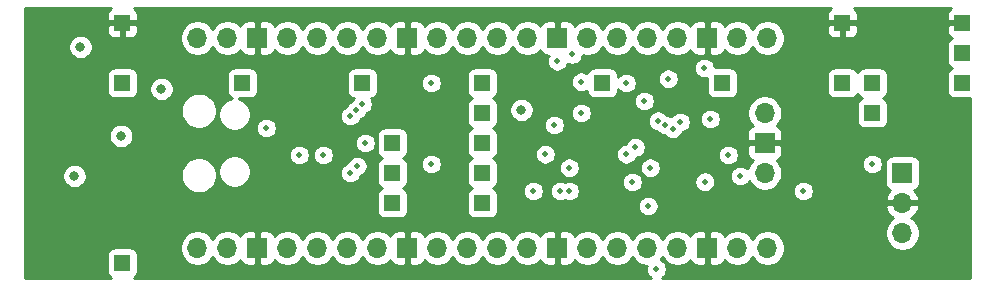
<source format=gbr>
G04 #@! TF.GenerationSoftware,KiCad,Pcbnew,5.1.5+dfsg1-2build2*
G04 #@! TF.CreationDate,2022-10-01T19:43:28+01:00*
G04 #@! TF.ProjectId,zx-memory-16-32,7a782d6d-656d-46f7-9279-2d31362d3332,rev?*
G04 #@! TF.SameCoordinates,Original*
G04 #@! TF.FileFunction,Copper,L2,Inr*
G04 #@! TF.FilePolarity,Positive*
%FSLAX46Y46*%
G04 Gerber Fmt 4.6, Leading zero omitted, Abs format (unit mm)*
G04 Created by KiCad (PCBNEW 5.1.5+dfsg1-2build2) date 2022-10-01 19:43:28*
%MOMM*%
%LPD*%
G04 APERTURE LIST*
%ADD10R,1.350000X1.350000*%
%ADD11O,1.700000X1.700000*%
%ADD12R,1.700000X1.700000*%
%ADD13C,0.800000*%
%ADD14C,0.500000*%
%ADD15C,0.254000*%
G04 APERTURE END LIST*
D10*
X35560000Y-76200000D03*
X106680000Y-76200000D03*
X96520000Y-76200000D03*
X35560000Y-96520000D03*
X35560000Y-81280000D03*
X45720000Y-81280000D03*
X55880000Y-81280000D03*
X66040000Y-81280000D03*
X76200000Y-81280000D03*
X86360000Y-81280000D03*
X96520000Y-81280000D03*
X106680000Y-81280000D03*
X66040000Y-83820000D03*
X66040000Y-91440000D03*
X66040000Y-88900000D03*
X66040000Y-86360000D03*
X58420000Y-88900000D03*
X58420000Y-91440000D03*
X58420000Y-86360000D03*
X99060000Y-83820000D03*
X106680000Y-78740000D03*
X99060000Y-81280000D03*
D11*
X89940000Y-83820000D03*
D12*
X89940000Y-86360000D03*
D11*
X89940000Y-88900000D03*
X41910000Y-77470000D03*
X44450000Y-77470000D03*
D12*
X46990000Y-77470000D03*
D11*
X49530000Y-77470000D03*
X52070000Y-77470000D03*
X54610000Y-77470000D03*
X57150000Y-77470000D03*
D12*
X59690000Y-77470000D03*
D11*
X62230000Y-77470000D03*
X64770000Y-77470000D03*
X67310000Y-77470000D03*
X69850000Y-77470000D03*
D12*
X72390000Y-77470000D03*
D11*
X74930000Y-77470000D03*
X77470000Y-77470000D03*
X80010000Y-77470000D03*
X82550000Y-77470000D03*
D12*
X85090000Y-77470000D03*
D11*
X87630000Y-77470000D03*
X90170000Y-77470000D03*
X90170000Y-95250000D03*
X87630000Y-95250000D03*
D12*
X85090000Y-95250000D03*
D11*
X82550000Y-95250000D03*
X80010000Y-95250000D03*
X77470000Y-95250000D03*
X74930000Y-95250000D03*
D12*
X72390000Y-95250000D03*
D11*
X69850000Y-95250000D03*
X67310000Y-95250000D03*
X64770000Y-95250000D03*
X62230000Y-95250000D03*
D12*
X59690000Y-95250000D03*
D11*
X57150000Y-95250000D03*
X54610000Y-95250000D03*
X52070000Y-95250000D03*
X49530000Y-95250000D03*
D12*
X46990000Y-95250000D03*
D11*
X44450000Y-95250000D03*
X41910000Y-95250000D03*
X101600000Y-93980000D03*
X101600000Y-91440000D03*
D12*
X101600000Y-88900000D03*
D13*
X29210000Y-76200000D03*
X29696500Y-94001500D03*
X72898000Y-83566000D03*
D14*
X71374000Y-90678000D03*
X87376000Y-85598000D03*
X81534000Y-90745000D03*
X83820000Y-82804000D03*
X54289000Y-85344000D03*
X48768000Y-90424000D03*
D13*
X38862000Y-81788000D03*
X35458000Y-85750000D03*
X32004000Y-78232000D03*
X31496000Y-89154000D03*
D14*
X47752000Y-85090000D03*
D13*
X69342000Y-83566000D03*
D14*
X70358000Y-90424000D03*
X80077000Y-91694000D03*
X79756000Y-82804000D03*
X56134000Y-86360000D03*
X55880000Y-83058000D03*
X55439000Y-88325000D03*
X55372000Y-83566000D03*
X52578000Y-87376000D03*
X50546000Y-87376000D03*
X54864000Y-88900000D03*
X54864000Y-84074000D03*
X78994000Y-86738001D03*
X93218000Y-90424000D03*
X72136000Y-84836000D03*
X72390000Y-79435000D03*
X71374000Y-87313001D03*
X84865587Y-89632413D03*
X99060000Y-88138000D03*
X84836000Y-80010000D03*
X85344000Y-84328000D03*
X61722000Y-81280000D03*
X61722000Y-88138000D03*
X74419341Y-81178990D03*
X74422000Y-83820000D03*
X78232000Y-81280000D03*
X78232000Y-87313001D03*
X82804000Y-84582000D03*
X82160101Y-85149050D03*
X86868000Y-87376000D03*
X81534000Y-84836000D03*
X81788000Y-80924990D03*
X87884000Y-89154000D03*
X72644000Y-90424000D03*
X73660000Y-78860000D03*
X80264000Y-88463001D03*
X73406000Y-88463001D03*
X73406000Y-90424000D03*
X80772000Y-97028000D03*
X78740000Y-89662000D03*
X80906001Y-84491884D03*
D15*
G36*
X34530506Y-74994463D02*
G01*
X34433815Y-75073815D01*
X34354463Y-75170506D01*
X34295498Y-75280820D01*
X34259188Y-75400518D01*
X34246928Y-75525000D01*
X34250000Y-75914250D01*
X34408750Y-76073000D01*
X35433000Y-76073000D01*
X35433000Y-76053000D01*
X35687000Y-76053000D01*
X35687000Y-76073000D01*
X36711250Y-76073000D01*
X36870000Y-75914250D01*
X36873072Y-75525000D01*
X36860812Y-75400518D01*
X36824502Y-75280820D01*
X36765537Y-75170506D01*
X36686185Y-75073815D01*
X36589494Y-74994463D01*
X36515665Y-74955000D01*
X95564335Y-74955000D01*
X95490506Y-74994463D01*
X95393815Y-75073815D01*
X95314463Y-75170506D01*
X95255498Y-75280820D01*
X95219188Y-75400518D01*
X95206928Y-75525000D01*
X95210000Y-75914250D01*
X95368750Y-76073000D01*
X96393000Y-76073000D01*
X96393000Y-76053000D01*
X96647000Y-76053000D01*
X96647000Y-76073000D01*
X97671250Y-76073000D01*
X97830000Y-75914250D01*
X97833072Y-75525000D01*
X97820812Y-75400518D01*
X97784502Y-75280820D01*
X97725537Y-75170506D01*
X97646185Y-75073815D01*
X97549494Y-74994463D01*
X97475665Y-74955000D01*
X105724335Y-74955000D01*
X105650506Y-74994463D01*
X105553815Y-75073815D01*
X105474463Y-75170506D01*
X105415498Y-75280820D01*
X105379188Y-75400518D01*
X105366928Y-75525000D01*
X105370000Y-75914250D01*
X105528750Y-76073000D01*
X106553000Y-76073000D01*
X106553000Y-76053000D01*
X106807000Y-76053000D01*
X106807000Y-76073000D01*
X106827000Y-76073000D01*
X106827000Y-76327000D01*
X106807000Y-76327000D01*
X106807000Y-76347000D01*
X106553000Y-76347000D01*
X106553000Y-76327000D01*
X105528750Y-76327000D01*
X105370000Y-76485750D01*
X105366928Y-76875000D01*
X105379188Y-76999482D01*
X105415498Y-77119180D01*
X105474463Y-77229494D01*
X105553815Y-77326185D01*
X105650506Y-77405537D01*
X105760820Y-77464502D01*
X105778944Y-77470000D01*
X105760820Y-77475498D01*
X105650506Y-77534463D01*
X105553815Y-77613815D01*
X105474463Y-77710506D01*
X105415498Y-77820820D01*
X105379188Y-77940518D01*
X105366928Y-78065000D01*
X105366928Y-79415000D01*
X105379188Y-79539482D01*
X105415498Y-79659180D01*
X105474463Y-79769494D01*
X105553815Y-79866185D01*
X105650506Y-79945537D01*
X105760820Y-80004502D01*
X105778944Y-80010000D01*
X105760820Y-80015498D01*
X105650506Y-80074463D01*
X105553815Y-80153815D01*
X105474463Y-80250506D01*
X105415498Y-80360820D01*
X105379188Y-80480518D01*
X105366928Y-80605000D01*
X105366928Y-81955000D01*
X105379188Y-82079482D01*
X105415498Y-82199180D01*
X105474463Y-82309494D01*
X105553815Y-82406185D01*
X105650506Y-82485537D01*
X105760820Y-82544502D01*
X105880518Y-82580812D01*
X106005000Y-82593072D01*
X107290000Y-82593072D01*
X107290001Y-97765000D01*
X81261960Y-97765000D01*
X81336155Y-97715424D01*
X81459424Y-97592155D01*
X81556277Y-97447205D01*
X81622990Y-97286145D01*
X81657000Y-97115165D01*
X81657000Y-96940835D01*
X81622990Y-96769855D01*
X81556277Y-96608795D01*
X81459424Y-96463845D01*
X81336155Y-96340576D01*
X81191205Y-96243723D01*
X81138299Y-96221808D01*
X81163475Y-96196632D01*
X81280000Y-96022240D01*
X81396525Y-96196632D01*
X81603368Y-96403475D01*
X81846589Y-96565990D01*
X82116842Y-96677932D01*
X82403740Y-96735000D01*
X82696260Y-96735000D01*
X82983158Y-96677932D01*
X83253411Y-96565990D01*
X83496632Y-96403475D01*
X83628487Y-96271620D01*
X83650498Y-96344180D01*
X83709463Y-96454494D01*
X83788815Y-96551185D01*
X83885506Y-96630537D01*
X83995820Y-96689502D01*
X84115518Y-96725812D01*
X84240000Y-96738072D01*
X84804250Y-96735000D01*
X84963000Y-96576250D01*
X84963000Y-95377000D01*
X84943000Y-95377000D01*
X84943000Y-95123000D01*
X84963000Y-95123000D01*
X84963000Y-93923750D01*
X85217000Y-93923750D01*
X85217000Y-95123000D01*
X85237000Y-95123000D01*
X85237000Y-95377000D01*
X85217000Y-95377000D01*
X85217000Y-96576250D01*
X85375750Y-96735000D01*
X85940000Y-96738072D01*
X86064482Y-96725812D01*
X86184180Y-96689502D01*
X86294494Y-96630537D01*
X86391185Y-96551185D01*
X86470537Y-96454494D01*
X86529502Y-96344180D01*
X86551513Y-96271620D01*
X86683368Y-96403475D01*
X86926589Y-96565990D01*
X87196842Y-96677932D01*
X87483740Y-96735000D01*
X87776260Y-96735000D01*
X88063158Y-96677932D01*
X88333411Y-96565990D01*
X88576632Y-96403475D01*
X88783475Y-96196632D01*
X88900000Y-96022240D01*
X89016525Y-96196632D01*
X89223368Y-96403475D01*
X89466589Y-96565990D01*
X89736842Y-96677932D01*
X90023740Y-96735000D01*
X90316260Y-96735000D01*
X90603158Y-96677932D01*
X90873411Y-96565990D01*
X91116632Y-96403475D01*
X91323475Y-96196632D01*
X91485990Y-95953411D01*
X91597932Y-95683158D01*
X91655000Y-95396260D01*
X91655000Y-95103740D01*
X91597932Y-94816842D01*
X91485990Y-94546589D01*
X91323475Y-94303368D01*
X91116632Y-94096525D01*
X90873411Y-93934010D01*
X90631337Y-93833740D01*
X100115000Y-93833740D01*
X100115000Y-94126260D01*
X100172068Y-94413158D01*
X100284010Y-94683411D01*
X100446525Y-94926632D01*
X100653368Y-95133475D01*
X100896589Y-95295990D01*
X101166842Y-95407932D01*
X101453740Y-95465000D01*
X101746260Y-95465000D01*
X102033158Y-95407932D01*
X102303411Y-95295990D01*
X102546632Y-95133475D01*
X102753475Y-94926632D01*
X102915990Y-94683411D01*
X103027932Y-94413158D01*
X103085000Y-94126260D01*
X103085000Y-93833740D01*
X103027932Y-93546842D01*
X102915990Y-93276589D01*
X102753475Y-93033368D01*
X102546632Y-92826525D01*
X102364466Y-92704805D01*
X102481355Y-92635178D01*
X102697588Y-92440269D01*
X102871641Y-92206920D01*
X102996825Y-91944099D01*
X103041476Y-91796890D01*
X102920155Y-91567000D01*
X101727000Y-91567000D01*
X101727000Y-91587000D01*
X101473000Y-91587000D01*
X101473000Y-91567000D01*
X100279845Y-91567000D01*
X100158524Y-91796890D01*
X100203175Y-91944099D01*
X100328359Y-92206920D01*
X100502412Y-92440269D01*
X100718645Y-92635178D01*
X100835534Y-92704805D01*
X100653368Y-92826525D01*
X100446525Y-93033368D01*
X100284010Y-93276589D01*
X100172068Y-93546842D01*
X100115000Y-93833740D01*
X90631337Y-93833740D01*
X90603158Y-93822068D01*
X90316260Y-93765000D01*
X90023740Y-93765000D01*
X89736842Y-93822068D01*
X89466589Y-93934010D01*
X89223368Y-94096525D01*
X89016525Y-94303368D01*
X88900000Y-94477760D01*
X88783475Y-94303368D01*
X88576632Y-94096525D01*
X88333411Y-93934010D01*
X88063158Y-93822068D01*
X87776260Y-93765000D01*
X87483740Y-93765000D01*
X87196842Y-93822068D01*
X86926589Y-93934010D01*
X86683368Y-94096525D01*
X86551513Y-94228380D01*
X86529502Y-94155820D01*
X86470537Y-94045506D01*
X86391185Y-93948815D01*
X86294494Y-93869463D01*
X86184180Y-93810498D01*
X86064482Y-93774188D01*
X85940000Y-93761928D01*
X85375750Y-93765000D01*
X85217000Y-93923750D01*
X84963000Y-93923750D01*
X84804250Y-93765000D01*
X84240000Y-93761928D01*
X84115518Y-93774188D01*
X83995820Y-93810498D01*
X83885506Y-93869463D01*
X83788815Y-93948815D01*
X83709463Y-94045506D01*
X83650498Y-94155820D01*
X83628487Y-94228380D01*
X83496632Y-94096525D01*
X83253411Y-93934010D01*
X82983158Y-93822068D01*
X82696260Y-93765000D01*
X82403740Y-93765000D01*
X82116842Y-93822068D01*
X81846589Y-93934010D01*
X81603368Y-94096525D01*
X81396525Y-94303368D01*
X81280000Y-94477760D01*
X81163475Y-94303368D01*
X80956632Y-94096525D01*
X80713411Y-93934010D01*
X80443158Y-93822068D01*
X80156260Y-93765000D01*
X79863740Y-93765000D01*
X79576842Y-93822068D01*
X79306589Y-93934010D01*
X79063368Y-94096525D01*
X78856525Y-94303368D01*
X78740000Y-94477760D01*
X78623475Y-94303368D01*
X78416632Y-94096525D01*
X78173411Y-93934010D01*
X77903158Y-93822068D01*
X77616260Y-93765000D01*
X77323740Y-93765000D01*
X77036842Y-93822068D01*
X76766589Y-93934010D01*
X76523368Y-94096525D01*
X76316525Y-94303368D01*
X76200000Y-94477760D01*
X76083475Y-94303368D01*
X75876632Y-94096525D01*
X75633411Y-93934010D01*
X75363158Y-93822068D01*
X75076260Y-93765000D01*
X74783740Y-93765000D01*
X74496842Y-93822068D01*
X74226589Y-93934010D01*
X73983368Y-94096525D01*
X73851513Y-94228380D01*
X73829502Y-94155820D01*
X73770537Y-94045506D01*
X73691185Y-93948815D01*
X73594494Y-93869463D01*
X73484180Y-93810498D01*
X73364482Y-93774188D01*
X73240000Y-93761928D01*
X72675750Y-93765000D01*
X72517000Y-93923750D01*
X72517000Y-95123000D01*
X72537000Y-95123000D01*
X72537000Y-95377000D01*
X72517000Y-95377000D01*
X72517000Y-96576250D01*
X72675750Y-96735000D01*
X73240000Y-96738072D01*
X73364482Y-96725812D01*
X73484180Y-96689502D01*
X73594494Y-96630537D01*
X73691185Y-96551185D01*
X73770537Y-96454494D01*
X73829502Y-96344180D01*
X73851513Y-96271620D01*
X73983368Y-96403475D01*
X74226589Y-96565990D01*
X74496842Y-96677932D01*
X74783740Y-96735000D01*
X75076260Y-96735000D01*
X75363158Y-96677932D01*
X75633411Y-96565990D01*
X75876632Y-96403475D01*
X76083475Y-96196632D01*
X76200000Y-96022240D01*
X76316525Y-96196632D01*
X76523368Y-96403475D01*
X76766589Y-96565990D01*
X77036842Y-96677932D01*
X77323740Y-96735000D01*
X77616260Y-96735000D01*
X77903158Y-96677932D01*
X78173411Y-96565990D01*
X78416632Y-96403475D01*
X78623475Y-96196632D01*
X78740000Y-96022240D01*
X78856525Y-96196632D01*
X79063368Y-96403475D01*
X79306589Y-96565990D01*
X79576842Y-96677932D01*
X79863740Y-96735000D01*
X79935447Y-96735000D01*
X79921010Y-96769855D01*
X79887000Y-96940835D01*
X79887000Y-97115165D01*
X79921010Y-97286145D01*
X79987723Y-97447205D01*
X80084576Y-97592155D01*
X80207845Y-97715424D01*
X80282040Y-97765000D01*
X36515665Y-97765000D01*
X36589494Y-97725537D01*
X36686185Y-97646185D01*
X36765537Y-97549494D01*
X36824502Y-97439180D01*
X36860812Y-97319482D01*
X36873072Y-97195000D01*
X36873072Y-95845000D01*
X36860812Y-95720518D01*
X36824502Y-95600820D01*
X36765537Y-95490506D01*
X36686185Y-95393815D01*
X36589494Y-95314463D01*
X36479180Y-95255498D01*
X36359482Y-95219188D01*
X36235000Y-95206928D01*
X34885000Y-95206928D01*
X34760518Y-95219188D01*
X34640820Y-95255498D01*
X34530506Y-95314463D01*
X34433815Y-95393815D01*
X34354463Y-95490506D01*
X34295498Y-95600820D01*
X34259188Y-95720518D01*
X34246928Y-95845000D01*
X34246928Y-97195000D01*
X34259188Y-97319482D01*
X34295498Y-97439180D01*
X34354463Y-97549494D01*
X34433815Y-97646185D01*
X34530506Y-97725537D01*
X34604335Y-97765000D01*
X27330000Y-97765000D01*
X27330000Y-95103740D01*
X40425000Y-95103740D01*
X40425000Y-95396260D01*
X40482068Y-95683158D01*
X40594010Y-95953411D01*
X40756525Y-96196632D01*
X40963368Y-96403475D01*
X41206589Y-96565990D01*
X41476842Y-96677932D01*
X41763740Y-96735000D01*
X42056260Y-96735000D01*
X42343158Y-96677932D01*
X42613411Y-96565990D01*
X42856632Y-96403475D01*
X43063475Y-96196632D01*
X43180000Y-96022240D01*
X43296525Y-96196632D01*
X43503368Y-96403475D01*
X43746589Y-96565990D01*
X44016842Y-96677932D01*
X44303740Y-96735000D01*
X44596260Y-96735000D01*
X44883158Y-96677932D01*
X45153411Y-96565990D01*
X45396632Y-96403475D01*
X45528487Y-96271620D01*
X45550498Y-96344180D01*
X45609463Y-96454494D01*
X45688815Y-96551185D01*
X45785506Y-96630537D01*
X45895820Y-96689502D01*
X46015518Y-96725812D01*
X46140000Y-96738072D01*
X46704250Y-96735000D01*
X46863000Y-96576250D01*
X46863000Y-95377000D01*
X46843000Y-95377000D01*
X46843000Y-95123000D01*
X46863000Y-95123000D01*
X46863000Y-93923750D01*
X47117000Y-93923750D01*
X47117000Y-95123000D01*
X47137000Y-95123000D01*
X47137000Y-95377000D01*
X47117000Y-95377000D01*
X47117000Y-96576250D01*
X47275750Y-96735000D01*
X47840000Y-96738072D01*
X47964482Y-96725812D01*
X48084180Y-96689502D01*
X48194494Y-96630537D01*
X48291185Y-96551185D01*
X48370537Y-96454494D01*
X48429502Y-96344180D01*
X48451513Y-96271620D01*
X48583368Y-96403475D01*
X48826589Y-96565990D01*
X49096842Y-96677932D01*
X49383740Y-96735000D01*
X49676260Y-96735000D01*
X49963158Y-96677932D01*
X50233411Y-96565990D01*
X50476632Y-96403475D01*
X50683475Y-96196632D01*
X50800000Y-96022240D01*
X50916525Y-96196632D01*
X51123368Y-96403475D01*
X51366589Y-96565990D01*
X51636842Y-96677932D01*
X51923740Y-96735000D01*
X52216260Y-96735000D01*
X52503158Y-96677932D01*
X52773411Y-96565990D01*
X53016632Y-96403475D01*
X53223475Y-96196632D01*
X53340000Y-96022240D01*
X53456525Y-96196632D01*
X53663368Y-96403475D01*
X53906589Y-96565990D01*
X54176842Y-96677932D01*
X54463740Y-96735000D01*
X54756260Y-96735000D01*
X55043158Y-96677932D01*
X55313411Y-96565990D01*
X55556632Y-96403475D01*
X55763475Y-96196632D01*
X55880000Y-96022240D01*
X55996525Y-96196632D01*
X56203368Y-96403475D01*
X56446589Y-96565990D01*
X56716842Y-96677932D01*
X57003740Y-96735000D01*
X57296260Y-96735000D01*
X57583158Y-96677932D01*
X57853411Y-96565990D01*
X58096632Y-96403475D01*
X58228487Y-96271620D01*
X58250498Y-96344180D01*
X58309463Y-96454494D01*
X58388815Y-96551185D01*
X58485506Y-96630537D01*
X58595820Y-96689502D01*
X58715518Y-96725812D01*
X58840000Y-96738072D01*
X59404250Y-96735000D01*
X59563000Y-96576250D01*
X59563000Y-95377000D01*
X59543000Y-95377000D01*
X59543000Y-95123000D01*
X59563000Y-95123000D01*
X59563000Y-93923750D01*
X59817000Y-93923750D01*
X59817000Y-95123000D01*
X59837000Y-95123000D01*
X59837000Y-95377000D01*
X59817000Y-95377000D01*
X59817000Y-96576250D01*
X59975750Y-96735000D01*
X60540000Y-96738072D01*
X60664482Y-96725812D01*
X60784180Y-96689502D01*
X60894494Y-96630537D01*
X60991185Y-96551185D01*
X61070537Y-96454494D01*
X61129502Y-96344180D01*
X61151513Y-96271620D01*
X61283368Y-96403475D01*
X61526589Y-96565990D01*
X61796842Y-96677932D01*
X62083740Y-96735000D01*
X62376260Y-96735000D01*
X62663158Y-96677932D01*
X62933411Y-96565990D01*
X63176632Y-96403475D01*
X63383475Y-96196632D01*
X63500000Y-96022240D01*
X63616525Y-96196632D01*
X63823368Y-96403475D01*
X64066589Y-96565990D01*
X64336842Y-96677932D01*
X64623740Y-96735000D01*
X64916260Y-96735000D01*
X65203158Y-96677932D01*
X65473411Y-96565990D01*
X65716632Y-96403475D01*
X65923475Y-96196632D01*
X66040000Y-96022240D01*
X66156525Y-96196632D01*
X66363368Y-96403475D01*
X66606589Y-96565990D01*
X66876842Y-96677932D01*
X67163740Y-96735000D01*
X67456260Y-96735000D01*
X67743158Y-96677932D01*
X68013411Y-96565990D01*
X68256632Y-96403475D01*
X68463475Y-96196632D01*
X68580000Y-96022240D01*
X68696525Y-96196632D01*
X68903368Y-96403475D01*
X69146589Y-96565990D01*
X69416842Y-96677932D01*
X69703740Y-96735000D01*
X69996260Y-96735000D01*
X70283158Y-96677932D01*
X70553411Y-96565990D01*
X70796632Y-96403475D01*
X70928487Y-96271620D01*
X70950498Y-96344180D01*
X71009463Y-96454494D01*
X71088815Y-96551185D01*
X71185506Y-96630537D01*
X71295820Y-96689502D01*
X71415518Y-96725812D01*
X71540000Y-96738072D01*
X72104250Y-96735000D01*
X72263000Y-96576250D01*
X72263000Y-95377000D01*
X72243000Y-95377000D01*
X72243000Y-95123000D01*
X72263000Y-95123000D01*
X72263000Y-93923750D01*
X72104250Y-93765000D01*
X71540000Y-93761928D01*
X71415518Y-93774188D01*
X71295820Y-93810498D01*
X71185506Y-93869463D01*
X71088815Y-93948815D01*
X71009463Y-94045506D01*
X70950498Y-94155820D01*
X70928487Y-94228380D01*
X70796632Y-94096525D01*
X70553411Y-93934010D01*
X70283158Y-93822068D01*
X69996260Y-93765000D01*
X69703740Y-93765000D01*
X69416842Y-93822068D01*
X69146589Y-93934010D01*
X68903368Y-94096525D01*
X68696525Y-94303368D01*
X68580000Y-94477760D01*
X68463475Y-94303368D01*
X68256632Y-94096525D01*
X68013411Y-93934010D01*
X67743158Y-93822068D01*
X67456260Y-93765000D01*
X67163740Y-93765000D01*
X66876842Y-93822068D01*
X66606589Y-93934010D01*
X66363368Y-94096525D01*
X66156525Y-94303368D01*
X66040000Y-94477760D01*
X65923475Y-94303368D01*
X65716632Y-94096525D01*
X65473411Y-93934010D01*
X65203158Y-93822068D01*
X64916260Y-93765000D01*
X64623740Y-93765000D01*
X64336842Y-93822068D01*
X64066589Y-93934010D01*
X63823368Y-94096525D01*
X63616525Y-94303368D01*
X63500000Y-94477760D01*
X63383475Y-94303368D01*
X63176632Y-94096525D01*
X62933411Y-93934010D01*
X62663158Y-93822068D01*
X62376260Y-93765000D01*
X62083740Y-93765000D01*
X61796842Y-93822068D01*
X61526589Y-93934010D01*
X61283368Y-94096525D01*
X61151513Y-94228380D01*
X61129502Y-94155820D01*
X61070537Y-94045506D01*
X60991185Y-93948815D01*
X60894494Y-93869463D01*
X60784180Y-93810498D01*
X60664482Y-93774188D01*
X60540000Y-93761928D01*
X59975750Y-93765000D01*
X59817000Y-93923750D01*
X59563000Y-93923750D01*
X59404250Y-93765000D01*
X58840000Y-93761928D01*
X58715518Y-93774188D01*
X58595820Y-93810498D01*
X58485506Y-93869463D01*
X58388815Y-93948815D01*
X58309463Y-94045506D01*
X58250498Y-94155820D01*
X58228487Y-94228380D01*
X58096632Y-94096525D01*
X57853411Y-93934010D01*
X57583158Y-93822068D01*
X57296260Y-93765000D01*
X57003740Y-93765000D01*
X56716842Y-93822068D01*
X56446589Y-93934010D01*
X56203368Y-94096525D01*
X55996525Y-94303368D01*
X55880000Y-94477760D01*
X55763475Y-94303368D01*
X55556632Y-94096525D01*
X55313411Y-93934010D01*
X55043158Y-93822068D01*
X54756260Y-93765000D01*
X54463740Y-93765000D01*
X54176842Y-93822068D01*
X53906589Y-93934010D01*
X53663368Y-94096525D01*
X53456525Y-94303368D01*
X53340000Y-94477760D01*
X53223475Y-94303368D01*
X53016632Y-94096525D01*
X52773411Y-93934010D01*
X52503158Y-93822068D01*
X52216260Y-93765000D01*
X51923740Y-93765000D01*
X51636842Y-93822068D01*
X51366589Y-93934010D01*
X51123368Y-94096525D01*
X50916525Y-94303368D01*
X50800000Y-94477760D01*
X50683475Y-94303368D01*
X50476632Y-94096525D01*
X50233411Y-93934010D01*
X49963158Y-93822068D01*
X49676260Y-93765000D01*
X49383740Y-93765000D01*
X49096842Y-93822068D01*
X48826589Y-93934010D01*
X48583368Y-94096525D01*
X48451513Y-94228380D01*
X48429502Y-94155820D01*
X48370537Y-94045506D01*
X48291185Y-93948815D01*
X48194494Y-93869463D01*
X48084180Y-93810498D01*
X47964482Y-93774188D01*
X47840000Y-93761928D01*
X47275750Y-93765000D01*
X47117000Y-93923750D01*
X46863000Y-93923750D01*
X46704250Y-93765000D01*
X46140000Y-93761928D01*
X46015518Y-93774188D01*
X45895820Y-93810498D01*
X45785506Y-93869463D01*
X45688815Y-93948815D01*
X45609463Y-94045506D01*
X45550498Y-94155820D01*
X45528487Y-94228380D01*
X45396632Y-94096525D01*
X45153411Y-93934010D01*
X44883158Y-93822068D01*
X44596260Y-93765000D01*
X44303740Y-93765000D01*
X44016842Y-93822068D01*
X43746589Y-93934010D01*
X43503368Y-94096525D01*
X43296525Y-94303368D01*
X43180000Y-94477760D01*
X43063475Y-94303368D01*
X42856632Y-94096525D01*
X42613411Y-93934010D01*
X42343158Y-93822068D01*
X42056260Y-93765000D01*
X41763740Y-93765000D01*
X41476842Y-93822068D01*
X41206589Y-93934010D01*
X40963368Y-94096525D01*
X40756525Y-94303368D01*
X40594010Y-94546589D01*
X40482068Y-94816842D01*
X40425000Y-95103740D01*
X27330000Y-95103740D01*
X27330000Y-89052061D01*
X30461000Y-89052061D01*
X30461000Y-89255939D01*
X30500774Y-89455898D01*
X30578795Y-89644256D01*
X30692063Y-89813774D01*
X30836226Y-89957937D01*
X31005744Y-90071205D01*
X31194102Y-90149226D01*
X31394061Y-90189000D01*
X31597939Y-90189000D01*
X31797898Y-90149226D01*
X31986256Y-90071205D01*
X32155774Y-89957937D01*
X32299937Y-89813774D01*
X32413205Y-89644256D01*
X32491226Y-89455898D01*
X32531000Y-89255939D01*
X32531000Y-89052061D01*
X32507480Y-88933816D01*
X40505000Y-88933816D01*
X40505000Y-89236184D01*
X40563989Y-89532743D01*
X40679701Y-89812095D01*
X40847688Y-90063505D01*
X41061495Y-90277312D01*
X41312905Y-90445299D01*
X41592257Y-90561011D01*
X41888816Y-90620000D01*
X42191184Y-90620000D01*
X42487743Y-90561011D01*
X42767095Y-90445299D01*
X43018505Y-90277312D01*
X43232312Y-90063505D01*
X43400299Y-89812095D01*
X43516011Y-89532743D01*
X43575000Y-89236184D01*
X43575000Y-88933816D01*
X43518266Y-88648589D01*
X43685000Y-88648589D01*
X43685000Y-88921411D01*
X43738225Y-89188989D01*
X43842629Y-89441043D01*
X43994201Y-89667886D01*
X44187114Y-89860799D01*
X44413957Y-90012371D01*
X44666011Y-90116775D01*
X44933589Y-90170000D01*
X45206411Y-90170000D01*
X45473989Y-90116775D01*
X45726043Y-90012371D01*
X45952886Y-89860799D01*
X46145799Y-89667886D01*
X46297371Y-89441043D01*
X46401775Y-89188989D01*
X46455000Y-88921411D01*
X46455000Y-88812835D01*
X53979000Y-88812835D01*
X53979000Y-88987165D01*
X54013010Y-89158145D01*
X54079723Y-89319205D01*
X54176576Y-89464155D01*
X54299845Y-89587424D01*
X54444795Y-89684277D01*
X54605855Y-89750990D01*
X54776835Y-89785000D01*
X54951165Y-89785000D01*
X55122145Y-89750990D01*
X55283205Y-89684277D01*
X55428155Y-89587424D01*
X55551424Y-89464155D01*
X55648277Y-89319205D01*
X55709763Y-89170763D01*
X55858205Y-89109277D01*
X56003155Y-89012424D01*
X56126424Y-88889155D01*
X56223277Y-88744205D01*
X56289990Y-88583145D01*
X56324000Y-88412165D01*
X56324000Y-88237835D01*
X56289990Y-88066855D01*
X56223277Y-87905795D01*
X56126424Y-87760845D01*
X56003155Y-87637576D01*
X55858205Y-87540723D01*
X55697145Y-87474010D01*
X55526165Y-87440000D01*
X55351835Y-87440000D01*
X55180855Y-87474010D01*
X55019795Y-87540723D01*
X54874845Y-87637576D01*
X54751576Y-87760845D01*
X54654723Y-87905795D01*
X54593237Y-88054237D01*
X54444795Y-88115723D01*
X54299845Y-88212576D01*
X54176576Y-88335845D01*
X54079723Y-88480795D01*
X54013010Y-88641855D01*
X53979000Y-88812835D01*
X46455000Y-88812835D01*
X46455000Y-88648589D01*
X46401775Y-88381011D01*
X46297371Y-88128957D01*
X46145799Y-87902114D01*
X45952886Y-87709201D01*
X45726043Y-87557629D01*
X45473989Y-87453225D01*
X45206411Y-87400000D01*
X44933589Y-87400000D01*
X44666011Y-87453225D01*
X44413957Y-87557629D01*
X44187114Y-87709201D01*
X43994201Y-87902114D01*
X43842629Y-88128957D01*
X43738225Y-88381011D01*
X43685000Y-88648589D01*
X43518266Y-88648589D01*
X43516011Y-88637257D01*
X43400299Y-88357905D01*
X43232312Y-88106495D01*
X43018505Y-87892688D01*
X42767095Y-87724701D01*
X42487743Y-87608989D01*
X42191184Y-87550000D01*
X41888816Y-87550000D01*
X41592257Y-87608989D01*
X41312905Y-87724701D01*
X41061495Y-87892688D01*
X40847688Y-88106495D01*
X40679701Y-88357905D01*
X40563989Y-88637257D01*
X40505000Y-88933816D01*
X32507480Y-88933816D01*
X32491226Y-88852102D01*
X32413205Y-88663744D01*
X32299937Y-88494226D01*
X32155774Y-88350063D01*
X31986256Y-88236795D01*
X31797898Y-88158774D01*
X31597939Y-88119000D01*
X31394061Y-88119000D01*
X31194102Y-88158774D01*
X31005744Y-88236795D01*
X30836226Y-88350063D01*
X30692063Y-88494226D01*
X30578795Y-88663744D01*
X30500774Y-88852102D01*
X30461000Y-89052061D01*
X27330000Y-89052061D01*
X27330000Y-87288835D01*
X49661000Y-87288835D01*
X49661000Y-87463165D01*
X49695010Y-87634145D01*
X49761723Y-87795205D01*
X49858576Y-87940155D01*
X49981845Y-88063424D01*
X50126795Y-88160277D01*
X50287855Y-88226990D01*
X50458835Y-88261000D01*
X50633165Y-88261000D01*
X50804145Y-88226990D01*
X50965205Y-88160277D01*
X51110155Y-88063424D01*
X51233424Y-87940155D01*
X51330277Y-87795205D01*
X51396990Y-87634145D01*
X51431000Y-87463165D01*
X51431000Y-87288835D01*
X51693000Y-87288835D01*
X51693000Y-87463165D01*
X51727010Y-87634145D01*
X51793723Y-87795205D01*
X51890576Y-87940155D01*
X52013845Y-88063424D01*
X52158795Y-88160277D01*
X52319855Y-88226990D01*
X52490835Y-88261000D01*
X52665165Y-88261000D01*
X52836145Y-88226990D01*
X52997205Y-88160277D01*
X53142155Y-88063424D01*
X53265424Y-87940155D01*
X53362277Y-87795205D01*
X53428990Y-87634145D01*
X53463000Y-87463165D01*
X53463000Y-87288835D01*
X53428990Y-87117855D01*
X53362277Y-86956795D01*
X53265424Y-86811845D01*
X53142155Y-86688576D01*
X52997205Y-86591723D01*
X52836145Y-86525010D01*
X52665165Y-86491000D01*
X52490835Y-86491000D01*
X52319855Y-86525010D01*
X52158795Y-86591723D01*
X52013845Y-86688576D01*
X51890576Y-86811845D01*
X51793723Y-86956795D01*
X51727010Y-87117855D01*
X51693000Y-87288835D01*
X51431000Y-87288835D01*
X51396990Y-87117855D01*
X51330277Y-86956795D01*
X51233424Y-86811845D01*
X51110155Y-86688576D01*
X50965205Y-86591723D01*
X50804145Y-86525010D01*
X50633165Y-86491000D01*
X50458835Y-86491000D01*
X50287855Y-86525010D01*
X50126795Y-86591723D01*
X49981845Y-86688576D01*
X49858576Y-86811845D01*
X49761723Y-86956795D01*
X49695010Y-87117855D01*
X49661000Y-87288835D01*
X27330000Y-87288835D01*
X27330000Y-85648061D01*
X34423000Y-85648061D01*
X34423000Y-85851939D01*
X34462774Y-86051898D01*
X34540795Y-86240256D01*
X34654063Y-86409774D01*
X34798226Y-86553937D01*
X34967744Y-86667205D01*
X35156102Y-86745226D01*
X35356061Y-86785000D01*
X35559939Y-86785000D01*
X35759898Y-86745226D01*
X35948256Y-86667205D01*
X36117774Y-86553937D01*
X36261937Y-86409774D01*
X36353436Y-86272835D01*
X55249000Y-86272835D01*
X55249000Y-86447165D01*
X55283010Y-86618145D01*
X55349723Y-86779205D01*
X55446576Y-86924155D01*
X55569845Y-87047424D01*
X55714795Y-87144277D01*
X55875855Y-87210990D01*
X56046835Y-87245000D01*
X56221165Y-87245000D01*
X56392145Y-87210990D01*
X56553205Y-87144277D01*
X56698155Y-87047424D01*
X56821424Y-86924155D01*
X56918277Y-86779205D01*
X56984990Y-86618145D01*
X57019000Y-86447165D01*
X57019000Y-86272835D01*
X56984990Y-86101855D01*
X56918277Y-85940795D01*
X56821424Y-85795845D01*
X56710579Y-85685000D01*
X57106928Y-85685000D01*
X57106928Y-87035000D01*
X57119188Y-87159482D01*
X57155498Y-87279180D01*
X57214463Y-87389494D01*
X57293815Y-87486185D01*
X57390506Y-87565537D01*
X57500820Y-87624502D01*
X57518944Y-87630000D01*
X57500820Y-87635498D01*
X57390506Y-87694463D01*
X57293815Y-87773815D01*
X57214463Y-87870506D01*
X57155498Y-87980820D01*
X57119188Y-88100518D01*
X57106928Y-88225000D01*
X57106928Y-89575000D01*
X57119188Y-89699482D01*
X57155498Y-89819180D01*
X57214463Y-89929494D01*
X57293815Y-90026185D01*
X57390506Y-90105537D01*
X57500820Y-90164502D01*
X57518944Y-90170000D01*
X57500820Y-90175498D01*
X57390506Y-90234463D01*
X57293815Y-90313815D01*
X57214463Y-90410506D01*
X57155498Y-90520820D01*
X57119188Y-90640518D01*
X57106928Y-90765000D01*
X57106928Y-92115000D01*
X57119188Y-92239482D01*
X57155498Y-92359180D01*
X57214463Y-92469494D01*
X57293815Y-92566185D01*
X57390506Y-92645537D01*
X57500820Y-92704502D01*
X57620518Y-92740812D01*
X57745000Y-92753072D01*
X59095000Y-92753072D01*
X59219482Y-92740812D01*
X59339180Y-92704502D01*
X59449494Y-92645537D01*
X59546185Y-92566185D01*
X59625537Y-92469494D01*
X59684502Y-92359180D01*
X59720812Y-92239482D01*
X59733072Y-92115000D01*
X59733072Y-90765000D01*
X59720812Y-90640518D01*
X59684502Y-90520820D01*
X59625537Y-90410506D01*
X59546185Y-90313815D01*
X59449494Y-90234463D01*
X59339180Y-90175498D01*
X59321056Y-90170000D01*
X59339180Y-90164502D01*
X59449494Y-90105537D01*
X59546185Y-90026185D01*
X59625537Y-89929494D01*
X59684502Y-89819180D01*
X59720812Y-89699482D01*
X59733072Y-89575000D01*
X59733072Y-88225000D01*
X59720812Y-88100518D01*
X59705741Y-88050835D01*
X60837000Y-88050835D01*
X60837000Y-88225165D01*
X60871010Y-88396145D01*
X60937723Y-88557205D01*
X61034576Y-88702155D01*
X61157845Y-88825424D01*
X61302795Y-88922277D01*
X61463855Y-88988990D01*
X61634835Y-89023000D01*
X61809165Y-89023000D01*
X61980145Y-88988990D01*
X62141205Y-88922277D01*
X62286155Y-88825424D01*
X62409424Y-88702155D01*
X62506277Y-88557205D01*
X62572990Y-88396145D01*
X62607000Y-88225165D01*
X62607000Y-88050835D01*
X62572990Y-87879855D01*
X62506277Y-87718795D01*
X62409424Y-87573845D01*
X62286155Y-87450576D01*
X62141205Y-87353723D01*
X61980145Y-87287010D01*
X61809165Y-87253000D01*
X61634835Y-87253000D01*
X61463855Y-87287010D01*
X61302795Y-87353723D01*
X61157845Y-87450576D01*
X61034576Y-87573845D01*
X60937723Y-87718795D01*
X60871010Y-87879855D01*
X60837000Y-88050835D01*
X59705741Y-88050835D01*
X59684502Y-87980820D01*
X59625537Y-87870506D01*
X59546185Y-87773815D01*
X59449494Y-87694463D01*
X59339180Y-87635498D01*
X59321056Y-87630000D01*
X59339180Y-87624502D01*
X59449494Y-87565537D01*
X59546185Y-87486185D01*
X59625537Y-87389494D01*
X59684502Y-87279180D01*
X59720812Y-87159482D01*
X59733072Y-87035000D01*
X59733072Y-85685000D01*
X59720812Y-85560518D01*
X59684502Y-85440820D01*
X59625537Y-85330506D01*
X59546185Y-85233815D01*
X59449494Y-85154463D01*
X59339180Y-85095498D01*
X59219482Y-85059188D01*
X59095000Y-85046928D01*
X57745000Y-85046928D01*
X57620518Y-85059188D01*
X57500820Y-85095498D01*
X57390506Y-85154463D01*
X57293815Y-85233815D01*
X57214463Y-85330506D01*
X57155498Y-85440820D01*
X57119188Y-85560518D01*
X57106928Y-85685000D01*
X56710579Y-85685000D01*
X56698155Y-85672576D01*
X56553205Y-85575723D01*
X56392145Y-85509010D01*
X56221165Y-85475000D01*
X56046835Y-85475000D01*
X55875855Y-85509010D01*
X55714795Y-85575723D01*
X55569845Y-85672576D01*
X55446576Y-85795845D01*
X55349723Y-85940795D01*
X55283010Y-86101855D01*
X55249000Y-86272835D01*
X36353436Y-86272835D01*
X36375205Y-86240256D01*
X36453226Y-86051898D01*
X36493000Y-85851939D01*
X36493000Y-85648061D01*
X36453226Y-85448102D01*
X36375205Y-85259744D01*
X36261937Y-85090226D01*
X36117774Y-84946063D01*
X35948256Y-84832795D01*
X35759898Y-84754774D01*
X35559939Y-84715000D01*
X35356061Y-84715000D01*
X35156102Y-84754774D01*
X34967744Y-84832795D01*
X34798226Y-84946063D01*
X34654063Y-85090226D01*
X34540795Y-85259744D01*
X34462774Y-85448102D01*
X34423000Y-85648061D01*
X27330000Y-85648061D01*
X27330000Y-83483816D01*
X40505000Y-83483816D01*
X40505000Y-83786184D01*
X40563989Y-84082743D01*
X40679701Y-84362095D01*
X40847688Y-84613505D01*
X41061495Y-84827312D01*
X41312905Y-84995299D01*
X41592257Y-85111011D01*
X41888816Y-85170000D01*
X42191184Y-85170000D01*
X42487743Y-85111011D01*
X42767095Y-84995299D01*
X43018505Y-84827312D01*
X43232312Y-84613505D01*
X43400299Y-84362095D01*
X43516011Y-84082743D01*
X43572532Y-83798589D01*
X43685000Y-83798589D01*
X43685000Y-84071411D01*
X43738225Y-84338989D01*
X43842629Y-84591043D01*
X43994201Y-84817886D01*
X44187114Y-85010799D01*
X44413957Y-85162371D01*
X44666011Y-85266775D01*
X44933589Y-85320000D01*
X45206411Y-85320000D01*
X45473989Y-85266775D01*
X45726043Y-85162371D01*
X45952886Y-85010799D01*
X45960850Y-85002835D01*
X46867000Y-85002835D01*
X46867000Y-85177165D01*
X46901010Y-85348145D01*
X46967723Y-85509205D01*
X47064576Y-85654155D01*
X47187845Y-85777424D01*
X47332795Y-85874277D01*
X47493855Y-85940990D01*
X47664835Y-85975000D01*
X47839165Y-85975000D01*
X48010145Y-85940990D01*
X48171205Y-85874277D01*
X48316155Y-85777424D01*
X48439424Y-85654155D01*
X48536277Y-85509205D01*
X48602990Y-85348145D01*
X48637000Y-85177165D01*
X48637000Y-85002835D01*
X48602990Y-84831855D01*
X48536277Y-84670795D01*
X48439424Y-84525845D01*
X48316155Y-84402576D01*
X48171205Y-84305723D01*
X48010145Y-84239010D01*
X47839165Y-84205000D01*
X47664835Y-84205000D01*
X47493855Y-84239010D01*
X47332795Y-84305723D01*
X47187845Y-84402576D01*
X47064576Y-84525845D01*
X46967723Y-84670795D01*
X46901010Y-84831855D01*
X46867000Y-85002835D01*
X45960850Y-85002835D01*
X46145799Y-84817886D01*
X46297371Y-84591043D01*
X46401775Y-84338989D01*
X46455000Y-84071411D01*
X46455000Y-83986835D01*
X53979000Y-83986835D01*
X53979000Y-84161165D01*
X54013010Y-84332145D01*
X54079723Y-84493205D01*
X54176576Y-84638155D01*
X54299845Y-84761424D01*
X54444795Y-84858277D01*
X54605855Y-84924990D01*
X54776835Y-84959000D01*
X54951165Y-84959000D01*
X55122145Y-84924990D01*
X55283205Y-84858277D01*
X55428155Y-84761424D01*
X55551424Y-84638155D01*
X55648277Y-84493205D01*
X55690140Y-84392140D01*
X55791205Y-84350277D01*
X55936155Y-84253424D01*
X56059424Y-84130155D01*
X56156277Y-83985205D01*
X56198140Y-83884140D01*
X56299205Y-83842277D01*
X56444155Y-83745424D01*
X56567424Y-83622155D01*
X56664277Y-83477205D01*
X56730990Y-83316145D01*
X56765000Y-83145165D01*
X56765000Y-82970835D01*
X56730990Y-82799855D01*
X56664277Y-82638795D01*
X56628865Y-82585797D01*
X56679482Y-82580812D01*
X56799180Y-82544502D01*
X56909494Y-82485537D01*
X57006185Y-82406185D01*
X57085537Y-82309494D01*
X57144502Y-82199180D01*
X57180812Y-82079482D01*
X57193072Y-81955000D01*
X57193072Y-81192835D01*
X60837000Y-81192835D01*
X60837000Y-81367165D01*
X60871010Y-81538145D01*
X60937723Y-81699205D01*
X61034576Y-81844155D01*
X61157845Y-81967424D01*
X61302795Y-82064277D01*
X61463855Y-82130990D01*
X61634835Y-82165000D01*
X61809165Y-82165000D01*
X61980145Y-82130990D01*
X62141205Y-82064277D01*
X62286155Y-81967424D01*
X62409424Y-81844155D01*
X62506277Y-81699205D01*
X62572990Y-81538145D01*
X62607000Y-81367165D01*
X62607000Y-81192835D01*
X62572990Y-81021855D01*
X62506277Y-80860795D01*
X62409424Y-80715845D01*
X62298579Y-80605000D01*
X64726928Y-80605000D01*
X64726928Y-81955000D01*
X64739188Y-82079482D01*
X64775498Y-82199180D01*
X64834463Y-82309494D01*
X64913815Y-82406185D01*
X65010506Y-82485537D01*
X65120820Y-82544502D01*
X65138944Y-82550000D01*
X65120820Y-82555498D01*
X65010506Y-82614463D01*
X64913815Y-82693815D01*
X64834463Y-82790506D01*
X64775498Y-82900820D01*
X64739188Y-83020518D01*
X64726928Y-83145000D01*
X64726928Y-84495000D01*
X64739188Y-84619482D01*
X64775498Y-84739180D01*
X64834463Y-84849494D01*
X64913815Y-84946185D01*
X65010506Y-85025537D01*
X65120820Y-85084502D01*
X65138944Y-85090000D01*
X65120820Y-85095498D01*
X65010506Y-85154463D01*
X64913815Y-85233815D01*
X64834463Y-85330506D01*
X64775498Y-85440820D01*
X64739188Y-85560518D01*
X64726928Y-85685000D01*
X64726928Y-87035000D01*
X64739188Y-87159482D01*
X64775498Y-87279180D01*
X64834463Y-87389494D01*
X64913815Y-87486185D01*
X65010506Y-87565537D01*
X65120820Y-87624502D01*
X65138944Y-87630000D01*
X65120820Y-87635498D01*
X65010506Y-87694463D01*
X64913815Y-87773815D01*
X64834463Y-87870506D01*
X64775498Y-87980820D01*
X64739188Y-88100518D01*
X64726928Y-88225000D01*
X64726928Y-89575000D01*
X64739188Y-89699482D01*
X64775498Y-89819180D01*
X64834463Y-89929494D01*
X64913815Y-90026185D01*
X65010506Y-90105537D01*
X65120820Y-90164502D01*
X65138944Y-90170000D01*
X65120820Y-90175498D01*
X65010506Y-90234463D01*
X64913815Y-90313815D01*
X64834463Y-90410506D01*
X64775498Y-90520820D01*
X64739188Y-90640518D01*
X64726928Y-90765000D01*
X64726928Y-92115000D01*
X64739188Y-92239482D01*
X64775498Y-92359180D01*
X64834463Y-92469494D01*
X64913815Y-92566185D01*
X65010506Y-92645537D01*
X65120820Y-92704502D01*
X65240518Y-92740812D01*
X65365000Y-92753072D01*
X66715000Y-92753072D01*
X66839482Y-92740812D01*
X66959180Y-92704502D01*
X67069494Y-92645537D01*
X67166185Y-92566185D01*
X67245537Y-92469494D01*
X67304502Y-92359180D01*
X67340812Y-92239482D01*
X67353072Y-92115000D01*
X67353072Y-91606835D01*
X79192000Y-91606835D01*
X79192000Y-91781165D01*
X79226010Y-91952145D01*
X79292723Y-92113205D01*
X79389576Y-92258155D01*
X79512845Y-92381424D01*
X79657795Y-92478277D01*
X79818855Y-92544990D01*
X79989835Y-92579000D01*
X80164165Y-92579000D01*
X80335145Y-92544990D01*
X80496205Y-92478277D01*
X80641155Y-92381424D01*
X80764424Y-92258155D01*
X80861277Y-92113205D01*
X80927990Y-91952145D01*
X80962000Y-91781165D01*
X80962000Y-91606835D01*
X80927990Y-91435855D01*
X80861277Y-91274795D01*
X80764424Y-91129845D01*
X80641155Y-91006576D01*
X80496205Y-90909723D01*
X80335145Y-90843010D01*
X80164165Y-90809000D01*
X79989835Y-90809000D01*
X79818855Y-90843010D01*
X79657795Y-90909723D01*
X79512845Y-91006576D01*
X79389576Y-91129845D01*
X79292723Y-91274795D01*
X79226010Y-91435855D01*
X79192000Y-91606835D01*
X67353072Y-91606835D01*
X67353072Y-90765000D01*
X67340812Y-90640518D01*
X67304502Y-90520820D01*
X67245537Y-90410506D01*
X67185077Y-90336835D01*
X69473000Y-90336835D01*
X69473000Y-90511165D01*
X69507010Y-90682145D01*
X69573723Y-90843205D01*
X69670576Y-90988155D01*
X69793845Y-91111424D01*
X69938795Y-91208277D01*
X70099855Y-91274990D01*
X70270835Y-91309000D01*
X70445165Y-91309000D01*
X70616145Y-91274990D01*
X70777205Y-91208277D01*
X70922155Y-91111424D01*
X71045424Y-90988155D01*
X71142277Y-90843205D01*
X71208990Y-90682145D01*
X71243000Y-90511165D01*
X71243000Y-90336835D01*
X71759000Y-90336835D01*
X71759000Y-90511165D01*
X71793010Y-90682145D01*
X71859723Y-90843205D01*
X71956576Y-90988155D01*
X72079845Y-91111424D01*
X72224795Y-91208277D01*
X72385855Y-91274990D01*
X72556835Y-91309000D01*
X72731165Y-91309000D01*
X72902145Y-91274990D01*
X73025000Y-91224102D01*
X73147855Y-91274990D01*
X73318835Y-91309000D01*
X73493165Y-91309000D01*
X73664145Y-91274990D01*
X73825205Y-91208277D01*
X73970155Y-91111424D01*
X74093424Y-90988155D01*
X74190277Y-90843205D01*
X74256990Y-90682145D01*
X74291000Y-90511165D01*
X74291000Y-90336835D01*
X74256990Y-90165855D01*
X74190277Y-90004795D01*
X74093424Y-89859845D01*
X73970155Y-89736576D01*
X73825205Y-89639723D01*
X73668551Y-89574835D01*
X77855000Y-89574835D01*
X77855000Y-89749165D01*
X77889010Y-89920145D01*
X77955723Y-90081205D01*
X78052576Y-90226155D01*
X78175845Y-90349424D01*
X78320795Y-90446277D01*
X78481855Y-90512990D01*
X78652835Y-90547000D01*
X78827165Y-90547000D01*
X78998145Y-90512990D01*
X79159205Y-90446277D01*
X79304155Y-90349424D01*
X79427424Y-90226155D01*
X79524277Y-90081205D01*
X79590990Y-89920145D01*
X79625000Y-89749165D01*
X79625000Y-89574835D01*
X79619115Y-89545248D01*
X83980587Y-89545248D01*
X83980587Y-89719578D01*
X84014597Y-89890558D01*
X84081310Y-90051618D01*
X84178163Y-90196568D01*
X84301432Y-90319837D01*
X84446382Y-90416690D01*
X84607442Y-90483403D01*
X84778422Y-90517413D01*
X84952752Y-90517413D01*
X85123732Y-90483403D01*
X85284792Y-90416690D01*
X85429742Y-90319837D01*
X85553011Y-90196568D01*
X85649864Y-90051618D01*
X85716577Y-89890558D01*
X85750587Y-89719578D01*
X85750587Y-89545248D01*
X85716577Y-89374268D01*
X85649864Y-89213208D01*
X85553011Y-89068258D01*
X85551588Y-89066835D01*
X86999000Y-89066835D01*
X86999000Y-89241165D01*
X87033010Y-89412145D01*
X87099723Y-89573205D01*
X87196576Y-89718155D01*
X87319845Y-89841424D01*
X87464795Y-89938277D01*
X87625855Y-90004990D01*
X87796835Y-90039000D01*
X87971165Y-90039000D01*
X88142145Y-90004990D01*
X88303205Y-89938277D01*
X88448155Y-89841424D01*
X88571424Y-89718155D01*
X88636052Y-89621433D01*
X88786525Y-89846632D01*
X88993368Y-90053475D01*
X89236589Y-90215990D01*
X89506842Y-90327932D01*
X89793740Y-90385000D01*
X90086260Y-90385000D01*
X90328399Y-90336835D01*
X92333000Y-90336835D01*
X92333000Y-90511165D01*
X92367010Y-90682145D01*
X92433723Y-90843205D01*
X92530576Y-90988155D01*
X92653845Y-91111424D01*
X92798795Y-91208277D01*
X92959855Y-91274990D01*
X93130835Y-91309000D01*
X93305165Y-91309000D01*
X93476145Y-91274990D01*
X93637205Y-91208277D01*
X93782155Y-91111424D01*
X93905424Y-90988155D01*
X94002277Y-90843205D01*
X94068990Y-90682145D01*
X94103000Y-90511165D01*
X94103000Y-90336835D01*
X94068990Y-90165855D01*
X94002277Y-90004795D01*
X93905424Y-89859845D01*
X93782155Y-89736576D01*
X93637205Y-89639723D01*
X93476145Y-89573010D01*
X93305165Y-89539000D01*
X93130835Y-89539000D01*
X92959855Y-89573010D01*
X92798795Y-89639723D01*
X92653845Y-89736576D01*
X92530576Y-89859845D01*
X92433723Y-90004795D01*
X92367010Y-90165855D01*
X92333000Y-90336835D01*
X90328399Y-90336835D01*
X90373158Y-90327932D01*
X90643411Y-90215990D01*
X90886632Y-90053475D01*
X91093475Y-89846632D01*
X91255990Y-89603411D01*
X91367932Y-89333158D01*
X91425000Y-89046260D01*
X91425000Y-88753740D01*
X91367932Y-88466842D01*
X91255990Y-88196589D01*
X91158601Y-88050835D01*
X98175000Y-88050835D01*
X98175000Y-88225165D01*
X98209010Y-88396145D01*
X98275723Y-88557205D01*
X98372576Y-88702155D01*
X98495845Y-88825424D01*
X98640795Y-88922277D01*
X98801855Y-88988990D01*
X98972835Y-89023000D01*
X99147165Y-89023000D01*
X99318145Y-88988990D01*
X99479205Y-88922277D01*
X99624155Y-88825424D01*
X99747424Y-88702155D01*
X99844277Y-88557205D01*
X99910990Y-88396145D01*
X99945000Y-88225165D01*
X99945000Y-88050835D01*
X99944834Y-88050000D01*
X100111928Y-88050000D01*
X100111928Y-89750000D01*
X100124188Y-89874482D01*
X100160498Y-89994180D01*
X100219463Y-90104494D01*
X100298815Y-90201185D01*
X100395506Y-90280537D01*
X100505820Y-90339502D01*
X100586466Y-90363966D01*
X100502412Y-90439731D01*
X100328359Y-90673080D01*
X100203175Y-90935901D01*
X100158524Y-91083110D01*
X100279845Y-91313000D01*
X101473000Y-91313000D01*
X101473000Y-91293000D01*
X101727000Y-91293000D01*
X101727000Y-91313000D01*
X102920155Y-91313000D01*
X103041476Y-91083110D01*
X102996825Y-90935901D01*
X102871641Y-90673080D01*
X102697588Y-90439731D01*
X102613534Y-90363966D01*
X102694180Y-90339502D01*
X102804494Y-90280537D01*
X102901185Y-90201185D01*
X102980537Y-90104494D01*
X103039502Y-89994180D01*
X103075812Y-89874482D01*
X103088072Y-89750000D01*
X103088072Y-88050000D01*
X103075812Y-87925518D01*
X103039502Y-87805820D01*
X102980537Y-87695506D01*
X102901185Y-87598815D01*
X102804494Y-87519463D01*
X102694180Y-87460498D01*
X102574482Y-87424188D01*
X102450000Y-87411928D01*
X100750000Y-87411928D01*
X100625518Y-87424188D01*
X100505820Y-87460498D01*
X100395506Y-87519463D01*
X100298815Y-87598815D01*
X100219463Y-87695506D01*
X100160498Y-87805820D01*
X100124188Y-87925518D01*
X100111928Y-88050000D01*
X99944834Y-88050000D01*
X99910990Y-87879855D01*
X99844277Y-87718795D01*
X99747424Y-87573845D01*
X99624155Y-87450576D01*
X99479205Y-87353723D01*
X99318145Y-87287010D01*
X99147165Y-87253000D01*
X98972835Y-87253000D01*
X98801855Y-87287010D01*
X98640795Y-87353723D01*
X98495845Y-87450576D01*
X98372576Y-87573845D01*
X98275723Y-87718795D01*
X98209010Y-87879855D01*
X98175000Y-88050835D01*
X91158601Y-88050835D01*
X91093475Y-87953368D01*
X90961620Y-87821513D01*
X91034180Y-87799502D01*
X91144494Y-87740537D01*
X91241185Y-87661185D01*
X91320537Y-87564494D01*
X91379502Y-87454180D01*
X91415812Y-87334482D01*
X91428072Y-87210000D01*
X91425000Y-86645750D01*
X91266250Y-86487000D01*
X90067000Y-86487000D01*
X90067000Y-86507000D01*
X89813000Y-86507000D01*
X89813000Y-86487000D01*
X88613750Y-86487000D01*
X88455000Y-86645750D01*
X88451928Y-87210000D01*
X88464188Y-87334482D01*
X88500498Y-87454180D01*
X88559463Y-87564494D01*
X88638815Y-87661185D01*
X88735506Y-87740537D01*
X88845820Y-87799502D01*
X88918380Y-87821513D01*
X88786525Y-87953368D01*
X88624010Y-88196589D01*
X88512068Y-88466842D01*
X88501508Y-88519929D01*
X88448155Y-88466576D01*
X88303205Y-88369723D01*
X88142145Y-88303010D01*
X87971165Y-88269000D01*
X87796835Y-88269000D01*
X87625855Y-88303010D01*
X87464795Y-88369723D01*
X87319845Y-88466576D01*
X87196576Y-88589845D01*
X87099723Y-88734795D01*
X87033010Y-88895855D01*
X86999000Y-89066835D01*
X85551588Y-89066835D01*
X85429742Y-88944989D01*
X85284792Y-88848136D01*
X85123732Y-88781423D01*
X84952752Y-88747413D01*
X84778422Y-88747413D01*
X84607442Y-88781423D01*
X84446382Y-88848136D01*
X84301432Y-88944989D01*
X84178163Y-89068258D01*
X84081310Y-89213208D01*
X84014597Y-89374268D01*
X83980587Y-89545248D01*
X79619115Y-89545248D01*
X79590990Y-89403855D01*
X79524277Y-89242795D01*
X79427424Y-89097845D01*
X79304155Y-88974576D01*
X79159205Y-88877723D01*
X78998145Y-88811010D01*
X78827165Y-88777000D01*
X78652835Y-88777000D01*
X78481855Y-88811010D01*
X78320795Y-88877723D01*
X78175845Y-88974576D01*
X78052576Y-89097845D01*
X77955723Y-89242795D01*
X77889010Y-89403855D01*
X77855000Y-89574835D01*
X73668551Y-89574835D01*
X73664145Y-89573010D01*
X73493165Y-89539000D01*
X73318835Y-89539000D01*
X73147855Y-89573010D01*
X73025000Y-89623898D01*
X72902145Y-89573010D01*
X72731165Y-89539000D01*
X72556835Y-89539000D01*
X72385855Y-89573010D01*
X72224795Y-89639723D01*
X72079845Y-89736576D01*
X71956576Y-89859845D01*
X71859723Y-90004795D01*
X71793010Y-90165855D01*
X71759000Y-90336835D01*
X71243000Y-90336835D01*
X71208990Y-90165855D01*
X71142277Y-90004795D01*
X71045424Y-89859845D01*
X70922155Y-89736576D01*
X70777205Y-89639723D01*
X70616145Y-89573010D01*
X70445165Y-89539000D01*
X70270835Y-89539000D01*
X70099855Y-89573010D01*
X69938795Y-89639723D01*
X69793845Y-89736576D01*
X69670576Y-89859845D01*
X69573723Y-90004795D01*
X69507010Y-90165855D01*
X69473000Y-90336835D01*
X67185077Y-90336835D01*
X67166185Y-90313815D01*
X67069494Y-90234463D01*
X66959180Y-90175498D01*
X66941056Y-90170000D01*
X66959180Y-90164502D01*
X67069494Y-90105537D01*
X67166185Y-90026185D01*
X67245537Y-89929494D01*
X67304502Y-89819180D01*
X67340812Y-89699482D01*
X67353072Y-89575000D01*
X67353072Y-88375836D01*
X72521000Y-88375836D01*
X72521000Y-88550166D01*
X72555010Y-88721146D01*
X72621723Y-88882206D01*
X72718576Y-89027156D01*
X72841845Y-89150425D01*
X72986795Y-89247278D01*
X73147855Y-89313991D01*
X73318835Y-89348001D01*
X73493165Y-89348001D01*
X73664145Y-89313991D01*
X73825205Y-89247278D01*
X73970155Y-89150425D01*
X74093424Y-89027156D01*
X74190277Y-88882206D01*
X74256990Y-88721146D01*
X74291000Y-88550166D01*
X74291000Y-88375836D01*
X79379000Y-88375836D01*
X79379000Y-88550166D01*
X79413010Y-88721146D01*
X79479723Y-88882206D01*
X79576576Y-89027156D01*
X79699845Y-89150425D01*
X79844795Y-89247278D01*
X80005855Y-89313991D01*
X80176835Y-89348001D01*
X80351165Y-89348001D01*
X80522145Y-89313991D01*
X80683205Y-89247278D01*
X80828155Y-89150425D01*
X80951424Y-89027156D01*
X81048277Y-88882206D01*
X81114990Y-88721146D01*
X81149000Y-88550166D01*
X81149000Y-88375836D01*
X81114990Y-88204856D01*
X81048277Y-88043796D01*
X80951424Y-87898846D01*
X80828155Y-87775577D01*
X80683205Y-87678724D01*
X80522145Y-87612011D01*
X80351165Y-87578001D01*
X80176835Y-87578001D01*
X80005855Y-87612011D01*
X79844795Y-87678724D01*
X79699845Y-87775577D01*
X79576576Y-87898846D01*
X79479723Y-88043796D01*
X79413010Y-88204856D01*
X79379000Y-88375836D01*
X74291000Y-88375836D01*
X74256990Y-88204856D01*
X74190277Y-88043796D01*
X74093424Y-87898846D01*
X73970155Y-87775577D01*
X73825205Y-87678724D01*
X73664145Y-87612011D01*
X73493165Y-87578001D01*
X73318835Y-87578001D01*
X73147855Y-87612011D01*
X72986795Y-87678724D01*
X72841845Y-87775577D01*
X72718576Y-87898846D01*
X72621723Y-88043796D01*
X72555010Y-88204856D01*
X72521000Y-88375836D01*
X67353072Y-88375836D01*
X67353072Y-88225000D01*
X67340812Y-88100518D01*
X67304502Y-87980820D01*
X67245537Y-87870506D01*
X67166185Y-87773815D01*
X67069494Y-87694463D01*
X66959180Y-87635498D01*
X66941056Y-87630000D01*
X66959180Y-87624502D01*
X67069494Y-87565537D01*
X67166185Y-87486185D01*
X67245537Y-87389494D01*
X67304502Y-87279180D01*
X67320683Y-87225836D01*
X70489000Y-87225836D01*
X70489000Y-87400166D01*
X70523010Y-87571146D01*
X70589723Y-87732206D01*
X70686576Y-87877156D01*
X70809845Y-88000425D01*
X70954795Y-88097278D01*
X71115855Y-88163991D01*
X71286835Y-88198001D01*
X71461165Y-88198001D01*
X71632145Y-88163991D01*
X71793205Y-88097278D01*
X71938155Y-88000425D01*
X72061424Y-87877156D01*
X72158277Y-87732206D01*
X72224990Y-87571146D01*
X72259000Y-87400166D01*
X72259000Y-87225836D01*
X77347000Y-87225836D01*
X77347000Y-87400166D01*
X77381010Y-87571146D01*
X77447723Y-87732206D01*
X77544576Y-87877156D01*
X77667845Y-88000425D01*
X77812795Y-88097278D01*
X77973855Y-88163991D01*
X78144835Y-88198001D01*
X78319165Y-88198001D01*
X78490145Y-88163991D01*
X78651205Y-88097278D01*
X78796155Y-88000425D01*
X78919424Y-87877156D01*
X79016277Y-87732206D01*
X79061511Y-87623001D01*
X79081165Y-87623001D01*
X79252145Y-87588991D01*
X79413205Y-87522278D01*
X79558155Y-87425425D01*
X79681424Y-87302156D01*
X79690324Y-87288835D01*
X85983000Y-87288835D01*
X85983000Y-87463165D01*
X86017010Y-87634145D01*
X86083723Y-87795205D01*
X86180576Y-87940155D01*
X86303845Y-88063424D01*
X86448795Y-88160277D01*
X86609855Y-88226990D01*
X86780835Y-88261000D01*
X86955165Y-88261000D01*
X87126145Y-88226990D01*
X87287205Y-88160277D01*
X87432155Y-88063424D01*
X87555424Y-87940155D01*
X87652277Y-87795205D01*
X87718990Y-87634145D01*
X87753000Y-87463165D01*
X87753000Y-87288835D01*
X87718990Y-87117855D01*
X87652277Y-86956795D01*
X87555424Y-86811845D01*
X87432155Y-86688576D01*
X87287205Y-86591723D01*
X87126145Y-86525010D01*
X86955165Y-86491000D01*
X86780835Y-86491000D01*
X86609855Y-86525010D01*
X86448795Y-86591723D01*
X86303845Y-86688576D01*
X86180576Y-86811845D01*
X86083723Y-86956795D01*
X86017010Y-87117855D01*
X85983000Y-87288835D01*
X79690324Y-87288835D01*
X79778277Y-87157206D01*
X79844990Y-86996146D01*
X79879000Y-86825166D01*
X79879000Y-86650836D01*
X79844990Y-86479856D01*
X79778277Y-86318796D01*
X79681424Y-86173846D01*
X79558155Y-86050577D01*
X79413205Y-85953724D01*
X79252145Y-85887011D01*
X79081165Y-85853001D01*
X78906835Y-85853001D01*
X78735855Y-85887011D01*
X78574795Y-85953724D01*
X78429845Y-86050577D01*
X78306576Y-86173846D01*
X78209723Y-86318796D01*
X78164489Y-86428001D01*
X78144835Y-86428001D01*
X77973855Y-86462011D01*
X77812795Y-86528724D01*
X77667845Y-86625577D01*
X77544576Y-86748846D01*
X77447723Y-86893796D01*
X77381010Y-87054856D01*
X77347000Y-87225836D01*
X72259000Y-87225836D01*
X72224990Y-87054856D01*
X72158277Y-86893796D01*
X72061424Y-86748846D01*
X71938155Y-86625577D01*
X71793205Y-86528724D01*
X71632145Y-86462011D01*
X71461165Y-86428001D01*
X71286835Y-86428001D01*
X71115855Y-86462011D01*
X70954795Y-86528724D01*
X70809845Y-86625577D01*
X70686576Y-86748846D01*
X70589723Y-86893796D01*
X70523010Y-87054856D01*
X70489000Y-87225836D01*
X67320683Y-87225836D01*
X67340812Y-87159482D01*
X67353072Y-87035000D01*
X67353072Y-85685000D01*
X67340812Y-85560518D01*
X67304502Y-85440820D01*
X67245537Y-85330506D01*
X67166185Y-85233815D01*
X67069494Y-85154463D01*
X66959180Y-85095498D01*
X66941056Y-85090000D01*
X66959180Y-85084502D01*
X67069494Y-85025537D01*
X67166185Y-84946185D01*
X67245537Y-84849494D01*
X67299341Y-84748835D01*
X71251000Y-84748835D01*
X71251000Y-84923165D01*
X71285010Y-85094145D01*
X71351723Y-85255205D01*
X71448576Y-85400155D01*
X71571845Y-85523424D01*
X71716795Y-85620277D01*
X71877855Y-85686990D01*
X72048835Y-85721000D01*
X72223165Y-85721000D01*
X72394145Y-85686990D01*
X72555205Y-85620277D01*
X72700155Y-85523424D01*
X72823424Y-85400155D01*
X72920277Y-85255205D01*
X72986990Y-85094145D01*
X73021000Y-84923165D01*
X73021000Y-84748835D01*
X72986990Y-84577855D01*
X72920277Y-84416795D01*
X72823424Y-84271845D01*
X72700155Y-84148576D01*
X72555205Y-84051723D01*
X72394145Y-83985010D01*
X72223165Y-83951000D01*
X72048835Y-83951000D01*
X71877855Y-83985010D01*
X71716795Y-84051723D01*
X71571845Y-84148576D01*
X71448576Y-84271845D01*
X71351723Y-84416795D01*
X71285010Y-84577855D01*
X71251000Y-84748835D01*
X67299341Y-84748835D01*
X67304502Y-84739180D01*
X67340812Y-84619482D01*
X67353072Y-84495000D01*
X67353072Y-83464061D01*
X68307000Y-83464061D01*
X68307000Y-83667939D01*
X68346774Y-83867898D01*
X68424795Y-84056256D01*
X68538063Y-84225774D01*
X68682226Y-84369937D01*
X68851744Y-84483205D01*
X69040102Y-84561226D01*
X69240061Y-84601000D01*
X69443939Y-84601000D01*
X69643898Y-84561226D01*
X69832256Y-84483205D01*
X70001774Y-84369937D01*
X70145937Y-84225774D01*
X70259205Y-84056256D01*
X70337226Y-83867898D01*
X70364091Y-83732835D01*
X73537000Y-83732835D01*
X73537000Y-83907165D01*
X73571010Y-84078145D01*
X73637723Y-84239205D01*
X73734576Y-84384155D01*
X73857845Y-84507424D01*
X74002795Y-84604277D01*
X74163855Y-84670990D01*
X74334835Y-84705000D01*
X74509165Y-84705000D01*
X74680145Y-84670990D01*
X74841205Y-84604277D01*
X74986155Y-84507424D01*
X75088860Y-84404719D01*
X80021001Y-84404719D01*
X80021001Y-84579049D01*
X80055011Y-84750029D01*
X80121724Y-84911089D01*
X80218577Y-85056039D01*
X80341846Y-85179308D01*
X80486796Y-85276161D01*
X80647856Y-85342874D01*
X80818836Y-85376884D01*
X80831027Y-85376884D01*
X80846576Y-85400155D01*
X80969845Y-85523424D01*
X81114795Y-85620277D01*
X81275855Y-85686990D01*
X81446835Y-85721000D01*
X81480472Y-85721000D01*
X81595946Y-85836474D01*
X81740896Y-85933327D01*
X81901956Y-86000040D01*
X82072936Y-86034050D01*
X82247266Y-86034050D01*
X82418246Y-86000040D01*
X82579306Y-85933327D01*
X82724256Y-85836474D01*
X82847525Y-85713205D01*
X82944378Y-85568255D01*
X82968507Y-85510000D01*
X88451928Y-85510000D01*
X88455000Y-86074250D01*
X88613750Y-86233000D01*
X89813000Y-86233000D01*
X89813000Y-86213000D01*
X90067000Y-86213000D01*
X90067000Y-86233000D01*
X91266250Y-86233000D01*
X91425000Y-86074250D01*
X91428072Y-85510000D01*
X91415812Y-85385518D01*
X91379502Y-85265820D01*
X91320537Y-85155506D01*
X91241185Y-85058815D01*
X91144494Y-84979463D01*
X91034180Y-84920498D01*
X90961620Y-84898487D01*
X91093475Y-84766632D01*
X91255990Y-84523411D01*
X91367932Y-84253158D01*
X91425000Y-83966260D01*
X91425000Y-83673740D01*
X91367932Y-83386842D01*
X91255990Y-83116589D01*
X91093475Y-82873368D01*
X90886632Y-82666525D01*
X90643411Y-82504010D01*
X90373158Y-82392068D01*
X90086260Y-82335000D01*
X89793740Y-82335000D01*
X89506842Y-82392068D01*
X89236589Y-82504010D01*
X88993368Y-82666525D01*
X88786525Y-82873368D01*
X88624010Y-83116589D01*
X88512068Y-83386842D01*
X88455000Y-83673740D01*
X88455000Y-83966260D01*
X88512068Y-84253158D01*
X88624010Y-84523411D01*
X88786525Y-84766632D01*
X88918380Y-84898487D01*
X88845820Y-84920498D01*
X88735506Y-84979463D01*
X88638815Y-85058815D01*
X88559463Y-85155506D01*
X88500498Y-85265820D01*
X88464188Y-85385518D01*
X88451928Y-85510000D01*
X82968507Y-85510000D01*
X82994863Y-85446373D01*
X83062145Y-85432990D01*
X83223205Y-85366277D01*
X83368155Y-85269424D01*
X83491424Y-85146155D01*
X83588277Y-85001205D01*
X83654990Y-84840145D01*
X83689000Y-84669165D01*
X83689000Y-84494835D01*
X83654990Y-84323855D01*
X83620603Y-84240835D01*
X84459000Y-84240835D01*
X84459000Y-84415165D01*
X84493010Y-84586145D01*
X84559723Y-84747205D01*
X84656576Y-84892155D01*
X84779845Y-85015424D01*
X84924795Y-85112277D01*
X85085855Y-85178990D01*
X85256835Y-85213000D01*
X85431165Y-85213000D01*
X85602145Y-85178990D01*
X85763205Y-85112277D01*
X85908155Y-85015424D01*
X86031424Y-84892155D01*
X86128277Y-84747205D01*
X86194990Y-84586145D01*
X86229000Y-84415165D01*
X86229000Y-84240835D01*
X86194990Y-84069855D01*
X86128277Y-83908795D01*
X86031424Y-83763845D01*
X85908155Y-83640576D01*
X85763205Y-83543723D01*
X85602145Y-83477010D01*
X85431165Y-83443000D01*
X85256835Y-83443000D01*
X85085855Y-83477010D01*
X84924795Y-83543723D01*
X84779845Y-83640576D01*
X84656576Y-83763845D01*
X84559723Y-83908795D01*
X84493010Y-84069855D01*
X84459000Y-84240835D01*
X83620603Y-84240835D01*
X83588277Y-84162795D01*
X83491424Y-84017845D01*
X83368155Y-83894576D01*
X83223205Y-83797723D01*
X83062145Y-83731010D01*
X82891165Y-83697000D01*
X82716835Y-83697000D01*
X82545855Y-83731010D01*
X82384795Y-83797723D01*
X82239845Y-83894576D01*
X82116576Y-84017845D01*
X82050500Y-84116734D01*
X81953205Y-84051723D01*
X81792145Y-83985010D01*
X81621165Y-83951000D01*
X81608974Y-83951000D01*
X81593425Y-83927729D01*
X81470156Y-83804460D01*
X81325206Y-83707607D01*
X81164146Y-83640894D01*
X80993166Y-83606884D01*
X80818836Y-83606884D01*
X80647856Y-83640894D01*
X80486796Y-83707607D01*
X80341846Y-83804460D01*
X80218577Y-83927729D01*
X80121724Y-84072679D01*
X80055011Y-84233739D01*
X80021001Y-84404719D01*
X75088860Y-84404719D01*
X75109424Y-84384155D01*
X75206277Y-84239205D01*
X75272990Y-84078145D01*
X75307000Y-83907165D01*
X75307000Y-83732835D01*
X75272990Y-83561855D01*
X75206277Y-83400795D01*
X75109424Y-83255845D01*
X74986155Y-83132576D01*
X74841205Y-83035723D01*
X74680145Y-82969010D01*
X74509165Y-82935000D01*
X74334835Y-82935000D01*
X74163855Y-82969010D01*
X74002795Y-83035723D01*
X73857845Y-83132576D01*
X73734576Y-83255845D01*
X73637723Y-83400795D01*
X73571010Y-83561855D01*
X73537000Y-83732835D01*
X70364091Y-83732835D01*
X70377000Y-83667939D01*
X70377000Y-83464061D01*
X70337226Y-83264102D01*
X70259205Y-83075744D01*
X70145937Y-82906226D01*
X70001774Y-82762063D01*
X69934086Y-82716835D01*
X78871000Y-82716835D01*
X78871000Y-82891165D01*
X78905010Y-83062145D01*
X78971723Y-83223205D01*
X79068576Y-83368155D01*
X79191845Y-83491424D01*
X79336795Y-83588277D01*
X79497855Y-83654990D01*
X79668835Y-83689000D01*
X79843165Y-83689000D01*
X80014145Y-83654990D01*
X80175205Y-83588277D01*
X80320155Y-83491424D01*
X80443424Y-83368155D01*
X80540277Y-83223205D01*
X80606990Y-83062145D01*
X80641000Y-82891165D01*
X80641000Y-82716835D01*
X80606990Y-82545855D01*
X80540277Y-82384795D01*
X80443424Y-82239845D01*
X80320155Y-82116576D01*
X80175205Y-82019723D01*
X80014145Y-81953010D01*
X79843165Y-81919000D01*
X79668835Y-81919000D01*
X79497855Y-81953010D01*
X79336795Y-82019723D01*
X79191845Y-82116576D01*
X79068576Y-82239845D01*
X78971723Y-82384795D01*
X78905010Y-82545855D01*
X78871000Y-82716835D01*
X69934086Y-82716835D01*
X69832256Y-82648795D01*
X69643898Y-82570774D01*
X69443939Y-82531000D01*
X69240061Y-82531000D01*
X69040102Y-82570774D01*
X68851744Y-82648795D01*
X68682226Y-82762063D01*
X68538063Y-82906226D01*
X68424795Y-83075744D01*
X68346774Y-83264102D01*
X68307000Y-83464061D01*
X67353072Y-83464061D01*
X67353072Y-83145000D01*
X67340812Y-83020518D01*
X67304502Y-82900820D01*
X67245537Y-82790506D01*
X67166185Y-82693815D01*
X67069494Y-82614463D01*
X66959180Y-82555498D01*
X66941056Y-82550000D01*
X66959180Y-82544502D01*
X67069494Y-82485537D01*
X67166185Y-82406185D01*
X67245537Y-82309494D01*
X67304502Y-82199180D01*
X67340812Y-82079482D01*
X67353072Y-81955000D01*
X67353072Y-81091825D01*
X73534341Y-81091825D01*
X73534341Y-81266155D01*
X73568351Y-81437135D01*
X73635064Y-81598195D01*
X73731917Y-81743145D01*
X73855186Y-81866414D01*
X74000136Y-81963267D01*
X74161196Y-82029980D01*
X74332176Y-82063990D01*
X74506506Y-82063990D01*
X74677486Y-82029980D01*
X74838546Y-81963267D01*
X74886928Y-81930939D01*
X74886928Y-81955000D01*
X74899188Y-82079482D01*
X74935498Y-82199180D01*
X74994463Y-82309494D01*
X75073815Y-82406185D01*
X75170506Y-82485537D01*
X75280820Y-82544502D01*
X75400518Y-82580812D01*
X75525000Y-82593072D01*
X76875000Y-82593072D01*
X76999482Y-82580812D01*
X77119180Y-82544502D01*
X77229494Y-82485537D01*
X77326185Y-82406185D01*
X77405537Y-82309494D01*
X77464502Y-82199180D01*
X77500812Y-82079482D01*
X77513072Y-81955000D01*
X77513072Y-81797006D01*
X77544576Y-81844155D01*
X77667845Y-81967424D01*
X77812795Y-82064277D01*
X77973855Y-82130990D01*
X78144835Y-82165000D01*
X78319165Y-82165000D01*
X78490145Y-82130990D01*
X78651205Y-82064277D01*
X78796155Y-81967424D01*
X78919424Y-81844155D01*
X79016277Y-81699205D01*
X79082990Y-81538145D01*
X79117000Y-81367165D01*
X79117000Y-81192835D01*
X79082990Y-81021855D01*
X79016277Y-80860795D01*
X79000929Y-80837825D01*
X80903000Y-80837825D01*
X80903000Y-81012155D01*
X80937010Y-81183135D01*
X81003723Y-81344195D01*
X81100576Y-81489145D01*
X81223845Y-81612414D01*
X81368795Y-81709267D01*
X81529855Y-81775980D01*
X81700835Y-81809990D01*
X81875165Y-81809990D01*
X82046145Y-81775980D01*
X82207205Y-81709267D01*
X82352155Y-81612414D01*
X82475424Y-81489145D01*
X82572277Y-81344195D01*
X82638990Y-81183135D01*
X82673000Y-81012155D01*
X82673000Y-80837825D01*
X82638990Y-80666845D01*
X82572277Y-80505785D01*
X82475424Y-80360835D01*
X82352155Y-80237566D01*
X82207205Y-80140713D01*
X82046145Y-80074000D01*
X81875165Y-80039990D01*
X81700835Y-80039990D01*
X81529855Y-80074000D01*
X81368795Y-80140713D01*
X81223845Y-80237566D01*
X81100576Y-80360835D01*
X81003723Y-80505785D01*
X80937010Y-80666845D01*
X80903000Y-80837825D01*
X79000929Y-80837825D01*
X78919424Y-80715845D01*
X78796155Y-80592576D01*
X78651205Y-80495723D01*
X78490145Y-80429010D01*
X78319165Y-80395000D01*
X78144835Y-80395000D01*
X77973855Y-80429010D01*
X77812795Y-80495723D01*
X77667845Y-80592576D01*
X77544576Y-80715845D01*
X77513072Y-80762994D01*
X77513072Y-80605000D01*
X77500812Y-80480518D01*
X77464502Y-80360820D01*
X77405537Y-80250506D01*
X77326185Y-80153815D01*
X77229494Y-80074463D01*
X77119180Y-80015498D01*
X76999482Y-79979188D01*
X76875000Y-79966928D01*
X75525000Y-79966928D01*
X75400518Y-79979188D01*
X75280820Y-80015498D01*
X75170506Y-80074463D01*
X75073815Y-80153815D01*
X74994463Y-80250506D01*
X74935498Y-80360820D01*
X74910610Y-80442865D01*
X74838546Y-80394713D01*
X74677486Y-80328000D01*
X74506506Y-80293990D01*
X74332176Y-80293990D01*
X74161196Y-80328000D01*
X74000136Y-80394713D01*
X73855186Y-80491566D01*
X73731917Y-80614835D01*
X73635064Y-80759785D01*
X73568351Y-80920845D01*
X73534341Y-81091825D01*
X67353072Y-81091825D01*
X67353072Y-80605000D01*
X67340812Y-80480518D01*
X67304502Y-80360820D01*
X67245537Y-80250506D01*
X67166185Y-80153815D01*
X67069494Y-80074463D01*
X66959180Y-80015498D01*
X66839482Y-79979188D01*
X66715000Y-79966928D01*
X65365000Y-79966928D01*
X65240518Y-79979188D01*
X65120820Y-80015498D01*
X65010506Y-80074463D01*
X64913815Y-80153815D01*
X64834463Y-80250506D01*
X64775498Y-80360820D01*
X64739188Y-80480518D01*
X64726928Y-80605000D01*
X62298579Y-80605000D01*
X62286155Y-80592576D01*
X62141205Y-80495723D01*
X61980145Y-80429010D01*
X61809165Y-80395000D01*
X61634835Y-80395000D01*
X61463855Y-80429010D01*
X61302795Y-80495723D01*
X61157845Y-80592576D01*
X61034576Y-80715845D01*
X60937723Y-80860795D01*
X60871010Y-81021855D01*
X60837000Y-81192835D01*
X57193072Y-81192835D01*
X57193072Y-80605000D01*
X57180812Y-80480518D01*
X57144502Y-80360820D01*
X57085537Y-80250506D01*
X57006185Y-80153815D01*
X56909494Y-80074463D01*
X56799180Y-80015498D01*
X56679482Y-79979188D01*
X56555000Y-79966928D01*
X55205000Y-79966928D01*
X55080518Y-79979188D01*
X54960820Y-80015498D01*
X54850506Y-80074463D01*
X54753815Y-80153815D01*
X54674463Y-80250506D01*
X54615498Y-80360820D01*
X54579188Y-80480518D01*
X54566928Y-80605000D01*
X54566928Y-81955000D01*
X54579188Y-82079482D01*
X54615498Y-82199180D01*
X54674463Y-82309494D01*
X54753815Y-82406185D01*
X54850506Y-82485537D01*
X54960820Y-82544502D01*
X55080518Y-82580812D01*
X55131135Y-82585797D01*
X55095723Y-82638795D01*
X55053860Y-82739860D01*
X54952795Y-82781723D01*
X54807845Y-82878576D01*
X54684576Y-83001845D01*
X54587723Y-83146795D01*
X54545860Y-83247860D01*
X54444795Y-83289723D01*
X54299845Y-83386576D01*
X54176576Y-83509845D01*
X54079723Y-83654795D01*
X54013010Y-83815855D01*
X53979000Y-83986835D01*
X46455000Y-83986835D01*
X46455000Y-83798589D01*
X46401775Y-83531011D01*
X46297371Y-83278957D01*
X46145799Y-83052114D01*
X45952886Y-82859201D01*
X45726043Y-82707629D01*
X45473989Y-82603225D01*
X45422947Y-82593072D01*
X46395000Y-82593072D01*
X46519482Y-82580812D01*
X46639180Y-82544502D01*
X46749494Y-82485537D01*
X46846185Y-82406185D01*
X46925537Y-82309494D01*
X46984502Y-82199180D01*
X47020812Y-82079482D01*
X47033072Y-81955000D01*
X47033072Y-80605000D01*
X47020812Y-80480518D01*
X46984502Y-80360820D01*
X46925537Y-80250506D01*
X46846185Y-80153815D01*
X46749494Y-80074463D01*
X46639180Y-80015498D01*
X46519482Y-79979188D01*
X46395000Y-79966928D01*
X45045000Y-79966928D01*
X44920518Y-79979188D01*
X44800820Y-80015498D01*
X44690506Y-80074463D01*
X44593815Y-80153815D01*
X44514463Y-80250506D01*
X44455498Y-80360820D01*
X44419188Y-80480518D01*
X44406928Y-80605000D01*
X44406928Y-81955000D01*
X44419188Y-82079482D01*
X44455498Y-82199180D01*
X44514463Y-82309494D01*
X44593815Y-82406185D01*
X44690506Y-82485537D01*
X44800820Y-82544502D01*
X44864348Y-82563773D01*
X44666011Y-82603225D01*
X44413957Y-82707629D01*
X44187114Y-82859201D01*
X43994201Y-83052114D01*
X43842629Y-83278957D01*
X43738225Y-83531011D01*
X43685000Y-83798589D01*
X43572532Y-83798589D01*
X43575000Y-83786184D01*
X43575000Y-83483816D01*
X43516011Y-83187257D01*
X43400299Y-82907905D01*
X43232312Y-82656495D01*
X43018505Y-82442688D01*
X42767095Y-82274701D01*
X42487743Y-82158989D01*
X42191184Y-82100000D01*
X41888816Y-82100000D01*
X41592257Y-82158989D01*
X41312905Y-82274701D01*
X41061495Y-82442688D01*
X40847688Y-82656495D01*
X40679701Y-82907905D01*
X40563989Y-83187257D01*
X40505000Y-83483816D01*
X27330000Y-83483816D01*
X27330000Y-80605000D01*
X34246928Y-80605000D01*
X34246928Y-81955000D01*
X34259188Y-82079482D01*
X34295498Y-82199180D01*
X34354463Y-82309494D01*
X34433815Y-82406185D01*
X34530506Y-82485537D01*
X34640820Y-82544502D01*
X34760518Y-82580812D01*
X34885000Y-82593072D01*
X36235000Y-82593072D01*
X36359482Y-82580812D01*
X36479180Y-82544502D01*
X36589494Y-82485537D01*
X36686185Y-82406185D01*
X36765537Y-82309494D01*
X36824502Y-82199180D01*
X36860812Y-82079482D01*
X36873072Y-81955000D01*
X36873072Y-81686061D01*
X37827000Y-81686061D01*
X37827000Y-81889939D01*
X37866774Y-82089898D01*
X37944795Y-82278256D01*
X38058063Y-82447774D01*
X38202226Y-82591937D01*
X38371744Y-82705205D01*
X38560102Y-82783226D01*
X38760061Y-82823000D01*
X38963939Y-82823000D01*
X39163898Y-82783226D01*
X39352256Y-82705205D01*
X39521774Y-82591937D01*
X39665937Y-82447774D01*
X39779205Y-82278256D01*
X39857226Y-82089898D01*
X39897000Y-81889939D01*
X39897000Y-81686061D01*
X39857226Y-81486102D01*
X39779205Y-81297744D01*
X39665937Y-81128226D01*
X39521774Y-80984063D01*
X39352256Y-80870795D01*
X39163898Y-80792774D01*
X38963939Y-80753000D01*
X38760061Y-80753000D01*
X38560102Y-80792774D01*
X38371744Y-80870795D01*
X38202226Y-80984063D01*
X38058063Y-81128226D01*
X37944795Y-81297744D01*
X37866774Y-81486102D01*
X37827000Y-81686061D01*
X36873072Y-81686061D01*
X36873072Y-80605000D01*
X36860812Y-80480518D01*
X36824502Y-80360820D01*
X36765537Y-80250506D01*
X36686185Y-80153815D01*
X36589494Y-80074463D01*
X36479180Y-80015498D01*
X36359482Y-79979188D01*
X36235000Y-79966928D01*
X34885000Y-79966928D01*
X34760518Y-79979188D01*
X34640820Y-80015498D01*
X34530506Y-80074463D01*
X34433815Y-80153815D01*
X34354463Y-80250506D01*
X34295498Y-80360820D01*
X34259188Y-80480518D01*
X34246928Y-80605000D01*
X27330000Y-80605000D01*
X27330000Y-78130061D01*
X30969000Y-78130061D01*
X30969000Y-78333939D01*
X31008774Y-78533898D01*
X31086795Y-78722256D01*
X31200063Y-78891774D01*
X31344226Y-79035937D01*
X31513744Y-79149205D01*
X31702102Y-79227226D01*
X31902061Y-79267000D01*
X32105939Y-79267000D01*
X32305898Y-79227226D01*
X32494256Y-79149205D01*
X32663774Y-79035937D01*
X32807937Y-78891774D01*
X32921205Y-78722256D01*
X32999226Y-78533898D01*
X33039000Y-78333939D01*
X33039000Y-78130061D01*
X32999226Y-77930102D01*
X32921205Y-77741744D01*
X32807937Y-77572226D01*
X32663774Y-77428063D01*
X32494256Y-77314795D01*
X32305898Y-77236774D01*
X32105939Y-77197000D01*
X31902061Y-77197000D01*
X31702102Y-77236774D01*
X31513744Y-77314795D01*
X31344226Y-77428063D01*
X31200063Y-77572226D01*
X31086795Y-77741744D01*
X31008774Y-77930102D01*
X30969000Y-78130061D01*
X27330000Y-78130061D01*
X27330000Y-76875000D01*
X34246928Y-76875000D01*
X34259188Y-76999482D01*
X34295498Y-77119180D01*
X34354463Y-77229494D01*
X34433815Y-77326185D01*
X34530506Y-77405537D01*
X34640820Y-77464502D01*
X34760518Y-77500812D01*
X34885000Y-77513072D01*
X35274250Y-77510000D01*
X35433000Y-77351250D01*
X35433000Y-76327000D01*
X35687000Y-76327000D01*
X35687000Y-77351250D01*
X35845750Y-77510000D01*
X36235000Y-77513072D01*
X36359482Y-77500812D01*
X36479180Y-77464502D01*
X36589494Y-77405537D01*
X36686185Y-77326185D01*
X36688191Y-77323740D01*
X40425000Y-77323740D01*
X40425000Y-77616260D01*
X40482068Y-77903158D01*
X40594010Y-78173411D01*
X40756525Y-78416632D01*
X40963368Y-78623475D01*
X41206589Y-78785990D01*
X41476842Y-78897932D01*
X41763740Y-78955000D01*
X42056260Y-78955000D01*
X42343158Y-78897932D01*
X42613411Y-78785990D01*
X42856632Y-78623475D01*
X43063475Y-78416632D01*
X43180000Y-78242240D01*
X43296525Y-78416632D01*
X43503368Y-78623475D01*
X43746589Y-78785990D01*
X44016842Y-78897932D01*
X44303740Y-78955000D01*
X44596260Y-78955000D01*
X44883158Y-78897932D01*
X45153411Y-78785990D01*
X45396632Y-78623475D01*
X45528487Y-78491620D01*
X45550498Y-78564180D01*
X45609463Y-78674494D01*
X45688815Y-78771185D01*
X45785506Y-78850537D01*
X45895820Y-78909502D01*
X46015518Y-78945812D01*
X46140000Y-78958072D01*
X46704250Y-78955000D01*
X46863000Y-78796250D01*
X46863000Y-77597000D01*
X46843000Y-77597000D01*
X46843000Y-77343000D01*
X46863000Y-77343000D01*
X46863000Y-76143750D01*
X47117000Y-76143750D01*
X47117000Y-77343000D01*
X47137000Y-77343000D01*
X47137000Y-77597000D01*
X47117000Y-77597000D01*
X47117000Y-78796250D01*
X47275750Y-78955000D01*
X47840000Y-78958072D01*
X47964482Y-78945812D01*
X48084180Y-78909502D01*
X48194494Y-78850537D01*
X48291185Y-78771185D01*
X48370537Y-78674494D01*
X48429502Y-78564180D01*
X48451513Y-78491620D01*
X48583368Y-78623475D01*
X48826589Y-78785990D01*
X49096842Y-78897932D01*
X49383740Y-78955000D01*
X49676260Y-78955000D01*
X49963158Y-78897932D01*
X50233411Y-78785990D01*
X50476632Y-78623475D01*
X50683475Y-78416632D01*
X50800000Y-78242240D01*
X50916525Y-78416632D01*
X51123368Y-78623475D01*
X51366589Y-78785990D01*
X51636842Y-78897932D01*
X51923740Y-78955000D01*
X52216260Y-78955000D01*
X52503158Y-78897932D01*
X52773411Y-78785990D01*
X53016632Y-78623475D01*
X53223475Y-78416632D01*
X53340000Y-78242240D01*
X53456525Y-78416632D01*
X53663368Y-78623475D01*
X53906589Y-78785990D01*
X54176842Y-78897932D01*
X54463740Y-78955000D01*
X54756260Y-78955000D01*
X55043158Y-78897932D01*
X55313411Y-78785990D01*
X55556632Y-78623475D01*
X55763475Y-78416632D01*
X55880000Y-78242240D01*
X55996525Y-78416632D01*
X56203368Y-78623475D01*
X56446589Y-78785990D01*
X56716842Y-78897932D01*
X57003740Y-78955000D01*
X57296260Y-78955000D01*
X57583158Y-78897932D01*
X57853411Y-78785990D01*
X58096632Y-78623475D01*
X58228487Y-78491620D01*
X58250498Y-78564180D01*
X58309463Y-78674494D01*
X58388815Y-78771185D01*
X58485506Y-78850537D01*
X58595820Y-78909502D01*
X58715518Y-78945812D01*
X58840000Y-78958072D01*
X59404250Y-78955000D01*
X59563000Y-78796250D01*
X59563000Y-77597000D01*
X59543000Y-77597000D01*
X59543000Y-77343000D01*
X59563000Y-77343000D01*
X59563000Y-76143750D01*
X59817000Y-76143750D01*
X59817000Y-77343000D01*
X59837000Y-77343000D01*
X59837000Y-77597000D01*
X59817000Y-77597000D01*
X59817000Y-78796250D01*
X59975750Y-78955000D01*
X60540000Y-78958072D01*
X60664482Y-78945812D01*
X60784180Y-78909502D01*
X60894494Y-78850537D01*
X60991185Y-78771185D01*
X61070537Y-78674494D01*
X61129502Y-78564180D01*
X61151513Y-78491620D01*
X61283368Y-78623475D01*
X61526589Y-78785990D01*
X61796842Y-78897932D01*
X62083740Y-78955000D01*
X62376260Y-78955000D01*
X62663158Y-78897932D01*
X62933411Y-78785990D01*
X63176632Y-78623475D01*
X63383475Y-78416632D01*
X63500000Y-78242240D01*
X63616525Y-78416632D01*
X63823368Y-78623475D01*
X64066589Y-78785990D01*
X64336842Y-78897932D01*
X64623740Y-78955000D01*
X64916260Y-78955000D01*
X65203158Y-78897932D01*
X65473411Y-78785990D01*
X65716632Y-78623475D01*
X65923475Y-78416632D01*
X66040000Y-78242240D01*
X66156525Y-78416632D01*
X66363368Y-78623475D01*
X66606589Y-78785990D01*
X66876842Y-78897932D01*
X67163740Y-78955000D01*
X67456260Y-78955000D01*
X67743158Y-78897932D01*
X68013411Y-78785990D01*
X68256632Y-78623475D01*
X68463475Y-78416632D01*
X68580000Y-78242240D01*
X68696525Y-78416632D01*
X68903368Y-78623475D01*
X69146589Y-78785990D01*
X69416842Y-78897932D01*
X69703740Y-78955000D01*
X69996260Y-78955000D01*
X70283158Y-78897932D01*
X70553411Y-78785990D01*
X70796632Y-78623475D01*
X70928487Y-78491620D01*
X70950498Y-78564180D01*
X71009463Y-78674494D01*
X71088815Y-78771185D01*
X71185506Y-78850537D01*
X71295820Y-78909502D01*
X71415518Y-78945812D01*
X71540000Y-78958072D01*
X71644673Y-78957502D01*
X71605723Y-79015795D01*
X71539010Y-79176855D01*
X71505000Y-79347835D01*
X71505000Y-79522165D01*
X71539010Y-79693145D01*
X71605723Y-79854205D01*
X71702576Y-79999155D01*
X71825845Y-80122424D01*
X71970795Y-80219277D01*
X72131855Y-80285990D01*
X72302835Y-80320000D01*
X72477165Y-80320000D01*
X72648145Y-80285990D01*
X72809205Y-80219277D01*
X72954155Y-80122424D01*
X73077424Y-79999155D01*
X73128419Y-79922835D01*
X83951000Y-79922835D01*
X83951000Y-80097165D01*
X83985010Y-80268145D01*
X84051723Y-80429205D01*
X84148576Y-80574155D01*
X84271845Y-80697424D01*
X84416795Y-80794277D01*
X84577855Y-80860990D01*
X84748835Y-80895000D01*
X84923165Y-80895000D01*
X85046928Y-80870382D01*
X85046928Y-81955000D01*
X85059188Y-82079482D01*
X85095498Y-82199180D01*
X85154463Y-82309494D01*
X85233815Y-82406185D01*
X85330506Y-82485537D01*
X85440820Y-82544502D01*
X85560518Y-82580812D01*
X85685000Y-82593072D01*
X87035000Y-82593072D01*
X87159482Y-82580812D01*
X87279180Y-82544502D01*
X87389494Y-82485537D01*
X87486185Y-82406185D01*
X87565537Y-82309494D01*
X87624502Y-82199180D01*
X87660812Y-82079482D01*
X87673072Y-81955000D01*
X87673072Y-80605000D01*
X95206928Y-80605000D01*
X95206928Y-81955000D01*
X95219188Y-82079482D01*
X95255498Y-82199180D01*
X95314463Y-82309494D01*
X95393815Y-82406185D01*
X95490506Y-82485537D01*
X95600820Y-82544502D01*
X95720518Y-82580812D01*
X95845000Y-82593072D01*
X97195000Y-82593072D01*
X97319482Y-82580812D01*
X97439180Y-82544502D01*
X97549494Y-82485537D01*
X97646185Y-82406185D01*
X97725537Y-82309494D01*
X97784502Y-82199180D01*
X97790000Y-82181056D01*
X97795498Y-82199180D01*
X97854463Y-82309494D01*
X97933815Y-82406185D01*
X98030506Y-82485537D01*
X98140820Y-82544502D01*
X98158944Y-82550000D01*
X98140820Y-82555498D01*
X98030506Y-82614463D01*
X97933815Y-82693815D01*
X97854463Y-82790506D01*
X97795498Y-82900820D01*
X97759188Y-83020518D01*
X97746928Y-83145000D01*
X97746928Y-84495000D01*
X97759188Y-84619482D01*
X97795498Y-84739180D01*
X97854463Y-84849494D01*
X97933815Y-84946185D01*
X98030506Y-85025537D01*
X98140820Y-85084502D01*
X98260518Y-85120812D01*
X98385000Y-85133072D01*
X99735000Y-85133072D01*
X99859482Y-85120812D01*
X99979180Y-85084502D01*
X100089494Y-85025537D01*
X100186185Y-84946185D01*
X100265537Y-84849494D01*
X100324502Y-84739180D01*
X100360812Y-84619482D01*
X100373072Y-84495000D01*
X100373072Y-83145000D01*
X100360812Y-83020518D01*
X100324502Y-82900820D01*
X100265537Y-82790506D01*
X100186185Y-82693815D01*
X100089494Y-82614463D01*
X99979180Y-82555498D01*
X99961056Y-82550000D01*
X99979180Y-82544502D01*
X100089494Y-82485537D01*
X100186185Y-82406185D01*
X100265537Y-82309494D01*
X100324502Y-82199180D01*
X100360812Y-82079482D01*
X100373072Y-81955000D01*
X100373072Y-80605000D01*
X100360812Y-80480518D01*
X100324502Y-80360820D01*
X100265537Y-80250506D01*
X100186185Y-80153815D01*
X100089494Y-80074463D01*
X99979180Y-80015498D01*
X99859482Y-79979188D01*
X99735000Y-79966928D01*
X98385000Y-79966928D01*
X98260518Y-79979188D01*
X98140820Y-80015498D01*
X98030506Y-80074463D01*
X97933815Y-80153815D01*
X97854463Y-80250506D01*
X97795498Y-80360820D01*
X97790000Y-80378944D01*
X97784502Y-80360820D01*
X97725537Y-80250506D01*
X97646185Y-80153815D01*
X97549494Y-80074463D01*
X97439180Y-80015498D01*
X97319482Y-79979188D01*
X97195000Y-79966928D01*
X95845000Y-79966928D01*
X95720518Y-79979188D01*
X95600820Y-80015498D01*
X95490506Y-80074463D01*
X95393815Y-80153815D01*
X95314463Y-80250506D01*
X95255498Y-80360820D01*
X95219188Y-80480518D01*
X95206928Y-80605000D01*
X87673072Y-80605000D01*
X87660812Y-80480518D01*
X87624502Y-80360820D01*
X87565537Y-80250506D01*
X87486185Y-80153815D01*
X87389494Y-80074463D01*
X87279180Y-80015498D01*
X87159482Y-79979188D01*
X87035000Y-79966928D01*
X85721000Y-79966928D01*
X85721000Y-79922835D01*
X85686990Y-79751855D01*
X85620277Y-79590795D01*
X85523424Y-79445845D01*
X85400155Y-79322576D01*
X85255205Y-79225723D01*
X85094145Y-79159010D01*
X84923165Y-79125000D01*
X84748835Y-79125000D01*
X84577855Y-79159010D01*
X84416795Y-79225723D01*
X84271845Y-79322576D01*
X84148576Y-79445845D01*
X84051723Y-79590795D01*
X83985010Y-79751855D01*
X83951000Y-79922835D01*
X73128419Y-79922835D01*
X73174277Y-79854205D01*
X73240990Y-79693145D01*
X73249956Y-79648071D01*
X73401855Y-79710990D01*
X73572835Y-79745000D01*
X73747165Y-79745000D01*
X73918145Y-79710990D01*
X74079205Y-79644277D01*
X74224155Y-79547424D01*
X74347424Y-79424155D01*
X74444277Y-79279205D01*
X74510990Y-79118145D01*
X74545000Y-78947165D01*
X74545000Y-78907511D01*
X74783740Y-78955000D01*
X75076260Y-78955000D01*
X75363158Y-78897932D01*
X75633411Y-78785990D01*
X75876632Y-78623475D01*
X76083475Y-78416632D01*
X76200000Y-78242240D01*
X76316525Y-78416632D01*
X76523368Y-78623475D01*
X76766589Y-78785990D01*
X77036842Y-78897932D01*
X77323740Y-78955000D01*
X77616260Y-78955000D01*
X77903158Y-78897932D01*
X78173411Y-78785990D01*
X78416632Y-78623475D01*
X78623475Y-78416632D01*
X78740000Y-78242240D01*
X78856525Y-78416632D01*
X79063368Y-78623475D01*
X79306589Y-78785990D01*
X79576842Y-78897932D01*
X79863740Y-78955000D01*
X80156260Y-78955000D01*
X80443158Y-78897932D01*
X80713411Y-78785990D01*
X80956632Y-78623475D01*
X81163475Y-78416632D01*
X81280000Y-78242240D01*
X81396525Y-78416632D01*
X81603368Y-78623475D01*
X81846589Y-78785990D01*
X82116842Y-78897932D01*
X82403740Y-78955000D01*
X82696260Y-78955000D01*
X82983158Y-78897932D01*
X83253411Y-78785990D01*
X83496632Y-78623475D01*
X83628487Y-78491620D01*
X83650498Y-78564180D01*
X83709463Y-78674494D01*
X83788815Y-78771185D01*
X83885506Y-78850537D01*
X83995820Y-78909502D01*
X84115518Y-78945812D01*
X84240000Y-78958072D01*
X84804250Y-78955000D01*
X84963000Y-78796250D01*
X84963000Y-77597000D01*
X84943000Y-77597000D01*
X84943000Y-77343000D01*
X84963000Y-77343000D01*
X84963000Y-76143750D01*
X85217000Y-76143750D01*
X85217000Y-77343000D01*
X85237000Y-77343000D01*
X85237000Y-77597000D01*
X85217000Y-77597000D01*
X85217000Y-78796250D01*
X85375750Y-78955000D01*
X85940000Y-78958072D01*
X86064482Y-78945812D01*
X86184180Y-78909502D01*
X86294494Y-78850537D01*
X86391185Y-78771185D01*
X86470537Y-78674494D01*
X86529502Y-78564180D01*
X86551513Y-78491620D01*
X86683368Y-78623475D01*
X86926589Y-78785990D01*
X87196842Y-78897932D01*
X87483740Y-78955000D01*
X87776260Y-78955000D01*
X88063158Y-78897932D01*
X88333411Y-78785990D01*
X88576632Y-78623475D01*
X88783475Y-78416632D01*
X88900000Y-78242240D01*
X89016525Y-78416632D01*
X89223368Y-78623475D01*
X89466589Y-78785990D01*
X89736842Y-78897932D01*
X90023740Y-78955000D01*
X90316260Y-78955000D01*
X90603158Y-78897932D01*
X90873411Y-78785990D01*
X91116632Y-78623475D01*
X91323475Y-78416632D01*
X91485990Y-78173411D01*
X91597932Y-77903158D01*
X91655000Y-77616260D01*
X91655000Y-77323740D01*
X91597932Y-77036842D01*
X91530896Y-76875000D01*
X95206928Y-76875000D01*
X95219188Y-76999482D01*
X95255498Y-77119180D01*
X95314463Y-77229494D01*
X95393815Y-77326185D01*
X95490506Y-77405537D01*
X95600820Y-77464502D01*
X95720518Y-77500812D01*
X95845000Y-77513072D01*
X96234250Y-77510000D01*
X96393000Y-77351250D01*
X96393000Y-76327000D01*
X96647000Y-76327000D01*
X96647000Y-77351250D01*
X96805750Y-77510000D01*
X97195000Y-77513072D01*
X97319482Y-77500812D01*
X97439180Y-77464502D01*
X97549494Y-77405537D01*
X97646185Y-77326185D01*
X97725537Y-77229494D01*
X97784502Y-77119180D01*
X97820812Y-76999482D01*
X97833072Y-76875000D01*
X97830000Y-76485750D01*
X97671250Y-76327000D01*
X96647000Y-76327000D01*
X96393000Y-76327000D01*
X95368750Y-76327000D01*
X95210000Y-76485750D01*
X95206928Y-76875000D01*
X91530896Y-76875000D01*
X91485990Y-76766589D01*
X91323475Y-76523368D01*
X91116632Y-76316525D01*
X90873411Y-76154010D01*
X90603158Y-76042068D01*
X90316260Y-75985000D01*
X90023740Y-75985000D01*
X89736842Y-76042068D01*
X89466589Y-76154010D01*
X89223368Y-76316525D01*
X89016525Y-76523368D01*
X88900000Y-76697760D01*
X88783475Y-76523368D01*
X88576632Y-76316525D01*
X88333411Y-76154010D01*
X88063158Y-76042068D01*
X87776260Y-75985000D01*
X87483740Y-75985000D01*
X87196842Y-76042068D01*
X86926589Y-76154010D01*
X86683368Y-76316525D01*
X86551513Y-76448380D01*
X86529502Y-76375820D01*
X86470537Y-76265506D01*
X86391185Y-76168815D01*
X86294494Y-76089463D01*
X86184180Y-76030498D01*
X86064482Y-75994188D01*
X85940000Y-75981928D01*
X85375750Y-75985000D01*
X85217000Y-76143750D01*
X84963000Y-76143750D01*
X84804250Y-75985000D01*
X84240000Y-75981928D01*
X84115518Y-75994188D01*
X83995820Y-76030498D01*
X83885506Y-76089463D01*
X83788815Y-76168815D01*
X83709463Y-76265506D01*
X83650498Y-76375820D01*
X83628487Y-76448380D01*
X83496632Y-76316525D01*
X83253411Y-76154010D01*
X82983158Y-76042068D01*
X82696260Y-75985000D01*
X82403740Y-75985000D01*
X82116842Y-76042068D01*
X81846589Y-76154010D01*
X81603368Y-76316525D01*
X81396525Y-76523368D01*
X81280000Y-76697760D01*
X81163475Y-76523368D01*
X80956632Y-76316525D01*
X80713411Y-76154010D01*
X80443158Y-76042068D01*
X80156260Y-75985000D01*
X79863740Y-75985000D01*
X79576842Y-76042068D01*
X79306589Y-76154010D01*
X79063368Y-76316525D01*
X78856525Y-76523368D01*
X78740000Y-76697760D01*
X78623475Y-76523368D01*
X78416632Y-76316525D01*
X78173411Y-76154010D01*
X77903158Y-76042068D01*
X77616260Y-75985000D01*
X77323740Y-75985000D01*
X77036842Y-76042068D01*
X76766589Y-76154010D01*
X76523368Y-76316525D01*
X76316525Y-76523368D01*
X76200000Y-76697760D01*
X76083475Y-76523368D01*
X75876632Y-76316525D01*
X75633411Y-76154010D01*
X75363158Y-76042068D01*
X75076260Y-75985000D01*
X74783740Y-75985000D01*
X74496842Y-76042068D01*
X74226589Y-76154010D01*
X73983368Y-76316525D01*
X73851513Y-76448380D01*
X73829502Y-76375820D01*
X73770537Y-76265506D01*
X73691185Y-76168815D01*
X73594494Y-76089463D01*
X73484180Y-76030498D01*
X73364482Y-75994188D01*
X73240000Y-75981928D01*
X72675750Y-75985000D01*
X72517000Y-76143750D01*
X72517000Y-77343000D01*
X72537000Y-77343000D01*
X72537000Y-77597000D01*
X72517000Y-77597000D01*
X72517000Y-77617000D01*
X72263000Y-77617000D01*
X72263000Y-77597000D01*
X72243000Y-77597000D01*
X72243000Y-77343000D01*
X72263000Y-77343000D01*
X72263000Y-76143750D01*
X72104250Y-75985000D01*
X71540000Y-75981928D01*
X71415518Y-75994188D01*
X71295820Y-76030498D01*
X71185506Y-76089463D01*
X71088815Y-76168815D01*
X71009463Y-76265506D01*
X70950498Y-76375820D01*
X70928487Y-76448380D01*
X70796632Y-76316525D01*
X70553411Y-76154010D01*
X70283158Y-76042068D01*
X69996260Y-75985000D01*
X69703740Y-75985000D01*
X69416842Y-76042068D01*
X69146589Y-76154010D01*
X68903368Y-76316525D01*
X68696525Y-76523368D01*
X68580000Y-76697760D01*
X68463475Y-76523368D01*
X68256632Y-76316525D01*
X68013411Y-76154010D01*
X67743158Y-76042068D01*
X67456260Y-75985000D01*
X67163740Y-75985000D01*
X66876842Y-76042068D01*
X66606589Y-76154010D01*
X66363368Y-76316525D01*
X66156525Y-76523368D01*
X66040000Y-76697760D01*
X65923475Y-76523368D01*
X65716632Y-76316525D01*
X65473411Y-76154010D01*
X65203158Y-76042068D01*
X64916260Y-75985000D01*
X64623740Y-75985000D01*
X64336842Y-76042068D01*
X64066589Y-76154010D01*
X63823368Y-76316525D01*
X63616525Y-76523368D01*
X63500000Y-76697760D01*
X63383475Y-76523368D01*
X63176632Y-76316525D01*
X62933411Y-76154010D01*
X62663158Y-76042068D01*
X62376260Y-75985000D01*
X62083740Y-75985000D01*
X61796842Y-76042068D01*
X61526589Y-76154010D01*
X61283368Y-76316525D01*
X61151513Y-76448380D01*
X61129502Y-76375820D01*
X61070537Y-76265506D01*
X60991185Y-76168815D01*
X60894494Y-76089463D01*
X60784180Y-76030498D01*
X60664482Y-75994188D01*
X60540000Y-75981928D01*
X59975750Y-75985000D01*
X59817000Y-76143750D01*
X59563000Y-76143750D01*
X59404250Y-75985000D01*
X58840000Y-75981928D01*
X58715518Y-75994188D01*
X58595820Y-76030498D01*
X58485506Y-76089463D01*
X58388815Y-76168815D01*
X58309463Y-76265506D01*
X58250498Y-76375820D01*
X58228487Y-76448380D01*
X58096632Y-76316525D01*
X57853411Y-76154010D01*
X57583158Y-76042068D01*
X57296260Y-75985000D01*
X57003740Y-75985000D01*
X56716842Y-76042068D01*
X56446589Y-76154010D01*
X56203368Y-76316525D01*
X55996525Y-76523368D01*
X55880000Y-76697760D01*
X55763475Y-76523368D01*
X55556632Y-76316525D01*
X55313411Y-76154010D01*
X55043158Y-76042068D01*
X54756260Y-75985000D01*
X54463740Y-75985000D01*
X54176842Y-76042068D01*
X53906589Y-76154010D01*
X53663368Y-76316525D01*
X53456525Y-76523368D01*
X53340000Y-76697760D01*
X53223475Y-76523368D01*
X53016632Y-76316525D01*
X52773411Y-76154010D01*
X52503158Y-76042068D01*
X52216260Y-75985000D01*
X51923740Y-75985000D01*
X51636842Y-76042068D01*
X51366589Y-76154010D01*
X51123368Y-76316525D01*
X50916525Y-76523368D01*
X50800000Y-76697760D01*
X50683475Y-76523368D01*
X50476632Y-76316525D01*
X50233411Y-76154010D01*
X49963158Y-76042068D01*
X49676260Y-75985000D01*
X49383740Y-75985000D01*
X49096842Y-76042068D01*
X48826589Y-76154010D01*
X48583368Y-76316525D01*
X48451513Y-76448380D01*
X48429502Y-76375820D01*
X48370537Y-76265506D01*
X48291185Y-76168815D01*
X48194494Y-76089463D01*
X48084180Y-76030498D01*
X47964482Y-75994188D01*
X47840000Y-75981928D01*
X47275750Y-75985000D01*
X47117000Y-76143750D01*
X46863000Y-76143750D01*
X46704250Y-75985000D01*
X46140000Y-75981928D01*
X46015518Y-75994188D01*
X45895820Y-76030498D01*
X45785506Y-76089463D01*
X45688815Y-76168815D01*
X45609463Y-76265506D01*
X45550498Y-76375820D01*
X45528487Y-76448380D01*
X45396632Y-76316525D01*
X45153411Y-76154010D01*
X44883158Y-76042068D01*
X44596260Y-75985000D01*
X44303740Y-75985000D01*
X44016842Y-76042068D01*
X43746589Y-76154010D01*
X43503368Y-76316525D01*
X43296525Y-76523368D01*
X43180000Y-76697760D01*
X43063475Y-76523368D01*
X42856632Y-76316525D01*
X42613411Y-76154010D01*
X42343158Y-76042068D01*
X42056260Y-75985000D01*
X41763740Y-75985000D01*
X41476842Y-76042068D01*
X41206589Y-76154010D01*
X40963368Y-76316525D01*
X40756525Y-76523368D01*
X40594010Y-76766589D01*
X40482068Y-77036842D01*
X40425000Y-77323740D01*
X36688191Y-77323740D01*
X36765537Y-77229494D01*
X36824502Y-77119180D01*
X36860812Y-76999482D01*
X36873072Y-76875000D01*
X36870000Y-76485750D01*
X36711250Y-76327000D01*
X35687000Y-76327000D01*
X35433000Y-76327000D01*
X34408750Y-76327000D01*
X34250000Y-76485750D01*
X34246928Y-76875000D01*
X27330000Y-76875000D01*
X27330000Y-74955000D01*
X34604335Y-74955000D01*
X34530506Y-74994463D01*
G37*
X34530506Y-74994463D02*
X34433815Y-75073815D01*
X34354463Y-75170506D01*
X34295498Y-75280820D01*
X34259188Y-75400518D01*
X34246928Y-75525000D01*
X34250000Y-75914250D01*
X34408750Y-76073000D01*
X35433000Y-76073000D01*
X35433000Y-76053000D01*
X35687000Y-76053000D01*
X35687000Y-76073000D01*
X36711250Y-76073000D01*
X36870000Y-75914250D01*
X36873072Y-75525000D01*
X36860812Y-75400518D01*
X36824502Y-75280820D01*
X36765537Y-75170506D01*
X36686185Y-75073815D01*
X36589494Y-74994463D01*
X36515665Y-74955000D01*
X95564335Y-74955000D01*
X95490506Y-74994463D01*
X95393815Y-75073815D01*
X95314463Y-75170506D01*
X95255498Y-75280820D01*
X95219188Y-75400518D01*
X95206928Y-75525000D01*
X95210000Y-75914250D01*
X95368750Y-76073000D01*
X96393000Y-76073000D01*
X96393000Y-76053000D01*
X96647000Y-76053000D01*
X96647000Y-76073000D01*
X97671250Y-76073000D01*
X97830000Y-75914250D01*
X97833072Y-75525000D01*
X97820812Y-75400518D01*
X97784502Y-75280820D01*
X97725537Y-75170506D01*
X97646185Y-75073815D01*
X97549494Y-74994463D01*
X97475665Y-74955000D01*
X105724335Y-74955000D01*
X105650506Y-74994463D01*
X105553815Y-75073815D01*
X105474463Y-75170506D01*
X105415498Y-75280820D01*
X105379188Y-75400518D01*
X105366928Y-75525000D01*
X105370000Y-75914250D01*
X105528750Y-76073000D01*
X106553000Y-76073000D01*
X106553000Y-76053000D01*
X106807000Y-76053000D01*
X106807000Y-76073000D01*
X106827000Y-76073000D01*
X106827000Y-76327000D01*
X106807000Y-76327000D01*
X106807000Y-76347000D01*
X106553000Y-76347000D01*
X106553000Y-76327000D01*
X105528750Y-76327000D01*
X105370000Y-76485750D01*
X105366928Y-76875000D01*
X105379188Y-76999482D01*
X105415498Y-77119180D01*
X105474463Y-77229494D01*
X105553815Y-77326185D01*
X105650506Y-77405537D01*
X105760820Y-77464502D01*
X105778944Y-77470000D01*
X105760820Y-77475498D01*
X105650506Y-77534463D01*
X105553815Y-77613815D01*
X105474463Y-77710506D01*
X105415498Y-77820820D01*
X105379188Y-77940518D01*
X105366928Y-78065000D01*
X105366928Y-79415000D01*
X105379188Y-79539482D01*
X105415498Y-79659180D01*
X105474463Y-79769494D01*
X105553815Y-79866185D01*
X105650506Y-79945537D01*
X105760820Y-80004502D01*
X105778944Y-80010000D01*
X105760820Y-80015498D01*
X105650506Y-80074463D01*
X105553815Y-80153815D01*
X105474463Y-80250506D01*
X105415498Y-80360820D01*
X105379188Y-80480518D01*
X105366928Y-80605000D01*
X105366928Y-81955000D01*
X105379188Y-82079482D01*
X105415498Y-82199180D01*
X105474463Y-82309494D01*
X105553815Y-82406185D01*
X105650506Y-82485537D01*
X105760820Y-82544502D01*
X105880518Y-82580812D01*
X106005000Y-82593072D01*
X107290000Y-82593072D01*
X107290001Y-97765000D01*
X81261960Y-97765000D01*
X81336155Y-97715424D01*
X81459424Y-97592155D01*
X81556277Y-97447205D01*
X81622990Y-97286145D01*
X81657000Y-97115165D01*
X81657000Y-96940835D01*
X81622990Y-96769855D01*
X81556277Y-96608795D01*
X81459424Y-96463845D01*
X81336155Y-96340576D01*
X81191205Y-96243723D01*
X81138299Y-96221808D01*
X81163475Y-96196632D01*
X81280000Y-96022240D01*
X81396525Y-96196632D01*
X81603368Y-96403475D01*
X81846589Y-96565990D01*
X82116842Y-96677932D01*
X82403740Y-96735000D01*
X82696260Y-96735000D01*
X82983158Y-96677932D01*
X83253411Y-96565990D01*
X83496632Y-96403475D01*
X83628487Y-96271620D01*
X83650498Y-96344180D01*
X83709463Y-96454494D01*
X83788815Y-96551185D01*
X83885506Y-96630537D01*
X83995820Y-96689502D01*
X84115518Y-96725812D01*
X84240000Y-96738072D01*
X84804250Y-96735000D01*
X84963000Y-96576250D01*
X84963000Y-95377000D01*
X84943000Y-95377000D01*
X84943000Y-95123000D01*
X84963000Y-95123000D01*
X84963000Y-93923750D01*
X85217000Y-93923750D01*
X85217000Y-95123000D01*
X85237000Y-95123000D01*
X85237000Y-95377000D01*
X85217000Y-95377000D01*
X85217000Y-96576250D01*
X85375750Y-96735000D01*
X85940000Y-96738072D01*
X86064482Y-96725812D01*
X86184180Y-96689502D01*
X86294494Y-96630537D01*
X86391185Y-96551185D01*
X86470537Y-96454494D01*
X86529502Y-96344180D01*
X86551513Y-96271620D01*
X86683368Y-96403475D01*
X86926589Y-96565990D01*
X87196842Y-96677932D01*
X87483740Y-96735000D01*
X87776260Y-96735000D01*
X88063158Y-96677932D01*
X88333411Y-96565990D01*
X88576632Y-96403475D01*
X88783475Y-96196632D01*
X88900000Y-96022240D01*
X89016525Y-96196632D01*
X89223368Y-96403475D01*
X89466589Y-96565990D01*
X89736842Y-96677932D01*
X90023740Y-96735000D01*
X90316260Y-96735000D01*
X90603158Y-96677932D01*
X90873411Y-96565990D01*
X91116632Y-96403475D01*
X91323475Y-96196632D01*
X91485990Y-95953411D01*
X91597932Y-95683158D01*
X91655000Y-95396260D01*
X91655000Y-95103740D01*
X91597932Y-94816842D01*
X91485990Y-94546589D01*
X91323475Y-94303368D01*
X91116632Y-94096525D01*
X90873411Y-93934010D01*
X90631337Y-93833740D01*
X100115000Y-93833740D01*
X100115000Y-94126260D01*
X100172068Y-94413158D01*
X100284010Y-94683411D01*
X100446525Y-94926632D01*
X100653368Y-95133475D01*
X100896589Y-95295990D01*
X101166842Y-95407932D01*
X101453740Y-95465000D01*
X101746260Y-95465000D01*
X102033158Y-95407932D01*
X102303411Y-95295990D01*
X102546632Y-95133475D01*
X102753475Y-94926632D01*
X102915990Y-94683411D01*
X103027932Y-94413158D01*
X103085000Y-94126260D01*
X103085000Y-93833740D01*
X103027932Y-93546842D01*
X102915990Y-93276589D01*
X102753475Y-93033368D01*
X102546632Y-92826525D01*
X102364466Y-92704805D01*
X102481355Y-92635178D01*
X102697588Y-92440269D01*
X102871641Y-92206920D01*
X102996825Y-91944099D01*
X103041476Y-91796890D01*
X102920155Y-91567000D01*
X101727000Y-91567000D01*
X101727000Y-91587000D01*
X101473000Y-91587000D01*
X101473000Y-91567000D01*
X100279845Y-91567000D01*
X100158524Y-91796890D01*
X100203175Y-91944099D01*
X100328359Y-92206920D01*
X100502412Y-92440269D01*
X100718645Y-92635178D01*
X100835534Y-92704805D01*
X100653368Y-92826525D01*
X100446525Y-93033368D01*
X100284010Y-93276589D01*
X100172068Y-93546842D01*
X100115000Y-93833740D01*
X90631337Y-93833740D01*
X90603158Y-93822068D01*
X90316260Y-93765000D01*
X90023740Y-93765000D01*
X89736842Y-93822068D01*
X89466589Y-93934010D01*
X89223368Y-94096525D01*
X89016525Y-94303368D01*
X88900000Y-94477760D01*
X88783475Y-94303368D01*
X88576632Y-94096525D01*
X88333411Y-93934010D01*
X88063158Y-93822068D01*
X87776260Y-93765000D01*
X87483740Y-93765000D01*
X87196842Y-93822068D01*
X86926589Y-93934010D01*
X86683368Y-94096525D01*
X86551513Y-94228380D01*
X86529502Y-94155820D01*
X86470537Y-94045506D01*
X86391185Y-93948815D01*
X86294494Y-93869463D01*
X86184180Y-93810498D01*
X86064482Y-93774188D01*
X85940000Y-93761928D01*
X85375750Y-93765000D01*
X85217000Y-93923750D01*
X84963000Y-93923750D01*
X84804250Y-93765000D01*
X84240000Y-93761928D01*
X84115518Y-93774188D01*
X83995820Y-93810498D01*
X83885506Y-93869463D01*
X83788815Y-93948815D01*
X83709463Y-94045506D01*
X83650498Y-94155820D01*
X83628487Y-94228380D01*
X83496632Y-94096525D01*
X83253411Y-93934010D01*
X82983158Y-93822068D01*
X82696260Y-93765000D01*
X82403740Y-93765000D01*
X82116842Y-93822068D01*
X81846589Y-93934010D01*
X81603368Y-94096525D01*
X81396525Y-94303368D01*
X81280000Y-94477760D01*
X81163475Y-94303368D01*
X80956632Y-94096525D01*
X80713411Y-93934010D01*
X80443158Y-93822068D01*
X80156260Y-93765000D01*
X79863740Y-93765000D01*
X79576842Y-93822068D01*
X79306589Y-93934010D01*
X79063368Y-94096525D01*
X78856525Y-94303368D01*
X78740000Y-94477760D01*
X78623475Y-94303368D01*
X78416632Y-94096525D01*
X78173411Y-93934010D01*
X77903158Y-93822068D01*
X77616260Y-93765000D01*
X77323740Y-93765000D01*
X77036842Y-93822068D01*
X76766589Y-93934010D01*
X76523368Y-94096525D01*
X76316525Y-94303368D01*
X76200000Y-94477760D01*
X76083475Y-94303368D01*
X75876632Y-94096525D01*
X75633411Y-93934010D01*
X75363158Y-93822068D01*
X75076260Y-93765000D01*
X74783740Y-93765000D01*
X74496842Y-93822068D01*
X74226589Y-93934010D01*
X73983368Y-94096525D01*
X73851513Y-94228380D01*
X73829502Y-94155820D01*
X73770537Y-94045506D01*
X73691185Y-93948815D01*
X73594494Y-93869463D01*
X73484180Y-93810498D01*
X73364482Y-93774188D01*
X73240000Y-93761928D01*
X72675750Y-93765000D01*
X72517000Y-93923750D01*
X72517000Y-95123000D01*
X72537000Y-95123000D01*
X72537000Y-95377000D01*
X72517000Y-95377000D01*
X72517000Y-96576250D01*
X72675750Y-96735000D01*
X73240000Y-96738072D01*
X73364482Y-96725812D01*
X73484180Y-96689502D01*
X73594494Y-96630537D01*
X73691185Y-96551185D01*
X73770537Y-96454494D01*
X73829502Y-96344180D01*
X73851513Y-96271620D01*
X73983368Y-96403475D01*
X74226589Y-96565990D01*
X74496842Y-96677932D01*
X74783740Y-96735000D01*
X75076260Y-96735000D01*
X75363158Y-96677932D01*
X75633411Y-96565990D01*
X75876632Y-96403475D01*
X76083475Y-96196632D01*
X76200000Y-96022240D01*
X76316525Y-96196632D01*
X76523368Y-96403475D01*
X76766589Y-96565990D01*
X77036842Y-96677932D01*
X77323740Y-96735000D01*
X77616260Y-96735000D01*
X77903158Y-96677932D01*
X78173411Y-96565990D01*
X78416632Y-96403475D01*
X78623475Y-96196632D01*
X78740000Y-96022240D01*
X78856525Y-96196632D01*
X79063368Y-96403475D01*
X79306589Y-96565990D01*
X79576842Y-96677932D01*
X79863740Y-96735000D01*
X79935447Y-96735000D01*
X79921010Y-96769855D01*
X79887000Y-96940835D01*
X79887000Y-97115165D01*
X79921010Y-97286145D01*
X79987723Y-97447205D01*
X80084576Y-97592155D01*
X80207845Y-97715424D01*
X80282040Y-97765000D01*
X36515665Y-97765000D01*
X36589494Y-97725537D01*
X36686185Y-97646185D01*
X36765537Y-97549494D01*
X36824502Y-97439180D01*
X36860812Y-97319482D01*
X36873072Y-97195000D01*
X36873072Y-95845000D01*
X36860812Y-95720518D01*
X36824502Y-95600820D01*
X36765537Y-95490506D01*
X36686185Y-95393815D01*
X36589494Y-95314463D01*
X36479180Y-95255498D01*
X36359482Y-95219188D01*
X36235000Y-95206928D01*
X34885000Y-95206928D01*
X34760518Y-95219188D01*
X34640820Y-95255498D01*
X34530506Y-95314463D01*
X34433815Y-95393815D01*
X34354463Y-95490506D01*
X34295498Y-95600820D01*
X34259188Y-95720518D01*
X34246928Y-95845000D01*
X34246928Y-97195000D01*
X34259188Y-97319482D01*
X34295498Y-97439180D01*
X34354463Y-97549494D01*
X34433815Y-97646185D01*
X34530506Y-97725537D01*
X34604335Y-97765000D01*
X27330000Y-97765000D01*
X27330000Y-95103740D01*
X40425000Y-95103740D01*
X40425000Y-95396260D01*
X40482068Y-95683158D01*
X40594010Y-95953411D01*
X40756525Y-96196632D01*
X40963368Y-96403475D01*
X41206589Y-96565990D01*
X41476842Y-96677932D01*
X41763740Y-96735000D01*
X42056260Y-96735000D01*
X42343158Y-96677932D01*
X42613411Y-96565990D01*
X42856632Y-96403475D01*
X43063475Y-96196632D01*
X43180000Y-96022240D01*
X43296525Y-96196632D01*
X43503368Y-96403475D01*
X43746589Y-96565990D01*
X44016842Y-96677932D01*
X44303740Y-96735000D01*
X44596260Y-96735000D01*
X44883158Y-96677932D01*
X45153411Y-96565990D01*
X45396632Y-96403475D01*
X45528487Y-96271620D01*
X45550498Y-96344180D01*
X45609463Y-96454494D01*
X45688815Y-96551185D01*
X45785506Y-96630537D01*
X45895820Y-96689502D01*
X46015518Y-96725812D01*
X46140000Y-96738072D01*
X46704250Y-96735000D01*
X46863000Y-96576250D01*
X46863000Y-95377000D01*
X46843000Y-95377000D01*
X46843000Y-95123000D01*
X46863000Y-95123000D01*
X46863000Y-93923750D01*
X47117000Y-93923750D01*
X47117000Y-95123000D01*
X47137000Y-95123000D01*
X47137000Y-95377000D01*
X47117000Y-95377000D01*
X47117000Y-96576250D01*
X47275750Y-96735000D01*
X47840000Y-96738072D01*
X47964482Y-96725812D01*
X48084180Y-96689502D01*
X48194494Y-96630537D01*
X48291185Y-96551185D01*
X48370537Y-96454494D01*
X48429502Y-96344180D01*
X48451513Y-96271620D01*
X48583368Y-96403475D01*
X48826589Y-96565990D01*
X49096842Y-96677932D01*
X49383740Y-96735000D01*
X49676260Y-96735000D01*
X49963158Y-96677932D01*
X50233411Y-96565990D01*
X50476632Y-96403475D01*
X50683475Y-96196632D01*
X50800000Y-96022240D01*
X50916525Y-96196632D01*
X51123368Y-96403475D01*
X51366589Y-96565990D01*
X51636842Y-96677932D01*
X51923740Y-96735000D01*
X52216260Y-96735000D01*
X52503158Y-96677932D01*
X52773411Y-96565990D01*
X53016632Y-96403475D01*
X53223475Y-96196632D01*
X53340000Y-96022240D01*
X53456525Y-96196632D01*
X53663368Y-96403475D01*
X53906589Y-96565990D01*
X54176842Y-96677932D01*
X54463740Y-96735000D01*
X54756260Y-96735000D01*
X55043158Y-96677932D01*
X55313411Y-96565990D01*
X55556632Y-96403475D01*
X55763475Y-96196632D01*
X55880000Y-96022240D01*
X55996525Y-96196632D01*
X56203368Y-96403475D01*
X56446589Y-96565990D01*
X56716842Y-96677932D01*
X57003740Y-96735000D01*
X57296260Y-96735000D01*
X57583158Y-96677932D01*
X57853411Y-96565990D01*
X58096632Y-96403475D01*
X58228487Y-96271620D01*
X58250498Y-96344180D01*
X58309463Y-96454494D01*
X58388815Y-96551185D01*
X58485506Y-96630537D01*
X58595820Y-96689502D01*
X58715518Y-96725812D01*
X58840000Y-96738072D01*
X59404250Y-96735000D01*
X59563000Y-96576250D01*
X59563000Y-95377000D01*
X59543000Y-95377000D01*
X59543000Y-95123000D01*
X59563000Y-95123000D01*
X59563000Y-93923750D01*
X59817000Y-93923750D01*
X59817000Y-95123000D01*
X59837000Y-95123000D01*
X59837000Y-95377000D01*
X59817000Y-95377000D01*
X59817000Y-96576250D01*
X59975750Y-96735000D01*
X60540000Y-96738072D01*
X60664482Y-96725812D01*
X60784180Y-96689502D01*
X60894494Y-96630537D01*
X60991185Y-96551185D01*
X61070537Y-96454494D01*
X61129502Y-96344180D01*
X61151513Y-96271620D01*
X61283368Y-96403475D01*
X61526589Y-96565990D01*
X61796842Y-96677932D01*
X62083740Y-96735000D01*
X62376260Y-96735000D01*
X62663158Y-96677932D01*
X62933411Y-96565990D01*
X63176632Y-96403475D01*
X63383475Y-96196632D01*
X63500000Y-96022240D01*
X63616525Y-96196632D01*
X63823368Y-96403475D01*
X64066589Y-96565990D01*
X64336842Y-96677932D01*
X64623740Y-96735000D01*
X64916260Y-96735000D01*
X65203158Y-96677932D01*
X65473411Y-96565990D01*
X65716632Y-96403475D01*
X65923475Y-96196632D01*
X66040000Y-96022240D01*
X66156525Y-96196632D01*
X66363368Y-96403475D01*
X66606589Y-96565990D01*
X66876842Y-96677932D01*
X67163740Y-96735000D01*
X67456260Y-96735000D01*
X67743158Y-96677932D01*
X68013411Y-96565990D01*
X68256632Y-96403475D01*
X68463475Y-96196632D01*
X68580000Y-96022240D01*
X68696525Y-96196632D01*
X68903368Y-96403475D01*
X69146589Y-96565990D01*
X69416842Y-96677932D01*
X69703740Y-96735000D01*
X69996260Y-96735000D01*
X70283158Y-96677932D01*
X70553411Y-96565990D01*
X70796632Y-96403475D01*
X70928487Y-96271620D01*
X70950498Y-96344180D01*
X71009463Y-96454494D01*
X71088815Y-96551185D01*
X71185506Y-96630537D01*
X71295820Y-96689502D01*
X71415518Y-96725812D01*
X71540000Y-96738072D01*
X72104250Y-96735000D01*
X72263000Y-96576250D01*
X72263000Y-95377000D01*
X72243000Y-95377000D01*
X72243000Y-95123000D01*
X72263000Y-95123000D01*
X72263000Y-93923750D01*
X72104250Y-93765000D01*
X71540000Y-93761928D01*
X71415518Y-93774188D01*
X71295820Y-93810498D01*
X71185506Y-93869463D01*
X71088815Y-93948815D01*
X71009463Y-94045506D01*
X70950498Y-94155820D01*
X70928487Y-94228380D01*
X70796632Y-94096525D01*
X70553411Y-93934010D01*
X70283158Y-93822068D01*
X69996260Y-93765000D01*
X69703740Y-93765000D01*
X69416842Y-93822068D01*
X69146589Y-93934010D01*
X68903368Y-94096525D01*
X68696525Y-94303368D01*
X68580000Y-94477760D01*
X68463475Y-94303368D01*
X68256632Y-94096525D01*
X68013411Y-93934010D01*
X67743158Y-93822068D01*
X67456260Y-93765000D01*
X67163740Y-93765000D01*
X66876842Y-93822068D01*
X66606589Y-93934010D01*
X66363368Y-94096525D01*
X66156525Y-94303368D01*
X66040000Y-94477760D01*
X65923475Y-94303368D01*
X65716632Y-94096525D01*
X65473411Y-93934010D01*
X65203158Y-93822068D01*
X64916260Y-93765000D01*
X64623740Y-93765000D01*
X64336842Y-93822068D01*
X64066589Y-93934010D01*
X63823368Y-94096525D01*
X63616525Y-94303368D01*
X63500000Y-94477760D01*
X63383475Y-94303368D01*
X63176632Y-94096525D01*
X62933411Y-93934010D01*
X62663158Y-93822068D01*
X62376260Y-93765000D01*
X62083740Y-93765000D01*
X61796842Y-93822068D01*
X61526589Y-93934010D01*
X61283368Y-94096525D01*
X61151513Y-94228380D01*
X61129502Y-94155820D01*
X61070537Y-94045506D01*
X60991185Y-93948815D01*
X60894494Y-93869463D01*
X60784180Y-93810498D01*
X60664482Y-93774188D01*
X60540000Y-93761928D01*
X59975750Y-93765000D01*
X59817000Y-93923750D01*
X59563000Y-93923750D01*
X59404250Y-93765000D01*
X58840000Y-93761928D01*
X58715518Y-93774188D01*
X58595820Y-93810498D01*
X58485506Y-93869463D01*
X58388815Y-93948815D01*
X58309463Y-94045506D01*
X58250498Y-94155820D01*
X58228487Y-94228380D01*
X58096632Y-94096525D01*
X57853411Y-93934010D01*
X57583158Y-93822068D01*
X57296260Y-93765000D01*
X57003740Y-93765000D01*
X56716842Y-93822068D01*
X56446589Y-93934010D01*
X56203368Y-94096525D01*
X55996525Y-94303368D01*
X55880000Y-94477760D01*
X55763475Y-94303368D01*
X55556632Y-94096525D01*
X55313411Y-93934010D01*
X55043158Y-93822068D01*
X54756260Y-93765000D01*
X54463740Y-93765000D01*
X54176842Y-93822068D01*
X53906589Y-93934010D01*
X53663368Y-94096525D01*
X53456525Y-94303368D01*
X53340000Y-94477760D01*
X53223475Y-94303368D01*
X53016632Y-94096525D01*
X52773411Y-93934010D01*
X52503158Y-93822068D01*
X52216260Y-93765000D01*
X51923740Y-93765000D01*
X51636842Y-93822068D01*
X51366589Y-93934010D01*
X51123368Y-94096525D01*
X50916525Y-94303368D01*
X50800000Y-94477760D01*
X50683475Y-94303368D01*
X50476632Y-94096525D01*
X50233411Y-93934010D01*
X49963158Y-93822068D01*
X49676260Y-93765000D01*
X49383740Y-93765000D01*
X49096842Y-93822068D01*
X48826589Y-93934010D01*
X48583368Y-94096525D01*
X48451513Y-94228380D01*
X48429502Y-94155820D01*
X48370537Y-94045506D01*
X48291185Y-93948815D01*
X48194494Y-93869463D01*
X48084180Y-93810498D01*
X47964482Y-93774188D01*
X47840000Y-93761928D01*
X47275750Y-93765000D01*
X47117000Y-93923750D01*
X46863000Y-93923750D01*
X46704250Y-93765000D01*
X46140000Y-93761928D01*
X46015518Y-93774188D01*
X45895820Y-93810498D01*
X45785506Y-93869463D01*
X45688815Y-93948815D01*
X45609463Y-94045506D01*
X45550498Y-94155820D01*
X45528487Y-94228380D01*
X45396632Y-94096525D01*
X45153411Y-93934010D01*
X44883158Y-93822068D01*
X44596260Y-93765000D01*
X44303740Y-93765000D01*
X44016842Y-93822068D01*
X43746589Y-93934010D01*
X43503368Y-94096525D01*
X43296525Y-94303368D01*
X43180000Y-94477760D01*
X43063475Y-94303368D01*
X42856632Y-94096525D01*
X42613411Y-93934010D01*
X42343158Y-93822068D01*
X42056260Y-93765000D01*
X41763740Y-93765000D01*
X41476842Y-93822068D01*
X41206589Y-93934010D01*
X40963368Y-94096525D01*
X40756525Y-94303368D01*
X40594010Y-94546589D01*
X40482068Y-94816842D01*
X40425000Y-95103740D01*
X27330000Y-95103740D01*
X27330000Y-89052061D01*
X30461000Y-89052061D01*
X30461000Y-89255939D01*
X30500774Y-89455898D01*
X30578795Y-89644256D01*
X30692063Y-89813774D01*
X30836226Y-89957937D01*
X31005744Y-90071205D01*
X31194102Y-90149226D01*
X31394061Y-90189000D01*
X31597939Y-90189000D01*
X31797898Y-90149226D01*
X31986256Y-90071205D01*
X32155774Y-89957937D01*
X32299937Y-89813774D01*
X32413205Y-89644256D01*
X32491226Y-89455898D01*
X32531000Y-89255939D01*
X32531000Y-89052061D01*
X32507480Y-88933816D01*
X40505000Y-88933816D01*
X40505000Y-89236184D01*
X40563989Y-89532743D01*
X40679701Y-89812095D01*
X40847688Y-90063505D01*
X41061495Y-90277312D01*
X41312905Y-90445299D01*
X41592257Y-90561011D01*
X41888816Y-90620000D01*
X42191184Y-90620000D01*
X42487743Y-90561011D01*
X42767095Y-90445299D01*
X43018505Y-90277312D01*
X43232312Y-90063505D01*
X43400299Y-89812095D01*
X43516011Y-89532743D01*
X43575000Y-89236184D01*
X43575000Y-88933816D01*
X43518266Y-88648589D01*
X43685000Y-88648589D01*
X43685000Y-88921411D01*
X43738225Y-89188989D01*
X43842629Y-89441043D01*
X43994201Y-89667886D01*
X44187114Y-89860799D01*
X44413957Y-90012371D01*
X44666011Y-90116775D01*
X44933589Y-90170000D01*
X45206411Y-90170000D01*
X45473989Y-90116775D01*
X45726043Y-90012371D01*
X45952886Y-89860799D01*
X46145799Y-89667886D01*
X46297371Y-89441043D01*
X46401775Y-89188989D01*
X46455000Y-88921411D01*
X46455000Y-88812835D01*
X53979000Y-88812835D01*
X53979000Y-88987165D01*
X54013010Y-89158145D01*
X54079723Y-89319205D01*
X54176576Y-89464155D01*
X54299845Y-89587424D01*
X54444795Y-89684277D01*
X54605855Y-89750990D01*
X54776835Y-89785000D01*
X54951165Y-89785000D01*
X55122145Y-89750990D01*
X55283205Y-89684277D01*
X55428155Y-89587424D01*
X55551424Y-89464155D01*
X55648277Y-89319205D01*
X55709763Y-89170763D01*
X55858205Y-89109277D01*
X56003155Y-89012424D01*
X56126424Y-88889155D01*
X56223277Y-88744205D01*
X56289990Y-88583145D01*
X56324000Y-88412165D01*
X56324000Y-88237835D01*
X56289990Y-88066855D01*
X56223277Y-87905795D01*
X56126424Y-87760845D01*
X56003155Y-87637576D01*
X55858205Y-87540723D01*
X55697145Y-87474010D01*
X55526165Y-87440000D01*
X55351835Y-87440000D01*
X55180855Y-87474010D01*
X55019795Y-87540723D01*
X54874845Y-87637576D01*
X54751576Y-87760845D01*
X54654723Y-87905795D01*
X54593237Y-88054237D01*
X54444795Y-88115723D01*
X54299845Y-88212576D01*
X54176576Y-88335845D01*
X54079723Y-88480795D01*
X54013010Y-88641855D01*
X53979000Y-88812835D01*
X46455000Y-88812835D01*
X46455000Y-88648589D01*
X46401775Y-88381011D01*
X46297371Y-88128957D01*
X46145799Y-87902114D01*
X45952886Y-87709201D01*
X45726043Y-87557629D01*
X45473989Y-87453225D01*
X45206411Y-87400000D01*
X44933589Y-87400000D01*
X44666011Y-87453225D01*
X44413957Y-87557629D01*
X44187114Y-87709201D01*
X43994201Y-87902114D01*
X43842629Y-88128957D01*
X43738225Y-88381011D01*
X43685000Y-88648589D01*
X43518266Y-88648589D01*
X43516011Y-88637257D01*
X43400299Y-88357905D01*
X43232312Y-88106495D01*
X43018505Y-87892688D01*
X42767095Y-87724701D01*
X42487743Y-87608989D01*
X42191184Y-87550000D01*
X41888816Y-87550000D01*
X41592257Y-87608989D01*
X41312905Y-87724701D01*
X41061495Y-87892688D01*
X40847688Y-88106495D01*
X40679701Y-88357905D01*
X40563989Y-88637257D01*
X40505000Y-88933816D01*
X32507480Y-88933816D01*
X32491226Y-88852102D01*
X32413205Y-88663744D01*
X32299937Y-88494226D01*
X32155774Y-88350063D01*
X31986256Y-88236795D01*
X31797898Y-88158774D01*
X31597939Y-88119000D01*
X31394061Y-88119000D01*
X31194102Y-88158774D01*
X31005744Y-88236795D01*
X30836226Y-88350063D01*
X30692063Y-88494226D01*
X30578795Y-88663744D01*
X30500774Y-88852102D01*
X30461000Y-89052061D01*
X27330000Y-89052061D01*
X27330000Y-87288835D01*
X49661000Y-87288835D01*
X49661000Y-87463165D01*
X49695010Y-87634145D01*
X49761723Y-87795205D01*
X49858576Y-87940155D01*
X49981845Y-88063424D01*
X50126795Y-88160277D01*
X50287855Y-88226990D01*
X50458835Y-88261000D01*
X50633165Y-88261000D01*
X50804145Y-88226990D01*
X50965205Y-88160277D01*
X51110155Y-88063424D01*
X51233424Y-87940155D01*
X51330277Y-87795205D01*
X51396990Y-87634145D01*
X51431000Y-87463165D01*
X51431000Y-87288835D01*
X51693000Y-87288835D01*
X51693000Y-87463165D01*
X51727010Y-87634145D01*
X51793723Y-87795205D01*
X51890576Y-87940155D01*
X52013845Y-88063424D01*
X52158795Y-88160277D01*
X52319855Y-88226990D01*
X52490835Y-88261000D01*
X52665165Y-88261000D01*
X52836145Y-88226990D01*
X52997205Y-88160277D01*
X53142155Y-88063424D01*
X53265424Y-87940155D01*
X53362277Y-87795205D01*
X53428990Y-87634145D01*
X53463000Y-87463165D01*
X53463000Y-87288835D01*
X53428990Y-87117855D01*
X53362277Y-86956795D01*
X53265424Y-86811845D01*
X53142155Y-86688576D01*
X52997205Y-86591723D01*
X52836145Y-86525010D01*
X52665165Y-86491000D01*
X52490835Y-86491000D01*
X52319855Y-86525010D01*
X52158795Y-86591723D01*
X52013845Y-86688576D01*
X51890576Y-86811845D01*
X51793723Y-86956795D01*
X51727010Y-87117855D01*
X51693000Y-87288835D01*
X51431000Y-87288835D01*
X51396990Y-87117855D01*
X51330277Y-86956795D01*
X51233424Y-86811845D01*
X51110155Y-86688576D01*
X50965205Y-86591723D01*
X50804145Y-86525010D01*
X50633165Y-86491000D01*
X50458835Y-86491000D01*
X50287855Y-86525010D01*
X50126795Y-86591723D01*
X49981845Y-86688576D01*
X49858576Y-86811845D01*
X49761723Y-86956795D01*
X49695010Y-87117855D01*
X49661000Y-87288835D01*
X27330000Y-87288835D01*
X27330000Y-85648061D01*
X34423000Y-85648061D01*
X34423000Y-85851939D01*
X34462774Y-86051898D01*
X34540795Y-86240256D01*
X34654063Y-86409774D01*
X34798226Y-86553937D01*
X34967744Y-86667205D01*
X35156102Y-86745226D01*
X35356061Y-86785000D01*
X35559939Y-86785000D01*
X35759898Y-86745226D01*
X35948256Y-86667205D01*
X36117774Y-86553937D01*
X36261937Y-86409774D01*
X36353436Y-86272835D01*
X55249000Y-86272835D01*
X55249000Y-86447165D01*
X55283010Y-86618145D01*
X55349723Y-86779205D01*
X55446576Y-86924155D01*
X55569845Y-87047424D01*
X55714795Y-87144277D01*
X55875855Y-87210990D01*
X56046835Y-87245000D01*
X56221165Y-87245000D01*
X56392145Y-87210990D01*
X56553205Y-87144277D01*
X56698155Y-87047424D01*
X56821424Y-86924155D01*
X56918277Y-86779205D01*
X56984990Y-86618145D01*
X57019000Y-86447165D01*
X57019000Y-86272835D01*
X56984990Y-86101855D01*
X56918277Y-85940795D01*
X56821424Y-85795845D01*
X56710579Y-85685000D01*
X57106928Y-85685000D01*
X57106928Y-87035000D01*
X57119188Y-87159482D01*
X57155498Y-87279180D01*
X57214463Y-87389494D01*
X57293815Y-87486185D01*
X57390506Y-87565537D01*
X57500820Y-87624502D01*
X57518944Y-87630000D01*
X57500820Y-87635498D01*
X57390506Y-87694463D01*
X57293815Y-87773815D01*
X57214463Y-87870506D01*
X57155498Y-87980820D01*
X57119188Y-88100518D01*
X57106928Y-88225000D01*
X57106928Y-89575000D01*
X57119188Y-89699482D01*
X57155498Y-89819180D01*
X57214463Y-89929494D01*
X57293815Y-90026185D01*
X57390506Y-90105537D01*
X57500820Y-90164502D01*
X57518944Y-90170000D01*
X57500820Y-90175498D01*
X57390506Y-90234463D01*
X57293815Y-90313815D01*
X57214463Y-90410506D01*
X57155498Y-90520820D01*
X57119188Y-90640518D01*
X57106928Y-90765000D01*
X57106928Y-92115000D01*
X57119188Y-92239482D01*
X57155498Y-92359180D01*
X57214463Y-92469494D01*
X57293815Y-92566185D01*
X57390506Y-92645537D01*
X57500820Y-92704502D01*
X57620518Y-92740812D01*
X57745000Y-92753072D01*
X59095000Y-92753072D01*
X59219482Y-92740812D01*
X59339180Y-92704502D01*
X59449494Y-92645537D01*
X59546185Y-92566185D01*
X59625537Y-92469494D01*
X59684502Y-92359180D01*
X59720812Y-92239482D01*
X59733072Y-92115000D01*
X59733072Y-90765000D01*
X59720812Y-90640518D01*
X59684502Y-90520820D01*
X59625537Y-90410506D01*
X59546185Y-90313815D01*
X59449494Y-90234463D01*
X59339180Y-90175498D01*
X59321056Y-90170000D01*
X59339180Y-90164502D01*
X59449494Y-90105537D01*
X59546185Y-90026185D01*
X59625537Y-89929494D01*
X59684502Y-89819180D01*
X59720812Y-89699482D01*
X59733072Y-89575000D01*
X59733072Y-88225000D01*
X59720812Y-88100518D01*
X59705741Y-88050835D01*
X60837000Y-88050835D01*
X60837000Y-88225165D01*
X60871010Y-88396145D01*
X60937723Y-88557205D01*
X61034576Y-88702155D01*
X61157845Y-88825424D01*
X61302795Y-88922277D01*
X61463855Y-88988990D01*
X61634835Y-89023000D01*
X61809165Y-89023000D01*
X61980145Y-88988990D01*
X62141205Y-88922277D01*
X62286155Y-88825424D01*
X62409424Y-88702155D01*
X62506277Y-88557205D01*
X62572990Y-88396145D01*
X62607000Y-88225165D01*
X62607000Y-88050835D01*
X62572990Y-87879855D01*
X62506277Y-87718795D01*
X62409424Y-87573845D01*
X62286155Y-87450576D01*
X62141205Y-87353723D01*
X61980145Y-87287010D01*
X61809165Y-87253000D01*
X61634835Y-87253000D01*
X61463855Y-87287010D01*
X61302795Y-87353723D01*
X61157845Y-87450576D01*
X61034576Y-87573845D01*
X60937723Y-87718795D01*
X60871010Y-87879855D01*
X60837000Y-88050835D01*
X59705741Y-88050835D01*
X59684502Y-87980820D01*
X59625537Y-87870506D01*
X59546185Y-87773815D01*
X59449494Y-87694463D01*
X59339180Y-87635498D01*
X59321056Y-87630000D01*
X59339180Y-87624502D01*
X59449494Y-87565537D01*
X59546185Y-87486185D01*
X59625537Y-87389494D01*
X59684502Y-87279180D01*
X59720812Y-87159482D01*
X59733072Y-87035000D01*
X59733072Y-85685000D01*
X59720812Y-85560518D01*
X59684502Y-85440820D01*
X59625537Y-85330506D01*
X59546185Y-85233815D01*
X59449494Y-85154463D01*
X59339180Y-85095498D01*
X59219482Y-85059188D01*
X59095000Y-85046928D01*
X57745000Y-85046928D01*
X57620518Y-85059188D01*
X57500820Y-85095498D01*
X57390506Y-85154463D01*
X57293815Y-85233815D01*
X57214463Y-85330506D01*
X57155498Y-85440820D01*
X57119188Y-85560518D01*
X57106928Y-85685000D01*
X56710579Y-85685000D01*
X56698155Y-85672576D01*
X56553205Y-85575723D01*
X56392145Y-85509010D01*
X56221165Y-85475000D01*
X56046835Y-85475000D01*
X55875855Y-85509010D01*
X55714795Y-85575723D01*
X55569845Y-85672576D01*
X55446576Y-85795845D01*
X55349723Y-85940795D01*
X55283010Y-86101855D01*
X55249000Y-86272835D01*
X36353436Y-86272835D01*
X36375205Y-86240256D01*
X36453226Y-86051898D01*
X36493000Y-85851939D01*
X36493000Y-85648061D01*
X36453226Y-85448102D01*
X36375205Y-85259744D01*
X36261937Y-85090226D01*
X36117774Y-84946063D01*
X35948256Y-84832795D01*
X35759898Y-84754774D01*
X35559939Y-84715000D01*
X35356061Y-84715000D01*
X35156102Y-84754774D01*
X34967744Y-84832795D01*
X34798226Y-84946063D01*
X34654063Y-85090226D01*
X34540795Y-85259744D01*
X34462774Y-85448102D01*
X34423000Y-85648061D01*
X27330000Y-85648061D01*
X27330000Y-83483816D01*
X40505000Y-83483816D01*
X40505000Y-83786184D01*
X40563989Y-84082743D01*
X40679701Y-84362095D01*
X40847688Y-84613505D01*
X41061495Y-84827312D01*
X41312905Y-84995299D01*
X41592257Y-85111011D01*
X41888816Y-85170000D01*
X42191184Y-85170000D01*
X42487743Y-85111011D01*
X42767095Y-84995299D01*
X43018505Y-84827312D01*
X43232312Y-84613505D01*
X43400299Y-84362095D01*
X43516011Y-84082743D01*
X43572532Y-83798589D01*
X43685000Y-83798589D01*
X43685000Y-84071411D01*
X43738225Y-84338989D01*
X43842629Y-84591043D01*
X43994201Y-84817886D01*
X44187114Y-85010799D01*
X44413957Y-85162371D01*
X44666011Y-85266775D01*
X44933589Y-85320000D01*
X45206411Y-85320000D01*
X45473989Y-85266775D01*
X45726043Y-85162371D01*
X45952886Y-85010799D01*
X45960850Y-85002835D01*
X46867000Y-85002835D01*
X46867000Y-85177165D01*
X46901010Y-85348145D01*
X46967723Y-85509205D01*
X47064576Y-85654155D01*
X47187845Y-85777424D01*
X47332795Y-85874277D01*
X47493855Y-85940990D01*
X47664835Y-85975000D01*
X47839165Y-85975000D01*
X48010145Y-85940990D01*
X48171205Y-85874277D01*
X48316155Y-85777424D01*
X48439424Y-85654155D01*
X48536277Y-85509205D01*
X48602990Y-85348145D01*
X48637000Y-85177165D01*
X48637000Y-85002835D01*
X48602990Y-84831855D01*
X48536277Y-84670795D01*
X48439424Y-84525845D01*
X48316155Y-84402576D01*
X48171205Y-84305723D01*
X48010145Y-84239010D01*
X47839165Y-84205000D01*
X47664835Y-84205000D01*
X47493855Y-84239010D01*
X47332795Y-84305723D01*
X47187845Y-84402576D01*
X47064576Y-84525845D01*
X46967723Y-84670795D01*
X46901010Y-84831855D01*
X46867000Y-85002835D01*
X45960850Y-85002835D01*
X46145799Y-84817886D01*
X46297371Y-84591043D01*
X46401775Y-84338989D01*
X46455000Y-84071411D01*
X46455000Y-83986835D01*
X53979000Y-83986835D01*
X53979000Y-84161165D01*
X54013010Y-84332145D01*
X54079723Y-84493205D01*
X54176576Y-84638155D01*
X54299845Y-84761424D01*
X54444795Y-84858277D01*
X54605855Y-84924990D01*
X54776835Y-84959000D01*
X54951165Y-84959000D01*
X55122145Y-84924990D01*
X55283205Y-84858277D01*
X55428155Y-84761424D01*
X55551424Y-84638155D01*
X55648277Y-84493205D01*
X55690140Y-84392140D01*
X55791205Y-84350277D01*
X55936155Y-84253424D01*
X56059424Y-84130155D01*
X56156277Y-83985205D01*
X56198140Y-83884140D01*
X56299205Y-83842277D01*
X56444155Y-83745424D01*
X56567424Y-83622155D01*
X56664277Y-83477205D01*
X56730990Y-83316145D01*
X56765000Y-83145165D01*
X56765000Y-82970835D01*
X56730990Y-82799855D01*
X56664277Y-82638795D01*
X56628865Y-82585797D01*
X56679482Y-82580812D01*
X56799180Y-82544502D01*
X56909494Y-82485537D01*
X57006185Y-82406185D01*
X57085537Y-82309494D01*
X57144502Y-82199180D01*
X57180812Y-82079482D01*
X57193072Y-81955000D01*
X57193072Y-81192835D01*
X60837000Y-81192835D01*
X60837000Y-81367165D01*
X60871010Y-81538145D01*
X60937723Y-81699205D01*
X61034576Y-81844155D01*
X61157845Y-81967424D01*
X61302795Y-82064277D01*
X61463855Y-82130990D01*
X61634835Y-82165000D01*
X61809165Y-82165000D01*
X61980145Y-82130990D01*
X62141205Y-82064277D01*
X62286155Y-81967424D01*
X62409424Y-81844155D01*
X62506277Y-81699205D01*
X62572990Y-81538145D01*
X62607000Y-81367165D01*
X62607000Y-81192835D01*
X62572990Y-81021855D01*
X62506277Y-80860795D01*
X62409424Y-80715845D01*
X62298579Y-80605000D01*
X64726928Y-80605000D01*
X64726928Y-81955000D01*
X64739188Y-82079482D01*
X64775498Y-82199180D01*
X64834463Y-82309494D01*
X64913815Y-82406185D01*
X65010506Y-82485537D01*
X65120820Y-82544502D01*
X65138944Y-82550000D01*
X65120820Y-82555498D01*
X65010506Y-82614463D01*
X64913815Y-82693815D01*
X64834463Y-82790506D01*
X64775498Y-82900820D01*
X64739188Y-83020518D01*
X64726928Y-83145000D01*
X64726928Y-84495000D01*
X64739188Y-84619482D01*
X64775498Y-84739180D01*
X64834463Y-84849494D01*
X64913815Y-84946185D01*
X65010506Y-85025537D01*
X65120820Y-85084502D01*
X65138944Y-85090000D01*
X65120820Y-85095498D01*
X65010506Y-85154463D01*
X64913815Y-85233815D01*
X64834463Y-85330506D01*
X64775498Y-85440820D01*
X64739188Y-85560518D01*
X64726928Y-85685000D01*
X64726928Y-87035000D01*
X64739188Y-87159482D01*
X64775498Y-87279180D01*
X64834463Y-87389494D01*
X64913815Y-87486185D01*
X65010506Y-87565537D01*
X65120820Y-87624502D01*
X65138944Y-87630000D01*
X65120820Y-87635498D01*
X65010506Y-87694463D01*
X64913815Y-87773815D01*
X64834463Y-87870506D01*
X64775498Y-87980820D01*
X64739188Y-88100518D01*
X64726928Y-88225000D01*
X64726928Y-89575000D01*
X64739188Y-89699482D01*
X64775498Y-89819180D01*
X64834463Y-89929494D01*
X64913815Y-90026185D01*
X65010506Y-90105537D01*
X65120820Y-90164502D01*
X65138944Y-90170000D01*
X65120820Y-90175498D01*
X65010506Y-90234463D01*
X64913815Y-90313815D01*
X64834463Y-90410506D01*
X64775498Y-90520820D01*
X64739188Y-90640518D01*
X64726928Y-90765000D01*
X64726928Y-92115000D01*
X64739188Y-92239482D01*
X64775498Y-92359180D01*
X64834463Y-92469494D01*
X64913815Y-92566185D01*
X65010506Y-92645537D01*
X65120820Y-92704502D01*
X65240518Y-92740812D01*
X65365000Y-92753072D01*
X66715000Y-92753072D01*
X66839482Y-92740812D01*
X66959180Y-92704502D01*
X67069494Y-92645537D01*
X67166185Y-92566185D01*
X67245537Y-92469494D01*
X67304502Y-92359180D01*
X67340812Y-92239482D01*
X67353072Y-92115000D01*
X67353072Y-91606835D01*
X79192000Y-91606835D01*
X79192000Y-91781165D01*
X79226010Y-91952145D01*
X79292723Y-92113205D01*
X79389576Y-92258155D01*
X79512845Y-92381424D01*
X79657795Y-92478277D01*
X79818855Y-92544990D01*
X79989835Y-92579000D01*
X80164165Y-92579000D01*
X80335145Y-92544990D01*
X80496205Y-92478277D01*
X80641155Y-92381424D01*
X80764424Y-92258155D01*
X80861277Y-92113205D01*
X80927990Y-91952145D01*
X80962000Y-91781165D01*
X80962000Y-91606835D01*
X80927990Y-91435855D01*
X80861277Y-91274795D01*
X80764424Y-91129845D01*
X80641155Y-91006576D01*
X80496205Y-90909723D01*
X80335145Y-90843010D01*
X80164165Y-90809000D01*
X79989835Y-90809000D01*
X79818855Y-90843010D01*
X79657795Y-90909723D01*
X79512845Y-91006576D01*
X79389576Y-91129845D01*
X79292723Y-91274795D01*
X79226010Y-91435855D01*
X79192000Y-91606835D01*
X67353072Y-91606835D01*
X67353072Y-90765000D01*
X67340812Y-90640518D01*
X67304502Y-90520820D01*
X67245537Y-90410506D01*
X67185077Y-90336835D01*
X69473000Y-90336835D01*
X69473000Y-90511165D01*
X69507010Y-90682145D01*
X69573723Y-90843205D01*
X69670576Y-90988155D01*
X69793845Y-91111424D01*
X69938795Y-91208277D01*
X70099855Y-91274990D01*
X70270835Y-91309000D01*
X70445165Y-91309000D01*
X70616145Y-91274990D01*
X70777205Y-91208277D01*
X70922155Y-91111424D01*
X71045424Y-90988155D01*
X71142277Y-90843205D01*
X71208990Y-90682145D01*
X71243000Y-90511165D01*
X71243000Y-90336835D01*
X71759000Y-90336835D01*
X71759000Y-90511165D01*
X71793010Y-90682145D01*
X71859723Y-90843205D01*
X71956576Y-90988155D01*
X72079845Y-91111424D01*
X72224795Y-91208277D01*
X72385855Y-91274990D01*
X72556835Y-91309000D01*
X72731165Y-91309000D01*
X72902145Y-91274990D01*
X73025000Y-91224102D01*
X73147855Y-91274990D01*
X73318835Y-91309000D01*
X73493165Y-91309000D01*
X73664145Y-91274990D01*
X73825205Y-91208277D01*
X73970155Y-91111424D01*
X74093424Y-90988155D01*
X74190277Y-90843205D01*
X74256990Y-90682145D01*
X74291000Y-90511165D01*
X74291000Y-90336835D01*
X74256990Y-90165855D01*
X74190277Y-90004795D01*
X74093424Y-89859845D01*
X73970155Y-89736576D01*
X73825205Y-89639723D01*
X73668551Y-89574835D01*
X77855000Y-89574835D01*
X77855000Y-89749165D01*
X77889010Y-89920145D01*
X77955723Y-90081205D01*
X78052576Y-90226155D01*
X78175845Y-90349424D01*
X78320795Y-90446277D01*
X78481855Y-90512990D01*
X78652835Y-90547000D01*
X78827165Y-90547000D01*
X78998145Y-90512990D01*
X79159205Y-90446277D01*
X79304155Y-90349424D01*
X79427424Y-90226155D01*
X79524277Y-90081205D01*
X79590990Y-89920145D01*
X79625000Y-89749165D01*
X79625000Y-89574835D01*
X79619115Y-89545248D01*
X83980587Y-89545248D01*
X83980587Y-89719578D01*
X84014597Y-89890558D01*
X84081310Y-90051618D01*
X84178163Y-90196568D01*
X84301432Y-90319837D01*
X84446382Y-90416690D01*
X84607442Y-90483403D01*
X84778422Y-90517413D01*
X84952752Y-90517413D01*
X85123732Y-90483403D01*
X85284792Y-90416690D01*
X85429742Y-90319837D01*
X85553011Y-90196568D01*
X85649864Y-90051618D01*
X85716577Y-89890558D01*
X85750587Y-89719578D01*
X85750587Y-89545248D01*
X85716577Y-89374268D01*
X85649864Y-89213208D01*
X85553011Y-89068258D01*
X85551588Y-89066835D01*
X86999000Y-89066835D01*
X86999000Y-89241165D01*
X87033010Y-89412145D01*
X87099723Y-89573205D01*
X87196576Y-89718155D01*
X87319845Y-89841424D01*
X87464795Y-89938277D01*
X87625855Y-90004990D01*
X87796835Y-90039000D01*
X87971165Y-90039000D01*
X88142145Y-90004990D01*
X88303205Y-89938277D01*
X88448155Y-89841424D01*
X88571424Y-89718155D01*
X88636052Y-89621433D01*
X88786525Y-89846632D01*
X88993368Y-90053475D01*
X89236589Y-90215990D01*
X89506842Y-90327932D01*
X89793740Y-90385000D01*
X90086260Y-90385000D01*
X90328399Y-90336835D01*
X92333000Y-90336835D01*
X92333000Y-90511165D01*
X92367010Y-90682145D01*
X92433723Y-90843205D01*
X92530576Y-90988155D01*
X92653845Y-91111424D01*
X92798795Y-91208277D01*
X92959855Y-91274990D01*
X93130835Y-91309000D01*
X93305165Y-91309000D01*
X93476145Y-91274990D01*
X93637205Y-91208277D01*
X93782155Y-91111424D01*
X93905424Y-90988155D01*
X94002277Y-90843205D01*
X94068990Y-90682145D01*
X94103000Y-90511165D01*
X94103000Y-90336835D01*
X94068990Y-90165855D01*
X94002277Y-90004795D01*
X93905424Y-89859845D01*
X93782155Y-89736576D01*
X93637205Y-89639723D01*
X93476145Y-89573010D01*
X93305165Y-89539000D01*
X93130835Y-89539000D01*
X92959855Y-89573010D01*
X92798795Y-89639723D01*
X92653845Y-89736576D01*
X92530576Y-89859845D01*
X92433723Y-90004795D01*
X92367010Y-90165855D01*
X92333000Y-90336835D01*
X90328399Y-90336835D01*
X90373158Y-90327932D01*
X90643411Y-90215990D01*
X90886632Y-90053475D01*
X91093475Y-89846632D01*
X91255990Y-89603411D01*
X91367932Y-89333158D01*
X91425000Y-89046260D01*
X91425000Y-88753740D01*
X91367932Y-88466842D01*
X91255990Y-88196589D01*
X91158601Y-88050835D01*
X98175000Y-88050835D01*
X98175000Y-88225165D01*
X98209010Y-88396145D01*
X98275723Y-88557205D01*
X98372576Y-88702155D01*
X98495845Y-88825424D01*
X98640795Y-88922277D01*
X98801855Y-88988990D01*
X98972835Y-89023000D01*
X99147165Y-89023000D01*
X99318145Y-88988990D01*
X99479205Y-88922277D01*
X99624155Y-88825424D01*
X99747424Y-88702155D01*
X99844277Y-88557205D01*
X99910990Y-88396145D01*
X99945000Y-88225165D01*
X99945000Y-88050835D01*
X99944834Y-88050000D01*
X100111928Y-88050000D01*
X100111928Y-89750000D01*
X100124188Y-89874482D01*
X100160498Y-89994180D01*
X100219463Y-90104494D01*
X100298815Y-90201185D01*
X100395506Y-90280537D01*
X100505820Y-90339502D01*
X100586466Y-90363966D01*
X100502412Y-90439731D01*
X100328359Y-90673080D01*
X100203175Y-90935901D01*
X100158524Y-91083110D01*
X100279845Y-91313000D01*
X101473000Y-91313000D01*
X101473000Y-91293000D01*
X101727000Y-91293000D01*
X101727000Y-91313000D01*
X102920155Y-91313000D01*
X103041476Y-91083110D01*
X102996825Y-90935901D01*
X102871641Y-90673080D01*
X102697588Y-90439731D01*
X102613534Y-90363966D01*
X102694180Y-90339502D01*
X102804494Y-90280537D01*
X102901185Y-90201185D01*
X102980537Y-90104494D01*
X103039502Y-89994180D01*
X103075812Y-89874482D01*
X103088072Y-89750000D01*
X103088072Y-88050000D01*
X103075812Y-87925518D01*
X103039502Y-87805820D01*
X102980537Y-87695506D01*
X102901185Y-87598815D01*
X102804494Y-87519463D01*
X102694180Y-87460498D01*
X102574482Y-87424188D01*
X102450000Y-87411928D01*
X100750000Y-87411928D01*
X100625518Y-87424188D01*
X100505820Y-87460498D01*
X100395506Y-87519463D01*
X100298815Y-87598815D01*
X100219463Y-87695506D01*
X100160498Y-87805820D01*
X100124188Y-87925518D01*
X100111928Y-88050000D01*
X99944834Y-88050000D01*
X99910990Y-87879855D01*
X99844277Y-87718795D01*
X99747424Y-87573845D01*
X99624155Y-87450576D01*
X99479205Y-87353723D01*
X99318145Y-87287010D01*
X99147165Y-87253000D01*
X98972835Y-87253000D01*
X98801855Y-87287010D01*
X98640795Y-87353723D01*
X98495845Y-87450576D01*
X98372576Y-87573845D01*
X98275723Y-87718795D01*
X98209010Y-87879855D01*
X98175000Y-88050835D01*
X91158601Y-88050835D01*
X91093475Y-87953368D01*
X90961620Y-87821513D01*
X91034180Y-87799502D01*
X91144494Y-87740537D01*
X91241185Y-87661185D01*
X91320537Y-87564494D01*
X91379502Y-87454180D01*
X91415812Y-87334482D01*
X91428072Y-87210000D01*
X91425000Y-86645750D01*
X91266250Y-86487000D01*
X90067000Y-86487000D01*
X90067000Y-86507000D01*
X89813000Y-86507000D01*
X89813000Y-86487000D01*
X88613750Y-86487000D01*
X88455000Y-86645750D01*
X88451928Y-87210000D01*
X88464188Y-87334482D01*
X88500498Y-87454180D01*
X88559463Y-87564494D01*
X88638815Y-87661185D01*
X88735506Y-87740537D01*
X88845820Y-87799502D01*
X88918380Y-87821513D01*
X88786525Y-87953368D01*
X88624010Y-88196589D01*
X88512068Y-88466842D01*
X88501508Y-88519929D01*
X88448155Y-88466576D01*
X88303205Y-88369723D01*
X88142145Y-88303010D01*
X87971165Y-88269000D01*
X87796835Y-88269000D01*
X87625855Y-88303010D01*
X87464795Y-88369723D01*
X87319845Y-88466576D01*
X87196576Y-88589845D01*
X87099723Y-88734795D01*
X87033010Y-88895855D01*
X86999000Y-89066835D01*
X85551588Y-89066835D01*
X85429742Y-88944989D01*
X85284792Y-88848136D01*
X85123732Y-88781423D01*
X84952752Y-88747413D01*
X84778422Y-88747413D01*
X84607442Y-88781423D01*
X84446382Y-88848136D01*
X84301432Y-88944989D01*
X84178163Y-89068258D01*
X84081310Y-89213208D01*
X84014597Y-89374268D01*
X83980587Y-89545248D01*
X79619115Y-89545248D01*
X79590990Y-89403855D01*
X79524277Y-89242795D01*
X79427424Y-89097845D01*
X79304155Y-88974576D01*
X79159205Y-88877723D01*
X78998145Y-88811010D01*
X78827165Y-88777000D01*
X78652835Y-88777000D01*
X78481855Y-88811010D01*
X78320795Y-88877723D01*
X78175845Y-88974576D01*
X78052576Y-89097845D01*
X77955723Y-89242795D01*
X77889010Y-89403855D01*
X77855000Y-89574835D01*
X73668551Y-89574835D01*
X73664145Y-89573010D01*
X73493165Y-89539000D01*
X73318835Y-89539000D01*
X73147855Y-89573010D01*
X73025000Y-89623898D01*
X72902145Y-89573010D01*
X72731165Y-89539000D01*
X72556835Y-89539000D01*
X72385855Y-89573010D01*
X72224795Y-89639723D01*
X72079845Y-89736576D01*
X71956576Y-89859845D01*
X71859723Y-90004795D01*
X71793010Y-90165855D01*
X71759000Y-90336835D01*
X71243000Y-90336835D01*
X71208990Y-90165855D01*
X71142277Y-90004795D01*
X71045424Y-89859845D01*
X70922155Y-89736576D01*
X70777205Y-89639723D01*
X70616145Y-89573010D01*
X70445165Y-89539000D01*
X70270835Y-89539000D01*
X70099855Y-89573010D01*
X69938795Y-89639723D01*
X69793845Y-89736576D01*
X69670576Y-89859845D01*
X69573723Y-90004795D01*
X69507010Y-90165855D01*
X69473000Y-90336835D01*
X67185077Y-90336835D01*
X67166185Y-90313815D01*
X67069494Y-90234463D01*
X66959180Y-90175498D01*
X66941056Y-90170000D01*
X66959180Y-90164502D01*
X67069494Y-90105537D01*
X67166185Y-90026185D01*
X67245537Y-89929494D01*
X67304502Y-89819180D01*
X67340812Y-89699482D01*
X67353072Y-89575000D01*
X67353072Y-88375836D01*
X72521000Y-88375836D01*
X72521000Y-88550166D01*
X72555010Y-88721146D01*
X72621723Y-88882206D01*
X72718576Y-89027156D01*
X72841845Y-89150425D01*
X72986795Y-89247278D01*
X73147855Y-89313991D01*
X73318835Y-89348001D01*
X73493165Y-89348001D01*
X73664145Y-89313991D01*
X73825205Y-89247278D01*
X73970155Y-89150425D01*
X74093424Y-89027156D01*
X74190277Y-88882206D01*
X74256990Y-88721146D01*
X74291000Y-88550166D01*
X74291000Y-88375836D01*
X79379000Y-88375836D01*
X79379000Y-88550166D01*
X79413010Y-88721146D01*
X79479723Y-88882206D01*
X79576576Y-89027156D01*
X79699845Y-89150425D01*
X79844795Y-89247278D01*
X80005855Y-89313991D01*
X80176835Y-89348001D01*
X80351165Y-89348001D01*
X80522145Y-89313991D01*
X80683205Y-89247278D01*
X80828155Y-89150425D01*
X80951424Y-89027156D01*
X81048277Y-88882206D01*
X81114990Y-88721146D01*
X81149000Y-88550166D01*
X81149000Y-88375836D01*
X81114990Y-88204856D01*
X81048277Y-88043796D01*
X80951424Y-87898846D01*
X80828155Y-87775577D01*
X80683205Y-87678724D01*
X80522145Y-87612011D01*
X80351165Y-87578001D01*
X80176835Y-87578001D01*
X80005855Y-87612011D01*
X79844795Y-87678724D01*
X79699845Y-87775577D01*
X79576576Y-87898846D01*
X79479723Y-88043796D01*
X79413010Y-88204856D01*
X79379000Y-88375836D01*
X74291000Y-88375836D01*
X74256990Y-88204856D01*
X74190277Y-88043796D01*
X74093424Y-87898846D01*
X73970155Y-87775577D01*
X73825205Y-87678724D01*
X73664145Y-87612011D01*
X73493165Y-87578001D01*
X73318835Y-87578001D01*
X73147855Y-87612011D01*
X72986795Y-87678724D01*
X72841845Y-87775577D01*
X72718576Y-87898846D01*
X72621723Y-88043796D01*
X72555010Y-88204856D01*
X72521000Y-88375836D01*
X67353072Y-88375836D01*
X67353072Y-88225000D01*
X67340812Y-88100518D01*
X67304502Y-87980820D01*
X67245537Y-87870506D01*
X67166185Y-87773815D01*
X67069494Y-87694463D01*
X66959180Y-87635498D01*
X66941056Y-87630000D01*
X66959180Y-87624502D01*
X67069494Y-87565537D01*
X67166185Y-87486185D01*
X67245537Y-87389494D01*
X67304502Y-87279180D01*
X67320683Y-87225836D01*
X70489000Y-87225836D01*
X70489000Y-87400166D01*
X70523010Y-87571146D01*
X70589723Y-87732206D01*
X70686576Y-87877156D01*
X70809845Y-88000425D01*
X70954795Y-88097278D01*
X71115855Y-88163991D01*
X71286835Y-88198001D01*
X71461165Y-88198001D01*
X71632145Y-88163991D01*
X71793205Y-88097278D01*
X71938155Y-88000425D01*
X72061424Y-87877156D01*
X72158277Y-87732206D01*
X72224990Y-87571146D01*
X72259000Y-87400166D01*
X72259000Y-87225836D01*
X77347000Y-87225836D01*
X77347000Y-87400166D01*
X77381010Y-87571146D01*
X77447723Y-87732206D01*
X77544576Y-87877156D01*
X77667845Y-88000425D01*
X77812795Y-88097278D01*
X77973855Y-88163991D01*
X78144835Y-88198001D01*
X78319165Y-88198001D01*
X78490145Y-88163991D01*
X78651205Y-88097278D01*
X78796155Y-88000425D01*
X78919424Y-87877156D01*
X79016277Y-87732206D01*
X79061511Y-87623001D01*
X79081165Y-87623001D01*
X79252145Y-87588991D01*
X79413205Y-87522278D01*
X79558155Y-87425425D01*
X79681424Y-87302156D01*
X79690324Y-87288835D01*
X85983000Y-87288835D01*
X85983000Y-87463165D01*
X86017010Y-87634145D01*
X86083723Y-87795205D01*
X86180576Y-87940155D01*
X86303845Y-88063424D01*
X86448795Y-88160277D01*
X86609855Y-88226990D01*
X86780835Y-88261000D01*
X86955165Y-88261000D01*
X87126145Y-88226990D01*
X87287205Y-88160277D01*
X87432155Y-88063424D01*
X87555424Y-87940155D01*
X87652277Y-87795205D01*
X87718990Y-87634145D01*
X87753000Y-87463165D01*
X87753000Y-87288835D01*
X87718990Y-87117855D01*
X87652277Y-86956795D01*
X87555424Y-86811845D01*
X87432155Y-86688576D01*
X87287205Y-86591723D01*
X87126145Y-86525010D01*
X86955165Y-86491000D01*
X86780835Y-86491000D01*
X86609855Y-86525010D01*
X86448795Y-86591723D01*
X86303845Y-86688576D01*
X86180576Y-86811845D01*
X86083723Y-86956795D01*
X86017010Y-87117855D01*
X85983000Y-87288835D01*
X79690324Y-87288835D01*
X79778277Y-87157206D01*
X79844990Y-86996146D01*
X79879000Y-86825166D01*
X79879000Y-86650836D01*
X79844990Y-86479856D01*
X79778277Y-86318796D01*
X79681424Y-86173846D01*
X79558155Y-86050577D01*
X79413205Y-85953724D01*
X79252145Y-85887011D01*
X79081165Y-85853001D01*
X78906835Y-85853001D01*
X78735855Y-85887011D01*
X78574795Y-85953724D01*
X78429845Y-86050577D01*
X78306576Y-86173846D01*
X78209723Y-86318796D01*
X78164489Y-86428001D01*
X78144835Y-86428001D01*
X77973855Y-86462011D01*
X77812795Y-86528724D01*
X77667845Y-86625577D01*
X77544576Y-86748846D01*
X77447723Y-86893796D01*
X77381010Y-87054856D01*
X77347000Y-87225836D01*
X72259000Y-87225836D01*
X72224990Y-87054856D01*
X72158277Y-86893796D01*
X72061424Y-86748846D01*
X71938155Y-86625577D01*
X71793205Y-86528724D01*
X71632145Y-86462011D01*
X71461165Y-86428001D01*
X71286835Y-86428001D01*
X71115855Y-86462011D01*
X70954795Y-86528724D01*
X70809845Y-86625577D01*
X70686576Y-86748846D01*
X70589723Y-86893796D01*
X70523010Y-87054856D01*
X70489000Y-87225836D01*
X67320683Y-87225836D01*
X67340812Y-87159482D01*
X67353072Y-87035000D01*
X67353072Y-85685000D01*
X67340812Y-85560518D01*
X67304502Y-85440820D01*
X67245537Y-85330506D01*
X67166185Y-85233815D01*
X67069494Y-85154463D01*
X66959180Y-85095498D01*
X66941056Y-85090000D01*
X66959180Y-85084502D01*
X67069494Y-85025537D01*
X67166185Y-84946185D01*
X67245537Y-84849494D01*
X67299341Y-84748835D01*
X71251000Y-84748835D01*
X71251000Y-84923165D01*
X71285010Y-85094145D01*
X71351723Y-85255205D01*
X71448576Y-85400155D01*
X71571845Y-85523424D01*
X71716795Y-85620277D01*
X71877855Y-85686990D01*
X72048835Y-85721000D01*
X72223165Y-85721000D01*
X72394145Y-85686990D01*
X72555205Y-85620277D01*
X72700155Y-85523424D01*
X72823424Y-85400155D01*
X72920277Y-85255205D01*
X72986990Y-85094145D01*
X73021000Y-84923165D01*
X73021000Y-84748835D01*
X72986990Y-84577855D01*
X72920277Y-84416795D01*
X72823424Y-84271845D01*
X72700155Y-84148576D01*
X72555205Y-84051723D01*
X72394145Y-83985010D01*
X72223165Y-83951000D01*
X72048835Y-83951000D01*
X71877855Y-83985010D01*
X71716795Y-84051723D01*
X71571845Y-84148576D01*
X71448576Y-84271845D01*
X71351723Y-84416795D01*
X71285010Y-84577855D01*
X71251000Y-84748835D01*
X67299341Y-84748835D01*
X67304502Y-84739180D01*
X67340812Y-84619482D01*
X67353072Y-84495000D01*
X67353072Y-83464061D01*
X68307000Y-83464061D01*
X68307000Y-83667939D01*
X68346774Y-83867898D01*
X68424795Y-84056256D01*
X68538063Y-84225774D01*
X68682226Y-84369937D01*
X68851744Y-84483205D01*
X69040102Y-84561226D01*
X69240061Y-84601000D01*
X69443939Y-84601000D01*
X69643898Y-84561226D01*
X69832256Y-84483205D01*
X70001774Y-84369937D01*
X70145937Y-84225774D01*
X70259205Y-84056256D01*
X70337226Y-83867898D01*
X70364091Y-83732835D01*
X73537000Y-83732835D01*
X73537000Y-83907165D01*
X73571010Y-84078145D01*
X73637723Y-84239205D01*
X73734576Y-84384155D01*
X73857845Y-84507424D01*
X74002795Y-84604277D01*
X74163855Y-84670990D01*
X74334835Y-84705000D01*
X74509165Y-84705000D01*
X74680145Y-84670990D01*
X74841205Y-84604277D01*
X74986155Y-84507424D01*
X75088860Y-84404719D01*
X80021001Y-84404719D01*
X80021001Y-84579049D01*
X80055011Y-84750029D01*
X80121724Y-84911089D01*
X80218577Y-85056039D01*
X80341846Y-85179308D01*
X80486796Y-85276161D01*
X80647856Y-85342874D01*
X80818836Y-85376884D01*
X80831027Y-85376884D01*
X80846576Y-85400155D01*
X80969845Y-85523424D01*
X81114795Y-85620277D01*
X81275855Y-85686990D01*
X81446835Y-85721000D01*
X81480472Y-85721000D01*
X81595946Y-85836474D01*
X81740896Y-85933327D01*
X81901956Y-86000040D01*
X82072936Y-86034050D01*
X82247266Y-86034050D01*
X82418246Y-86000040D01*
X82579306Y-85933327D01*
X82724256Y-85836474D01*
X82847525Y-85713205D01*
X82944378Y-85568255D01*
X82968507Y-85510000D01*
X88451928Y-85510000D01*
X88455000Y-86074250D01*
X88613750Y-86233000D01*
X89813000Y-86233000D01*
X89813000Y-86213000D01*
X90067000Y-86213000D01*
X90067000Y-86233000D01*
X91266250Y-86233000D01*
X91425000Y-86074250D01*
X91428072Y-85510000D01*
X91415812Y-85385518D01*
X91379502Y-85265820D01*
X91320537Y-85155506D01*
X91241185Y-85058815D01*
X91144494Y-84979463D01*
X91034180Y-84920498D01*
X90961620Y-84898487D01*
X91093475Y-84766632D01*
X91255990Y-84523411D01*
X91367932Y-84253158D01*
X91425000Y-83966260D01*
X91425000Y-83673740D01*
X91367932Y-83386842D01*
X91255990Y-83116589D01*
X91093475Y-82873368D01*
X90886632Y-82666525D01*
X90643411Y-82504010D01*
X90373158Y-82392068D01*
X90086260Y-82335000D01*
X89793740Y-82335000D01*
X89506842Y-82392068D01*
X89236589Y-82504010D01*
X88993368Y-82666525D01*
X88786525Y-82873368D01*
X88624010Y-83116589D01*
X88512068Y-83386842D01*
X88455000Y-83673740D01*
X88455000Y-83966260D01*
X88512068Y-84253158D01*
X88624010Y-84523411D01*
X88786525Y-84766632D01*
X88918380Y-84898487D01*
X88845820Y-84920498D01*
X88735506Y-84979463D01*
X88638815Y-85058815D01*
X88559463Y-85155506D01*
X88500498Y-85265820D01*
X88464188Y-85385518D01*
X88451928Y-85510000D01*
X82968507Y-85510000D01*
X82994863Y-85446373D01*
X83062145Y-85432990D01*
X83223205Y-85366277D01*
X83368155Y-85269424D01*
X83491424Y-85146155D01*
X83588277Y-85001205D01*
X83654990Y-84840145D01*
X83689000Y-84669165D01*
X83689000Y-84494835D01*
X83654990Y-84323855D01*
X83620603Y-84240835D01*
X84459000Y-84240835D01*
X84459000Y-84415165D01*
X84493010Y-84586145D01*
X84559723Y-84747205D01*
X84656576Y-84892155D01*
X84779845Y-85015424D01*
X84924795Y-85112277D01*
X85085855Y-85178990D01*
X85256835Y-85213000D01*
X85431165Y-85213000D01*
X85602145Y-85178990D01*
X85763205Y-85112277D01*
X85908155Y-85015424D01*
X86031424Y-84892155D01*
X86128277Y-84747205D01*
X86194990Y-84586145D01*
X86229000Y-84415165D01*
X86229000Y-84240835D01*
X86194990Y-84069855D01*
X86128277Y-83908795D01*
X86031424Y-83763845D01*
X85908155Y-83640576D01*
X85763205Y-83543723D01*
X85602145Y-83477010D01*
X85431165Y-83443000D01*
X85256835Y-83443000D01*
X85085855Y-83477010D01*
X84924795Y-83543723D01*
X84779845Y-83640576D01*
X84656576Y-83763845D01*
X84559723Y-83908795D01*
X84493010Y-84069855D01*
X84459000Y-84240835D01*
X83620603Y-84240835D01*
X83588277Y-84162795D01*
X83491424Y-84017845D01*
X83368155Y-83894576D01*
X83223205Y-83797723D01*
X83062145Y-83731010D01*
X82891165Y-83697000D01*
X82716835Y-83697000D01*
X82545855Y-83731010D01*
X82384795Y-83797723D01*
X82239845Y-83894576D01*
X82116576Y-84017845D01*
X82050500Y-84116734D01*
X81953205Y-84051723D01*
X81792145Y-83985010D01*
X81621165Y-83951000D01*
X81608974Y-83951000D01*
X81593425Y-83927729D01*
X81470156Y-83804460D01*
X81325206Y-83707607D01*
X81164146Y-83640894D01*
X80993166Y-83606884D01*
X80818836Y-83606884D01*
X80647856Y-83640894D01*
X80486796Y-83707607D01*
X80341846Y-83804460D01*
X80218577Y-83927729D01*
X80121724Y-84072679D01*
X80055011Y-84233739D01*
X80021001Y-84404719D01*
X75088860Y-84404719D01*
X75109424Y-84384155D01*
X75206277Y-84239205D01*
X75272990Y-84078145D01*
X75307000Y-83907165D01*
X75307000Y-83732835D01*
X75272990Y-83561855D01*
X75206277Y-83400795D01*
X75109424Y-83255845D01*
X74986155Y-83132576D01*
X74841205Y-83035723D01*
X74680145Y-82969010D01*
X74509165Y-82935000D01*
X74334835Y-82935000D01*
X74163855Y-82969010D01*
X74002795Y-83035723D01*
X73857845Y-83132576D01*
X73734576Y-83255845D01*
X73637723Y-83400795D01*
X73571010Y-83561855D01*
X73537000Y-83732835D01*
X70364091Y-83732835D01*
X70377000Y-83667939D01*
X70377000Y-83464061D01*
X70337226Y-83264102D01*
X70259205Y-83075744D01*
X70145937Y-82906226D01*
X70001774Y-82762063D01*
X69934086Y-82716835D01*
X78871000Y-82716835D01*
X78871000Y-82891165D01*
X78905010Y-83062145D01*
X78971723Y-83223205D01*
X79068576Y-83368155D01*
X79191845Y-83491424D01*
X79336795Y-83588277D01*
X79497855Y-83654990D01*
X79668835Y-83689000D01*
X79843165Y-83689000D01*
X80014145Y-83654990D01*
X80175205Y-83588277D01*
X80320155Y-83491424D01*
X80443424Y-83368155D01*
X80540277Y-83223205D01*
X80606990Y-83062145D01*
X80641000Y-82891165D01*
X80641000Y-82716835D01*
X80606990Y-82545855D01*
X80540277Y-82384795D01*
X80443424Y-82239845D01*
X80320155Y-82116576D01*
X80175205Y-82019723D01*
X80014145Y-81953010D01*
X79843165Y-81919000D01*
X79668835Y-81919000D01*
X79497855Y-81953010D01*
X79336795Y-82019723D01*
X79191845Y-82116576D01*
X79068576Y-82239845D01*
X78971723Y-82384795D01*
X78905010Y-82545855D01*
X78871000Y-82716835D01*
X69934086Y-82716835D01*
X69832256Y-82648795D01*
X69643898Y-82570774D01*
X69443939Y-82531000D01*
X69240061Y-82531000D01*
X69040102Y-82570774D01*
X68851744Y-82648795D01*
X68682226Y-82762063D01*
X68538063Y-82906226D01*
X68424795Y-83075744D01*
X68346774Y-83264102D01*
X68307000Y-83464061D01*
X67353072Y-83464061D01*
X67353072Y-83145000D01*
X67340812Y-83020518D01*
X67304502Y-82900820D01*
X67245537Y-82790506D01*
X67166185Y-82693815D01*
X67069494Y-82614463D01*
X66959180Y-82555498D01*
X66941056Y-82550000D01*
X66959180Y-82544502D01*
X67069494Y-82485537D01*
X67166185Y-82406185D01*
X67245537Y-82309494D01*
X67304502Y-82199180D01*
X67340812Y-82079482D01*
X67353072Y-81955000D01*
X67353072Y-81091825D01*
X73534341Y-81091825D01*
X73534341Y-81266155D01*
X73568351Y-81437135D01*
X73635064Y-81598195D01*
X73731917Y-81743145D01*
X73855186Y-81866414D01*
X74000136Y-81963267D01*
X74161196Y-82029980D01*
X74332176Y-82063990D01*
X74506506Y-82063990D01*
X74677486Y-82029980D01*
X74838546Y-81963267D01*
X74886928Y-81930939D01*
X74886928Y-81955000D01*
X74899188Y-82079482D01*
X74935498Y-82199180D01*
X74994463Y-82309494D01*
X75073815Y-82406185D01*
X75170506Y-82485537D01*
X75280820Y-82544502D01*
X75400518Y-82580812D01*
X75525000Y-82593072D01*
X76875000Y-82593072D01*
X76999482Y-82580812D01*
X77119180Y-82544502D01*
X77229494Y-82485537D01*
X77326185Y-82406185D01*
X77405537Y-82309494D01*
X77464502Y-82199180D01*
X77500812Y-82079482D01*
X77513072Y-81955000D01*
X77513072Y-81797006D01*
X77544576Y-81844155D01*
X77667845Y-81967424D01*
X77812795Y-82064277D01*
X77973855Y-82130990D01*
X78144835Y-82165000D01*
X78319165Y-82165000D01*
X78490145Y-82130990D01*
X78651205Y-82064277D01*
X78796155Y-81967424D01*
X78919424Y-81844155D01*
X79016277Y-81699205D01*
X79082990Y-81538145D01*
X79117000Y-81367165D01*
X79117000Y-81192835D01*
X79082990Y-81021855D01*
X79016277Y-80860795D01*
X79000929Y-80837825D01*
X80903000Y-80837825D01*
X80903000Y-81012155D01*
X80937010Y-81183135D01*
X81003723Y-81344195D01*
X81100576Y-81489145D01*
X81223845Y-81612414D01*
X81368795Y-81709267D01*
X81529855Y-81775980D01*
X81700835Y-81809990D01*
X81875165Y-81809990D01*
X82046145Y-81775980D01*
X82207205Y-81709267D01*
X82352155Y-81612414D01*
X82475424Y-81489145D01*
X82572277Y-81344195D01*
X82638990Y-81183135D01*
X82673000Y-81012155D01*
X82673000Y-80837825D01*
X82638990Y-80666845D01*
X82572277Y-80505785D01*
X82475424Y-80360835D01*
X82352155Y-80237566D01*
X82207205Y-80140713D01*
X82046145Y-80074000D01*
X81875165Y-80039990D01*
X81700835Y-80039990D01*
X81529855Y-80074000D01*
X81368795Y-80140713D01*
X81223845Y-80237566D01*
X81100576Y-80360835D01*
X81003723Y-80505785D01*
X80937010Y-80666845D01*
X80903000Y-80837825D01*
X79000929Y-80837825D01*
X78919424Y-80715845D01*
X78796155Y-80592576D01*
X78651205Y-80495723D01*
X78490145Y-80429010D01*
X78319165Y-80395000D01*
X78144835Y-80395000D01*
X77973855Y-80429010D01*
X77812795Y-80495723D01*
X77667845Y-80592576D01*
X77544576Y-80715845D01*
X77513072Y-80762994D01*
X77513072Y-80605000D01*
X77500812Y-80480518D01*
X77464502Y-80360820D01*
X77405537Y-80250506D01*
X77326185Y-80153815D01*
X77229494Y-80074463D01*
X77119180Y-80015498D01*
X76999482Y-79979188D01*
X76875000Y-79966928D01*
X75525000Y-79966928D01*
X75400518Y-79979188D01*
X75280820Y-80015498D01*
X75170506Y-80074463D01*
X75073815Y-80153815D01*
X74994463Y-80250506D01*
X74935498Y-80360820D01*
X74910610Y-80442865D01*
X74838546Y-80394713D01*
X74677486Y-80328000D01*
X74506506Y-80293990D01*
X74332176Y-80293990D01*
X74161196Y-80328000D01*
X74000136Y-80394713D01*
X73855186Y-80491566D01*
X73731917Y-80614835D01*
X73635064Y-80759785D01*
X73568351Y-80920845D01*
X73534341Y-81091825D01*
X67353072Y-81091825D01*
X67353072Y-80605000D01*
X67340812Y-80480518D01*
X67304502Y-80360820D01*
X67245537Y-80250506D01*
X67166185Y-80153815D01*
X67069494Y-80074463D01*
X66959180Y-80015498D01*
X66839482Y-79979188D01*
X66715000Y-79966928D01*
X65365000Y-79966928D01*
X65240518Y-79979188D01*
X65120820Y-80015498D01*
X65010506Y-80074463D01*
X64913815Y-80153815D01*
X64834463Y-80250506D01*
X64775498Y-80360820D01*
X64739188Y-80480518D01*
X64726928Y-80605000D01*
X62298579Y-80605000D01*
X62286155Y-80592576D01*
X62141205Y-80495723D01*
X61980145Y-80429010D01*
X61809165Y-80395000D01*
X61634835Y-80395000D01*
X61463855Y-80429010D01*
X61302795Y-80495723D01*
X61157845Y-80592576D01*
X61034576Y-80715845D01*
X60937723Y-80860795D01*
X60871010Y-81021855D01*
X60837000Y-81192835D01*
X57193072Y-81192835D01*
X57193072Y-80605000D01*
X57180812Y-80480518D01*
X57144502Y-80360820D01*
X57085537Y-80250506D01*
X57006185Y-80153815D01*
X56909494Y-80074463D01*
X56799180Y-80015498D01*
X56679482Y-79979188D01*
X56555000Y-79966928D01*
X55205000Y-79966928D01*
X55080518Y-79979188D01*
X54960820Y-80015498D01*
X54850506Y-80074463D01*
X54753815Y-80153815D01*
X54674463Y-80250506D01*
X54615498Y-80360820D01*
X54579188Y-80480518D01*
X54566928Y-80605000D01*
X54566928Y-81955000D01*
X54579188Y-82079482D01*
X54615498Y-82199180D01*
X54674463Y-82309494D01*
X54753815Y-82406185D01*
X54850506Y-82485537D01*
X54960820Y-82544502D01*
X55080518Y-82580812D01*
X55131135Y-82585797D01*
X55095723Y-82638795D01*
X55053860Y-82739860D01*
X54952795Y-82781723D01*
X54807845Y-82878576D01*
X54684576Y-83001845D01*
X54587723Y-83146795D01*
X54545860Y-83247860D01*
X54444795Y-83289723D01*
X54299845Y-83386576D01*
X54176576Y-83509845D01*
X54079723Y-83654795D01*
X54013010Y-83815855D01*
X53979000Y-83986835D01*
X46455000Y-83986835D01*
X46455000Y-83798589D01*
X46401775Y-83531011D01*
X46297371Y-83278957D01*
X46145799Y-83052114D01*
X45952886Y-82859201D01*
X45726043Y-82707629D01*
X45473989Y-82603225D01*
X45422947Y-82593072D01*
X46395000Y-82593072D01*
X46519482Y-82580812D01*
X46639180Y-82544502D01*
X46749494Y-82485537D01*
X46846185Y-82406185D01*
X46925537Y-82309494D01*
X46984502Y-82199180D01*
X47020812Y-82079482D01*
X47033072Y-81955000D01*
X47033072Y-80605000D01*
X47020812Y-80480518D01*
X46984502Y-80360820D01*
X46925537Y-80250506D01*
X46846185Y-80153815D01*
X46749494Y-80074463D01*
X46639180Y-80015498D01*
X46519482Y-79979188D01*
X46395000Y-79966928D01*
X45045000Y-79966928D01*
X44920518Y-79979188D01*
X44800820Y-80015498D01*
X44690506Y-80074463D01*
X44593815Y-80153815D01*
X44514463Y-80250506D01*
X44455498Y-80360820D01*
X44419188Y-80480518D01*
X44406928Y-80605000D01*
X44406928Y-81955000D01*
X44419188Y-82079482D01*
X44455498Y-82199180D01*
X44514463Y-82309494D01*
X44593815Y-82406185D01*
X44690506Y-82485537D01*
X44800820Y-82544502D01*
X44864348Y-82563773D01*
X44666011Y-82603225D01*
X44413957Y-82707629D01*
X44187114Y-82859201D01*
X43994201Y-83052114D01*
X43842629Y-83278957D01*
X43738225Y-83531011D01*
X43685000Y-83798589D01*
X43572532Y-83798589D01*
X43575000Y-83786184D01*
X43575000Y-83483816D01*
X43516011Y-83187257D01*
X43400299Y-82907905D01*
X43232312Y-82656495D01*
X43018505Y-82442688D01*
X42767095Y-82274701D01*
X42487743Y-82158989D01*
X42191184Y-82100000D01*
X41888816Y-82100000D01*
X41592257Y-82158989D01*
X41312905Y-82274701D01*
X41061495Y-82442688D01*
X40847688Y-82656495D01*
X40679701Y-82907905D01*
X40563989Y-83187257D01*
X40505000Y-83483816D01*
X27330000Y-83483816D01*
X27330000Y-80605000D01*
X34246928Y-80605000D01*
X34246928Y-81955000D01*
X34259188Y-82079482D01*
X34295498Y-82199180D01*
X34354463Y-82309494D01*
X34433815Y-82406185D01*
X34530506Y-82485537D01*
X34640820Y-82544502D01*
X34760518Y-82580812D01*
X34885000Y-82593072D01*
X36235000Y-82593072D01*
X36359482Y-82580812D01*
X36479180Y-82544502D01*
X36589494Y-82485537D01*
X36686185Y-82406185D01*
X36765537Y-82309494D01*
X36824502Y-82199180D01*
X36860812Y-82079482D01*
X36873072Y-81955000D01*
X36873072Y-81686061D01*
X37827000Y-81686061D01*
X37827000Y-81889939D01*
X37866774Y-82089898D01*
X37944795Y-82278256D01*
X38058063Y-82447774D01*
X38202226Y-82591937D01*
X38371744Y-82705205D01*
X38560102Y-82783226D01*
X38760061Y-82823000D01*
X38963939Y-82823000D01*
X39163898Y-82783226D01*
X39352256Y-82705205D01*
X39521774Y-82591937D01*
X39665937Y-82447774D01*
X39779205Y-82278256D01*
X39857226Y-82089898D01*
X39897000Y-81889939D01*
X39897000Y-81686061D01*
X39857226Y-81486102D01*
X39779205Y-81297744D01*
X39665937Y-81128226D01*
X39521774Y-80984063D01*
X39352256Y-80870795D01*
X39163898Y-80792774D01*
X38963939Y-80753000D01*
X38760061Y-80753000D01*
X38560102Y-80792774D01*
X38371744Y-80870795D01*
X38202226Y-80984063D01*
X38058063Y-81128226D01*
X37944795Y-81297744D01*
X37866774Y-81486102D01*
X37827000Y-81686061D01*
X36873072Y-81686061D01*
X36873072Y-80605000D01*
X36860812Y-80480518D01*
X36824502Y-80360820D01*
X36765537Y-80250506D01*
X36686185Y-80153815D01*
X36589494Y-80074463D01*
X36479180Y-80015498D01*
X36359482Y-79979188D01*
X36235000Y-79966928D01*
X34885000Y-79966928D01*
X34760518Y-79979188D01*
X34640820Y-80015498D01*
X34530506Y-80074463D01*
X34433815Y-80153815D01*
X34354463Y-80250506D01*
X34295498Y-80360820D01*
X34259188Y-80480518D01*
X34246928Y-80605000D01*
X27330000Y-80605000D01*
X27330000Y-78130061D01*
X30969000Y-78130061D01*
X30969000Y-78333939D01*
X31008774Y-78533898D01*
X31086795Y-78722256D01*
X31200063Y-78891774D01*
X31344226Y-79035937D01*
X31513744Y-79149205D01*
X31702102Y-79227226D01*
X31902061Y-79267000D01*
X32105939Y-79267000D01*
X32305898Y-79227226D01*
X32494256Y-79149205D01*
X32663774Y-79035937D01*
X32807937Y-78891774D01*
X32921205Y-78722256D01*
X32999226Y-78533898D01*
X33039000Y-78333939D01*
X33039000Y-78130061D01*
X32999226Y-77930102D01*
X32921205Y-77741744D01*
X32807937Y-77572226D01*
X32663774Y-77428063D01*
X32494256Y-77314795D01*
X32305898Y-77236774D01*
X32105939Y-77197000D01*
X31902061Y-77197000D01*
X31702102Y-77236774D01*
X31513744Y-77314795D01*
X31344226Y-77428063D01*
X31200063Y-77572226D01*
X31086795Y-77741744D01*
X31008774Y-77930102D01*
X30969000Y-78130061D01*
X27330000Y-78130061D01*
X27330000Y-76875000D01*
X34246928Y-76875000D01*
X34259188Y-76999482D01*
X34295498Y-77119180D01*
X34354463Y-77229494D01*
X34433815Y-77326185D01*
X34530506Y-77405537D01*
X34640820Y-77464502D01*
X34760518Y-77500812D01*
X34885000Y-77513072D01*
X35274250Y-77510000D01*
X35433000Y-77351250D01*
X35433000Y-76327000D01*
X35687000Y-76327000D01*
X35687000Y-77351250D01*
X35845750Y-77510000D01*
X36235000Y-77513072D01*
X36359482Y-77500812D01*
X36479180Y-77464502D01*
X36589494Y-77405537D01*
X36686185Y-77326185D01*
X36688191Y-77323740D01*
X40425000Y-77323740D01*
X40425000Y-77616260D01*
X40482068Y-77903158D01*
X40594010Y-78173411D01*
X40756525Y-78416632D01*
X40963368Y-78623475D01*
X41206589Y-78785990D01*
X41476842Y-78897932D01*
X41763740Y-78955000D01*
X42056260Y-78955000D01*
X42343158Y-78897932D01*
X42613411Y-78785990D01*
X42856632Y-78623475D01*
X43063475Y-78416632D01*
X43180000Y-78242240D01*
X43296525Y-78416632D01*
X43503368Y-78623475D01*
X43746589Y-78785990D01*
X44016842Y-78897932D01*
X44303740Y-78955000D01*
X44596260Y-78955000D01*
X44883158Y-78897932D01*
X45153411Y-78785990D01*
X45396632Y-78623475D01*
X45528487Y-78491620D01*
X45550498Y-78564180D01*
X45609463Y-78674494D01*
X45688815Y-78771185D01*
X45785506Y-78850537D01*
X45895820Y-78909502D01*
X46015518Y-78945812D01*
X46140000Y-78958072D01*
X46704250Y-78955000D01*
X46863000Y-78796250D01*
X46863000Y-77597000D01*
X46843000Y-77597000D01*
X46843000Y-77343000D01*
X46863000Y-77343000D01*
X46863000Y-76143750D01*
X47117000Y-76143750D01*
X47117000Y-77343000D01*
X47137000Y-77343000D01*
X47137000Y-77597000D01*
X47117000Y-77597000D01*
X47117000Y-78796250D01*
X47275750Y-78955000D01*
X47840000Y-78958072D01*
X47964482Y-78945812D01*
X48084180Y-78909502D01*
X48194494Y-78850537D01*
X48291185Y-78771185D01*
X48370537Y-78674494D01*
X48429502Y-78564180D01*
X48451513Y-78491620D01*
X48583368Y-78623475D01*
X48826589Y-78785990D01*
X49096842Y-78897932D01*
X49383740Y-78955000D01*
X49676260Y-78955000D01*
X49963158Y-78897932D01*
X50233411Y-78785990D01*
X50476632Y-78623475D01*
X50683475Y-78416632D01*
X50800000Y-78242240D01*
X50916525Y-78416632D01*
X51123368Y-78623475D01*
X51366589Y-78785990D01*
X51636842Y-78897932D01*
X51923740Y-78955000D01*
X52216260Y-78955000D01*
X52503158Y-78897932D01*
X52773411Y-78785990D01*
X53016632Y-78623475D01*
X53223475Y-78416632D01*
X53340000Y-78242240D01*
X53456525Y-78416632D01*
X53663368Y-78623475D01*
X53906589Y-78785990D01*
X54176842Y-78897932D01*
X54463740Y-78955000D01*
X54756260Y-78955000D01*
X55043158Y-78897932D01*
X55313411Y-78785990D01*
X55556632Y-78623475D01*
X55763475Y-78416632D01*
X55880000Y-78242240D01*
X55996525Y-78416632D01*
X56203368Y-78623475D01*
X56446589Y-78785990D01*
X56716842Y-78897932D01*
X57003740Y-78955000D01*
X57296260Y-78955000D01*
X57583158Y-78897932D01*
X57853411Y-78785990D01*
X58096632Y-78623475D01*
X58228487Y-78491620D01*
X58250498Y-78564180D01*
X58309463Y-78674494D01*
X58388815Y-78771185D01*
X58485506Y-78850537D01*
X58595820Y-78909502D01*
X58715518Y-78945812D01*
X58840000Y-78958072D01*
X59404250Y-78955000D01*
X59563000Y-78796250D01*
X59563000Y-77597000D01*
X59543000Y-77597000D01*
X59543000Y-77343000D01*
X59563000Y-77343000D01*
X59563000Y-76143750D01*
X59817000Y-76143750D01*
X59817000Y-77343000D01*
X59837000Y-77343000D01*
X59837000Y-77597000D01*
X59817000Y-77597000D01*
X59817000Y-78796250D01*
X59975750Y-78955000D01*
X60540000Y-78958072D01*
X60664482Y-78945812D01*
X60784180Y-78909502D01*
X60894494Y-78850537D01*
X60991185Y-78771185D01*
X61070537Y-78674494D01*
X61129502Y-78564180D01*
X61151513Y-78491620D01*
X61283368Y-78623475D01*
X61526589Y-78785990D01*
X61796842Y-78897932D01*
X62083740Y-78955000D01*
X62376260Y-78955000D01*
X62663158Y-78897932D01*
X62933411Y-78785990D01*
X63176632Y-78623475D01*
X63383475Y-78416632D01*
X63500000Y-78242240D01*
X63616525Y-78416632D01*
X63823368Y-78623475D01*
X64066589Y-78785990D01*
X64336842Y-78897932D01*
X64623740Y-78955000D01*
X64916260Y-78955000D01*
X65203158Y-78897932D01*
X65473411Y-78785990D01*
X65716632Y-78623475D01*
X65923475Y-78416632D01*
X66040000Y-78242240D01*
X66156525Y-78416632D01*
X66363368Y-78623475D01*
X66606589Y-78785990D01*
X66876842Y-78897932D01*
X67163740Y-78955000D01*
X67456260Y-78955000D01*
X67743158Y-78897932D01*
X68013411Y-78785990D01*
X68256632Y-78623475D01*
X68463475Y-78416632D01*
X68580000Y-78242240D01*
X68696525Y-78416632D01*
X68903368Y-78623475D01*
X69146589Y-78785990D01*
X69416842Y-78897932D01*
X69703740Y-78955000D01*
X69996260Y-78955000D01*
X70283158Y-78897932D01*
X70553411Y-78785990D01*
X70796632Y-78623475D01*
X70928487Y-78491620D01*
X70950498Y-78564180D01*
X71009463Y-78674494D01*
X71088815Y-78771185D01*
X71185506Y-78850537D01*
X71295820Y-78909502D01*
X71415518Y-78945812D01*
X71540000Y-78958072D01*
X71644673Y-78957502D01*
X71605723Y-79015795D01*
X71539010Y-79176855D01*
X71505000Y-79347835D01*
X71505000Y-79522165D01*
X71539010Y-79693145D01*
X71605723Y-79854205D01*
X71702576Y-79999155D01*
X71825845Y-80122424D01*
X71970795Y-80219277D01*
X72131855Y-80285990D01*
X72302835Y-80320000D01*
X72477165Y-80320000D01*
X72648145Y-80285990D01*
X72809205Y-80219277D01*
X72954155Y-80122424D01*
X73077424Y-79999155D01*
X73128419Y-79922835D01*
X83951000Y-79922835D01*
X83951000Y-80097165D01*
X83985010Y-80268145D01*
X84051723Y-80429205D01*
X84148576Y-80574155D01*
X84271845Y-80697424D01*
X84416795Y-80794277D01*
X84577855Y-80860990D01*
X84748835Y-80895000D01*
X84923165Y-80895000D01*
X85046928Y-80870382D01*
X85046928Y-81955000D01*
X85059188Y-82079482D01*
X85095498Y-82199180D01*
X85154463Y-82309494D01*
X85233815Y-82406185D01*
X85330506Y-82485537D01*
X85440820Y-82544502D01*
X85560518Y-82580812D01*
X85685000Y-82593072D01*
X87035000Y-82593072D01*
X87159482Y-82580812D01*
X87279180Y-82544502D01*
X87389494Y-82485537D01*
X87486185Y-82406185D01*
X87565537Y-82309494D01*
X87624502Y-82199180D01*
X87660812Y-82079482D01*
X87673072Y-81955000D01*
X87673072Y-80605000D01*
X95206928Y-80605000D01*
X95206928Y-81955000D01*
X95219188Y-82079482D01*
X95255498Y-82199180D01*
X95314463Y-82309494D01*
X95393815Y-82406185D01*
X95490506Y-82485537D01*
X95600820Y-82544502D01*
X95720518Y-82580812D01*
X95845000Y-82593072D01*
X97195000Y-82593072D01*
X97319482Y-82580812D01*
X97439180Y-82544502D01*
X97549494Y-82485537D01*
X97646185Y-82406185D01*
X97725537Y-82309494D01*
X97784502Y-82199180D01*
X97790000Y-82181056D01*
X97795498Y-82199180D01*
X97854463Y-82309494D01*
X97933815Y-82406185D01*
X98030506Y-82485537D01*
X98140820Y-82544502D01*
X98158944Y-82550000D01*
X98140820Y-82555498D01*
X98030506Y-82614463D01*
X97933815Y-82693815D01*
X97854463Y-82790506D01*
X97795498Y-82900820D01*
X97759188Y-83020518D01*
X97746928Y-83145000D01*
X97746928Y-84495000D01*
X97759188Y-84619482D01*
X97795498Y-84739180D01*
X97854463Y-84849494D01*
X97933815Y-84946185D01*
X98030506Y-85025537D01*
X98140820Y-85084502D01*
X98260518Y-85120812D01*
X98385000Y-85133072D01*
X99735000Y-85133072D01*
X99859482Y-85120812D01*
X99979180Y-85084502D01*
X100089494Y-85025537D01*
X100186185Y-84946185D01*
X100265537Y-84849494D01*
X100324502Y-84739180D01*
X100360812Y-84619482D01*
X100373072Y-84495000D01*
X100373072Y-83145000D01*
X100360812Y-83020518D01*
X100324502Y-82900820D01*
X100265537Y-82790506D01*
X100186185Y-82693815D01*
X100089494Y-82614463D01*
X99979180Y-82555498D01*
X99961056Y-82550000D01*
X99979180Y-82544502D01*
X100089494Y-82485537D01*
X100186185Y-82406185D01*
X100265537Y-82309494D01*
X100324502Y-82199180D01*
X100360812Y-82079482D01*
X100373072Y-81955000D01*
X100373072Y-80605000D01*
X100360812Y-80480518D01*
X100324502Y-80360820D01*
X100265537Y-80250506D01*
X100186185Y-80153815D01*
X100089494Y-80074463D01*
X99979180Y-80015498D01*
X99859482Y-79979188D01*
X99735000Y-79966928D01*
X98385000Y-79966928D01*
X98260518Y-79979188D01*
X98140820Y-80015498D01*
X98030506Y-80074463D01*
X97933815Y-80153815D01*
X97854463Y-80250506D01*
X97795498Y-80360820D01*
X97790000Y-80378944D01*
X97784502Y-80360820D01*
X97725537Y-80250506D01*
X97646185Y-80153815D01*
X97549494Y-80074463D01*
X97439180Y-80015498D01*
X97319482Y-79979188D01*
X97195000Y-79966928D01*
X95845000Y-79966928D01*
X95720518Y-79979188D01*
X95600820Y-80015498D01*
X95490506Y-80074463D01*
X95393815Y-80153815D01*
X95314463Y-80250506D01*
X95255498Y-80360820D01*
X95219188Y-80480518D01*
X95206928Y-80605000D01*
X87673072Y-80605000D01*
X87660812Y-80480518D01*
X87624502Y-80360820D01*
X87565537Y-80250506D01*
X87486185Y-80153815D01*
X87389494Y-80074463D01*
X87279180Y-80015498D01*
X87159482Y-79979188D01*
X87035000Y-79966928D01*
X85721000Y-79966928D01*
X85721000Y-79922835D01*
X85686990Y-79751855D01*
X85620277Y-79590795D01*
X85523424Y-79445845D01*
X85400155Y-79322576D01*
X85255205Y-79225723D01*
X85094145Y-79159010D01*
X84923165Y-79125000D01*
X84748835Y-79125000D01*
X84577855Y-79159010D01*
X84416795Y-79225723D01*
X84271845Y-79322576D01*
X84148576Y-79445845D01*
X84051723Y-79590795D01*
X83985010Y-79751855D01*
X83951000Y-79922835D01*
X73128419Y-79922835D01*
X73174277Y-79854205D01*
X73240990Y-79693145D01*
X73249956Y-79648071D01*
X73401855Y-79710990D01*
X73572835Y-79745000D01*
X73747165Y-79745000D01*
X73918145Y-79710990D01*
X74079205Y-79644277D01*
X74224155Y-79547424D01*
X74347424Y-79424155D01*
X74444277Y-79279205D01*
X74510990Y-79118145D01*
X74545000Y-78947165D01*
X74545000Y-78907511D01*
X74783740Y-78955000D01*
X75076260Y-78955000D01*
X75363158Y-78897932D01*
X75633411Y-78785990D01*
X75876632Y-78623475D01*
X76083475Y-78416632D01*
X76200000Y-78242240D01*
X76316525Y-78416632D01*
X76523368Y-78623475D01*
X76766589Y-78785990D01*
X77036842Y-78897932D01*
X77323740Y-78955000D01*
X77616260Y-78955000D01*
X77903158Y-78897932D01*
X78173411Y-78785990D01*
X78416632Y-78623475D01*
X78623475Y-78416632D01*
X78740000Y-78242240D01*
X78856525Y-78416632D01*
X79063368Y-78623475D01*
X79306589Y-78785990D01*
X79576842Y-78897932D01*
X79863740Y-78955000D01*
X80156260Y-78955000D01*
X80443158Y-78897932D01*
X80713411Y-78785990D01*
X80956632Y-78623475D01*
X81163475Y-78416632D01*
X81280000Y-78242240D01*
X81396525Y-78416632D01*
X81603368Y-78623475D01*
X81846589Y-78785990D01*
X82116842Y-78897932D01*
X82403740Y-78955000D01*
X82696260Y-78955000D01*
X82983158Y-78897932D01*
X83253411Y-78785990D01*
X83496632Y-78623475D01*
X83628487Y-78491620D01*
X83650498Y-78564180D01*
X83709463Y-78674494D01*
X83788815Y-78771185D01*
X83885506Y-78850537D01*
X83995820Y-78909502D01*
X84115518Y-78945812D01*
X84240000Y-78958072D01*
X84804250Y-78955000D01*
X84963000Y-78796250D01*
X84963000Y-77597000D01*
X84943000Y-77597000D01*
X84943000Y-77343000D01*
X84963000Y-77343000D01*
X84963000Y-76143750D01*
X85217000Y-76143750D01*
X85217000Y-77343000D01*
X85237000Y-77343000D01*
X85237000Y-77597000D01*
X85217000Y-77597000D01*
X85217000Y-78796250D01*
X85375750Y-78955000D01*
X85940000Y-78958072D01*
X86064482Y-78945812D01*
X86184180Y-78909502D01*
X86294494Y-78850537D01*
X86391185Y-78771185D01*
X86470537Y-78674494D01*
X86529502Y-78564180D01*
X86551513Y-78491620D01*
X86683368Y-78623475D01*
X86926589Y-78785990D01*
X87196842Y-78897932D01*
X87483740Y-78955000D01*
X87776260Y-78955000D01*
X88063158Y-78897932D01*
X88333411Y-78785990D01*
X88576632Y-78623475D01*
X88783475Y-78416632D01*
X88900000Y-78242240D01*
X89016525Y-78416632D01*
X89223368Y-78623475D01*
X89466589Y-78785990D01*
X89736842Y-78897932D01*
X90023740Y-78955000D01*
X90316260Y-78955000D01*
X90603158Y-78897932D01*
X90873411Y-78785990D01*
X91116632Y-78623475D01*
X91323475Y-78416632D01*
X91485990Y-78173411D01*
X91597932Y-77903158D01*
X91655000Y-77616260D01*
X91655000Y-77323740D01*
X91597932Y-77036842D01*
X91530896Y-76875000D01*
X95206928Y-76875000D01*
X95219188Y-76999482D01*
X95255498Y-77119180D01*
X95314463Y-77229494D01*
X95393815Y-77326185D01*
X95490506Y-77405537D01*
X95600820Y-77464502D01*
X95720518Y-77500812D01*
X95845000Y-77513072D01*
X96234250Y-77510000D01*
X96393000Y-77351250D01*
X96393000Y-76327000D01*
X96647000Y-76327000D01*
X96647000Y-77351250D01*
X96805750Y-77510000D01*
X97195000Y-77513072D01*
X97319482Y-77500812D01*
X97439180Y-77464502D01*
X97549494Y-77405537D01*
X97646185Y-77326185D01*
X97725537Y-77229494D01*
X97784502Y-77119180D01*
X97820812Y-76999482D01*
X97833072Y-76875000D01*
X97830000Y-76485750D01*
X97671250Y-76327000D01*
X96647000Y-76327000D01*
X96393000Y-76327000D01*
X95368750Y-76327000D01*
X95210000Y-76485750D01*
X95206928Y-76875000D01*
X91530896Y-76875000D01*
X91485990Y-76766589D01*
X91323475Y-76523368D01*
X91116632Y-76316525D01*
X90873411Y-76154010D01*
X90603158Y-76042068D01*
X90316260Y-75985000D01*
X90023740Y-75985000D01*
X89736842Y-76042068D01*
X89466589Y-76154010D01*
X89223368Y-76316525D01*
X89016525Y-76523368D01*
X88900000Y-76697760D01*
X88783475Y-76523368D01*
X88576632Y-76316525D01*
X88333411Y-76154010D01*
X88063158Y-76042068D01*
X87776260Y-75985000D01*
X87483740Y-75985000D01*
X87196842Y-76042068D01*
X86926589Y-76154010D01*
X86683368Y-76316525D01*
X86551513Y-76448380D01*
X86529502Y-76375820D01*
X86470537Y-76265506D01*
X86391185Y-76168815D01*
X86294494Y-76089463D01*
X86184180Y-76030498D01*
X86064482Y-75994188D01*
X85940000Y-75981928D01*
X85375750Y-75985000D01*
X85217000Y-76143750D01*
X84963000Y-76143750D01*
X84804250Y-75985000D01*
X84240000Y-75981928D01*
X84115518Y-75994188D01*
X83995820Y-76030498D01*
X83885506Y-76089463D01*
X83788815Y-76168815D01*
X83709463Y-76265506D01*
X83650498Y-76375820D01*
X83628487Y-76448380D01*
X83496632Y-76316525D01*
X83253411Y-76154010D01*
X82983158Y-76042068D01*
X82696260Y-75985000D01*
X82403740Y-75985000D01*
X82116842Y-76042068D01*
X81846589Y-76154010D01*
X81603368Y-76316525D01*
X81396525Y-76523368D01*
X81280000Y-76697760D01*
X81163475Y-76523368D01*
X80956632Y-76316525D01*
X80713411Y-76154010D01*
X80443158Y-76042068D01*
X80156260Y-75985000D01*
X79863740Y-75985000D01*
X79576842Y-76042068D01*
X79306589Y-76154010D01*
X79063368Y-76316525D01*
X78856525Y-76523368D01*
X78740000Y-76697760D01*
X78623475Y-76523368D01*
X78416632Y-76316525D01*
X78173411Y-76154010D01*
X77903158Y-76042068D01*
X77616260Y-75985000D01*
X77323740Y-75985000D01*
X77036842Y-76042068D01*
X76766589Y-76154010D01*
X76523368Y-76316525D01*
X76316525Y-76523368D01*
X76200000Y-76697760D01*
X76083475Y-76523368D01*
X75876632Y-76316525D01*
X75633411Y-76154010D01*
X75363158Y-76042068D01*
X75076260Y-75985000D01*
X74783740Y-75985000D01*
X74496842Y-76042068D01*
X74226589Y-76154010D01*
X73983368Y-76316525D01*
X73851513Y-76448380D01*
X73829502Y-76375820D01*
X73770537Y-76265506D01*
X73691185Y-76168815D01*
X73594494Y-76089463D01*
X73484180Y-76030498D01*
X73364482Y-75994188D01*
X73240000Y-75981928D01*
X72675750Y-75985000D01*
X72517000Y-76143750D01*
X72517000Y-77343000D01*
X72537000Y-77343000D01*
X72537000Y-77597000D01*
X72517000Y-77597000D01*
X72517000Y-77617000D01*
X72263000Y-77617000D01*
X72263000Y-77597000D01*
X72243000Y-77597000D01*
X72243000Y-77343000D01*
X72263000Y-77343000D01*
X72263000Y-76143750D01*
X72104250Y-75985000D01*
X71540000Y-75981928D01*
X71415518Y-75994188D01*
X71295820Y-76030498D01*
X71185506Y-76089463D01*
X71088815Y-76168815D01*
X71009463Y-76265506D01*
X70950498Y-76375820D01*
X70928487Y-76448380D01*
X70796632Y-76316525D01*
X70553411Y-76154010D01*
X70283158Y-76042068D01*
X69996260Y-75985000D01*
X69703740Y-75985000D01*
X69416842Y-76042068D01*
X69146589Y-76154010D01*
X68903368Y-76316525D01*
X68696525Y-76523368D01*
X68580000Y-76697760D01*
X68463475Y-76523368D01*
X68256632Y-76316525D01*
X68013411Y-76154010D01*
X67743158Y-76042068D01*
X67456260Y-75985000D01*
X67163740Y-75985000D01*
X66876842Y-76042068D01*
X66606589Y-76154010D01*
X66363368Y-76316525D01*
X66156525Y-76523368D01*
X66040000Y-76697760D01*
X65923475Y-76523368D01*
X65716632Y-76316525D01*
X65473411Y-76154010D01*
X65203158Y-76042068D01*
X64916260Y-75985000D01*
X64623740Y-75985000D01*
X64336842Y-76042068D01*
X64066589Y-76154010D01*
X63823368Y-76316525D01*
X63616525Y-76523368D01*
X63500000Y-76697760D01*
X63383475Y-76523368D01*
X63176632Y-76316525D01*
X62933411Y-76154010D01*
X62663158Y-76042068D01*
X62376260Y-75985000D01*
X62083740Y-75985000D01*
X61796842Y-76042068D01*
X61526589Y-76154010D01*
X61283368Y-76316525D01*
X61151513Y-76448380D01*
X61129502Y-76375820D01*
X61070537Y-76265506D01*
X60991185Y-76168815D01*
X60894494Y-76089463D01*
X60784180Y-76030498D01*
X60664482Y-75994188D01*
X60540000Y-75981928D01*
X59975750Y-75985000D01*
X59817000Y-76143750D01*
X59563000Y-76143750D01*
X59404250Y-75985000D01*
X58840000Y-75981928D01*
X58715518Y-75994188D01*
X58595820Y-76030498D01*
X58485506Y-76089463D01*
X58388815Y-76168815D01*
X58309463Y-76265506D01*
X58250498Y-76375820D01*
X58228487Y-76448380D01*
X58096632Y-76316525D01*
X57853411Y-76154010D01*
X57583158Y-76042068D01*
X57296260Y-75985000D01*
X57003740Y-75985000D01*
X56716842Y-76042068D01*
X56446589Y-76154010D01*
X56203368Y-76316525D01*
X55996525Y-76523368D01*
X55880000Y-76697760D01*
X55763475Y-76523368D01*
X55556632Y-76316525D01*
X55313411Y-76154010D01*
X55043158Y-76042068D01*
X54756260Y-75985000D01*
X54463740Y-75985000D01*
X54176842Y-76042068D01*
X53906589Y-76154010D01*
X53663368Y-76316525D01*
X53456525Y-76523368D01*
X53340000Y-76697760D01*
X53223475Y-76523368D01*
X53016632Y-76316525D01*
X52773411Y-76154010D01*
X52503158Y-76042068D01*
X52216260Y-75985000D01*
X51923740Y-75985000D01*
X51636842Y-76042068D01*
X51366589Y-76154010D01*
X51123368Y-76316525D01*
X50916525Y-76523368D01*
X50800000Y-76697760D01*
X50683475Y-76523368D01*
X50476632Y-76316525D01*
X50233411Y-76154010D01*
X49963158Y-76042068D01*
X49676260Y-75985000D01*
X49383740Y-75985000D01*
X49096842Y-76042068D01*
X48826589Y-76154010D01*
X48583368Y-76316525D01*
X48451513Y-76448380D01*
X48429502Y-76375820D01*
X48370537Y-76265506D01*
X48291185Y-76168815D01*
X48194494Y-76089463D01*
X48084180Y-76030498D01*
X47964482Y-75994188D01*
X47840000Y-75981928D01*
X47275750Y-75985000D01*
X47117000Y-76143750D01*
X46863000Y-76143750D01*
X46704250Y-75985000D01*
X46140000Y-75981928D01*
X46015518Y-75994188D01*
X45895820Y-76030498D01*
X45785506Y-76089463D01*
X45688815Y-76168815D01*
X45609463Y-76265506D01*
X45550498Y-76375820D01*
X45528487Y-76448380D01*
X45396632Y-76316525D01*
X45153411Y-76154010D01*
X44883158Y-76042068D01*
X44596260Y-75985000D01*
X44303740Y-75985000D01*
X44016842Y-76042068D01*
X43746589Y-76154010D01*
X43503368Y-76316525D01*
X43296525Y-76523368D01*
X43180000Y-76697760D01*
X43063475Y-76523368D01*
X42856632Y-76316525D01*
X42613411Y-76154010D01*
X42343158Y-76042068D01*
X42056260Y-75985000D01*
X41763740Y-75985000D01*
X41476842Y-76042068D01*
X41206589Y-76154010D01*
X40963368Y-76316525D01*
X40756525Y-76523368D01*
X40594010Y-76766589D01*
X40482068Y-77036842D01*
X40425000Y-77323740D01*
X36688191Y-77323740D01*
X36765537Y-77229494D01*
X36824502Y-77119180D01*
X36860812Y-76999482D01*
X36873072Y-76875000D01*
X36870000Y-76485750D01*
X36711250Y-76327000D01*
X35687000Y-76327000D01*
X35433000Y-76327000D01*
X34408750Y-76327000D01*
X34250000Y-76485750D01*
X34246928Y-76875000D01*
X27330000Y-76875000D01*
X27330000Y-74955000D01*
X34604335Y-74955000D01*
X34530506Y-74994463D01*
M02*

</source>
